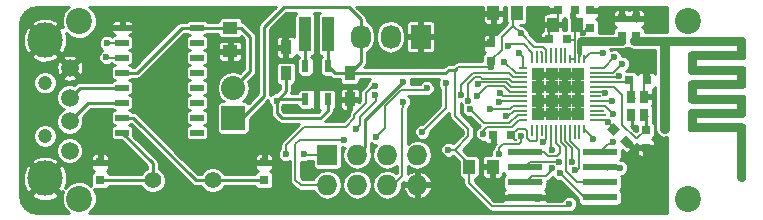
<source format=gtl>
G04 #@! TF.FileFunction,Copper,L1,Top,Signal*
%FSLAX46Y46*%
G04 Gerber Fmt 4.6, Leading zero omitted, Abs format (unit mm)*
G04 Created by KiCad (PCBNEW (2015-11-24 BZR 6329)-product) date Sat 01 Oct 2016 01:52:16 AM EDT*
%MOMM*%
G01*
G04 APERTURE LIST*
%ADD10C,0.100000*%
%ADD11C,0.002540*%
%ADD12C,0.200000*%
%ADD13R,1.727200X1.727200*%
%ADD14O,1.727200X1.727200*%
%ADD15R,0.600000X0.500000*%
%ADD16R,3.000000X0.600000*%
%ADD17C,2.200000*%
%ADD18C,1.501140*%
%ADD19C,2.999740*%
%ADD20C,1.200000*%
%ADD21R,0.900000X1.200000*%
%ADD22R,2.032000X2.032000*%
%ADD23O,2.032000X2.032000*%
%ADD24R,1.000000X3.000000*%
%ADD25R,0.600000X1.000760*%
%ADD26R,1.000000X1.250000*%
%ADD27R,0.800000X1.100000*%
%ADD28R,1.727200X2.032000*%
%ADD29O,1.727200X2.032000*%
%ADD30R,1.250000X1.000000*%
%ADD31R,1.143000X0.508000*%
%ADD32C,1.422400*%
%ADD33R,0.750000X0.800000*%
%ADD34R,0.800000X0.750000*%
%ADD35R,0.200000X0.800000*%
%ADD36R,0.800000X0.200000*%
%ADD37R,1.112500X1.112500*%
%ADD38C,0.600000*%
%ADD39C,0.250000*%
%ADD40C,0.200000*%
%ADD41C,0.700000*%
%ADD42C,0.254000*%
G04 APERTURE END LIST*
D10*
D11*
G36*
X169679747Y-100181506D02*
X169671765Y-101166895D01*
X169673347Y-101190902D01*
X169678528Y-101214219D01*
X169686990Y-101236509D01*
X169698411Y-101257437D01*
X169712472Y-101276665D01*
X169728852Y-101293857D01*
X169747230Y-101308678D01*
X169767287Y-101320791D01*
X169788702Y-101329859D01*
X169811155Y-101335547D01*
X169834326Y-101337518D01*
X169857498Y-101335547D01*
X169879952Y-101329859D01*
X169901368Y-101320791D01*
X169921426Y-101308678D01*
X169939806Y-101293857D01*
X169956186Y-101276665D01*
X169970247Y-101257437D01*
X169981667Y-101236509D01*
X169990128Y-101214219D01*
X169995308Y-101190902D01*
X169996886Y-101166895D01*
X170006366Y-100496483D01*
X172310795Y-100482010D01*
X173394528Y-100482010D01*
X173420268Y-100481313D01*
X173445856Y-100478533D01*
X173471147Y-100473729D01*
X173495991Y-100466961D01*
X173520242Y-100458288D01*
X173543751Y-100447770D01*
X173566370Y-100435465D01*
X173587953Y-100421434D01*
X173608350Y-100405735D01*
X173627415Y-100388428D01*
X173644989Y-100369611D01*
X173660974Y-100349437D01*
X173675310Y-100328056D01*
X173687933Y-100305612D01*
X173698783Y-100282255D01*
X173707799Y-100258129D01*
X173714918Y-100233383D01*
X173720079Y-100208163D01*
X173723221Y-100182616D01*
X173724281Y-100156890D01*
X173723221Y-100131164D01*
X173720079Y-100105617D01*
X173714918Y-100080397D01*
X173707799Y-100055651D01*
X173698783Y-100031525D01*
X173687933Y-100008168D01*
X173675310Y-99985724D01*
X173660974Y-99964343D01*
X173644989Y-99944169D01*
X173627415Y-99925352D01*
X173608350Y-99908045D01*
X173587953Y-99892346D01*
X173566370Y-99878315D01*
X173543751Y-99866010D01*
X173520242Y-99855491D01*
X173495991Y-99846818D01*
X173471147Y-99840050D01*
X173445856Y-99835247D01*
X173420268Y-99832467D01*
X173394528Y-99831770D01*
X172332806Y-99831770D01*
X172310795Y-99831770D01*
X170007862Y-99831770D01*
X169982123Y-99832467D01*
X169956534Y-99835247D01*
X169931244Y-99840051D01*
X169906399Y-99846819D01*
X169882149Y-99855492D01*
X169858640Y-99866010D01*
X169836021Y-99878315D01*
X169814438Y-99892346D01*
X169794041Y-99908045D01*
X169774977Y-99925352D01*
X169757402Y-99944169D01*
X169741416Y-99964343D01*
X169727081Y-99985724D01*
X169714457Y-100008168D01*
X169703607Y-100031525D01*
X169694592Y-100055651D01*
X169687474Y-100080397D01*
X169682313Y-100105617D01*
X169679171Y-100131164D01*
X169678110Y-100156890D01*
X169679747Y-100181506D01*
X169679747Y-100181506D01*
G37*
X169679747Y-100181506D02*
X169671765Y-101166895D01*
X169673347Y-101190902D01*
X169678528Y-101214219D01*
X169686990Y-101236509D01*
X169698411Y-101257437D01*
X169712472Y-101276665D01*
X169728852Y-101293857D01*
X169747230Y-101308678D01*
X169767287Y-101320791D01*
X169788702Y-101329859D01*
X169811155Y-101335547D01*
X169834326Y-101337518D01*
X169857498Y-101335547D01*
X169879952Y-101329859D01*
X169901368Y-101320791D01*
X169921426Y-101308678D01*
X169939806Y-101293857D01*
X169956186Y-101276665D01*
X169970247Y-101257437D01*
X169981667Y-101236509D01*
X169990128Y-101214219D01*
X169995308Y-101190902D01*
X169996886Y-101166895D01*
X170006366Y-100496483D01*
X172310795Y-100482010D01*
X173394528Y-100482010D01*
X173420268Y-100481313D01*
X173445856Y-100478533D01*
X173471147Y-100473729D01*
X173495991Y-100466961D01*
X173520242Y-100458288D01*
X173543751Y-100447770D01*
X173566370Y-100435465D01*
X173587953Y-100421434D01*
X173608350Y-100405735D01*
X173627415Y-100388428D01*
X173644989Y-100369611D01*
X173660974Y-100349437D01*
X173675310Y-100328056D01*
X173687933Y-100305612D01*
X173698783Y-100282255D01*
X173707799Y-100258129D01*
X173714918Y-100233383D01*
X173720079Y-100208163D01*
X173723221Y-100182616D01*
X173724281Y-100156890D01*
X173723221Y-100131164D01*
X173720079Y-100105617D01*
X173714918Y-100080397D01*
X173707799Y-100055651D01*
X173698783Y-100031525D01*
X173687933Y-100008168D01*
X173675310Y-99985724D01*
X173660974Y-99964343D01*
X173644989Y-99944169D01*
X173627415Y-99925352D01*
X173608350Y-99908045D01*
X173587953Y-99892346D01*
X173566370Y-99878315D01*
X173543751Y-99866010D01*
X173520242Y-99855491D01*
X173495991Y-99846818D01*
X173471147Y-99840050D01*
X173445856Y-99835247D01*
X173420268Y-99832467D01*
X173394528Y-99831770D01*
X172332806Y-99831770D01*
X172310795Y-99831770D01*
X170007862Y-99831770D01*
X169982123Y-99832467D01*
X169956534Y-99835247D01*
X169931244Y-99840051D01*
X169906399Y-99846819D01*
X169882149Y-99855492D01*
X169858640Y-99866010D01*
X169836021Y-99878315D01*
X169814438Y-99892346D01*
X169794041Y-99908045D01*
X169774977Y-99925352D01*
X169757402Y-99944169D01*
X169741416Y-99964343D01*
X169727081Y-99985724D01*
X169714457Y-100008168D01*
X169703607Y-100031525D01*
X169694592Y-100055651D01*
X169687474Y-100080397D01*
X169682313Y-100105617D01*
X169679171Y-100131164D01*
X169678110Y-100156890D01*
X169679747Y-100181506D01*
G36*
X177049178Y-99817067D02*
X177022712Y-99818681D01*
X176996468Y-99822397D01*
X176970591Y-99828154D01*
X176945230Y-99835888D01*
X176920530Y-99845539D01*
X176896640Y-99857044D01*
X176873706Y-99870340D01*
X176851876Y-99885366D01*
X176831295Y-99902060D01*
X176812111Y-99920359D01*
X176793115Y-99942415D01*
X176777531Y-99965561D01*
X176764936Y-99989622D01*
X176754910Y-100014422D01*
X176747029Y-100039785D01*
X176740870Y-100065536D01*
X176736013Y-100091499D01*
X176732034Y-100117499D01*
X176728510Y-100143359D01*
X176725021Y-100168905D01*
X176721142Y-100193961D01*
X176716453Y-100218350D01*
X176716453Y-107611444D01*
X176717197Y-107638255D01*
X176720103Y-107664909D01*
X176725112Y-107691253D01*
X176732161Y-107717132D01*
X176741192Y-107742393D01*
X176752143Y-107766882D01*
X176764953Y-107790444D01*
X176779562Y-107812925D01*
X176795909Y-107834173D01*
X176813935Y-107854031D01*
X176833537Y-107872338D01*
X176854551Y-107888989D01*
X176876824Y-107903922D01*
X176900203Y-107917071D01*
X176924534Y-107928373D01*
X176949664Y-107937764D01*
X176975441Y-107945179D01*
X177001711Y-107950555D01*
X177028322Y-107953828D01*
X177055120Y-107954933D01*
X177081919Y-107953828D01*
X177108530Y-107950555D01*
X177134801Y-107945179D01*
X177160579Y-107937764D01*
X177185709Y-107928373D01*
X177210040Y-107917071D01*
X177233418Y-107903922D01*
X177255690Y-107888989D01*
X177276703Y-107872338D01*
X177296304Y-107854031D01*
X177314333Y-107834173D01*
X177330687Y-107812925D01*
X177345303Y-107790444D01*
X177358121Y-107766882D01*
X177369078Y-107742393D01*
X177378112Y-107717132D01*
X177385162Y-107691253D01*
X177390166Y-107664909D01*
X177393061Y-107638255D01*
X177393786Y-107611444D01*
X177393786Y-100499444D01*
X183218856Y-100499444D01*
X183218856Y-101041310D01*
X179358053Y-101041310D01*
X179331497Y-101042398D01*
X179305123Y-101045612D01*
X179279080Y-101050893D01*
X179253518Y-101058178D01*
X179228586Y-101067405D01*
X179204432Y-101078513D01*
X179181207Y-101091439D01*
X179159059Y-101106122D01*
X179138137Y-101122500D01*
X179118591Y-101140511D01*
X179100580Y-101160057D01*
X179084201Y-101180979D01*
X179069518Y-101203127D01*
X179056592Y-101226353D01*
X179045484Y-101250506D01*
X179036256Y-101275439D01*
X179028971Y-101301002D01*
X179023689Y-101327045D01*
X179020474Y-101353420D01*
X179019386Y-101379977D01*
X179019386Y-102599177D01*
X179020474Y-102625733D01*
X179023689Y-102652108D01*
X179028971Y-102678150D01*
X179036256Y-102703713D01*
X179045484Y-102728645D01*
X179056592Y-102752799D01*
X179069518Y-102776025D01*
X179084201Y-102798173D01*
X179100580Y-102819094D01*
X179118591Y-102838640D01*
X179138137Y-102856651D01*
X179159059Y-102873030D01*
X179181207Y-102887713D01*
X179204432Y-102900640D01*
X179228586Y-102911748D01*
X179253518Y-102920975D01*
X179279080Y-102928260D01*
X179305123Y-102933541D01*
X179331497Y-102936757D01*
X179358053Y-102937844D01*
X183218856Y-102937844D01*
X183218856Y-103479710D01*
X179358053Y-103479710D01*
X179331497Y-103480798D01*
X179305123Y-103484012D01*
X179279080Y-103489293D01*
X179253518Y-103496578D01*
X179228586Y-103505805D01*
X179204432Y-103516913D01*
X179181207Y-103529839D01*
X179159059Y-103544522D01*
X179138137Y-103560900D01*
X179118591Y-103578911D01*
X179100580Y-103598457D01*
X179084201Y-103619379D01*
X179069518Y-103641527D01*
X179056592Y-103664753D01*
X179045484Y-103688906D01*
X179036256Y-103713839D01*
X179028971Y-103739402D01*
X179023689Y-103765445D01*
X179020474Y-103791820D01*
X179019386Y-103818377D01*
X179019386Y-105037577D01*
X179020474Y-105064133D01*
X179023689Y-105090508D01*
X179028971Y-105116550D01*
X179036256Y-105142113D01*
X179045484Y-105167045D01*
X179056592Y-105191199D01*
X179069518Y-105214425D01*
X179084201Y-105236573D01*
X179100580Y-105257494D01*
X179118591Y-105277040D01*
X179138137Y-105295052D01*
X179159059Y-105311430D01*
X179181207Y-105326113D01*
X179204432Y-105339040D01*
X179228586Y-105350148D01*
X179253518Y-105359375D01*
X179279080Y-105366660D01*
X179305123Y-105371941D01*
X179331497Y-105375157D01*
X179358053Y-105376244D01*
X183218856Y-105376244D01*
X183218856Y-105918110D01*
X179358053Y-105918110D01*
X179331497Y-105919198D01*
X179305123Y-105922412D01*
X179279080Y-105927693D01*
X179253518Y-105934978D01*
X179228586Y-105944205D01*
X179204432Y-105955313D01*
X179181207Y-105968239D01*
X179159059Y-105982922D01*
X179138137Y-105999300D01*
X179118591Y-106017311D01*
X179100580Y-106036857D01*
X179084201Y-106057779D01*
X179069518Y-106079927D01*
X179056592Y-106103153D01*
X179045484Y-106127306D01*
X179036256Y-106152239D01*
X179028971Y-106177802D01*
X179023689Y-106203845D01*
X179020474Y-106230220D01*
X179019386Y-106256777D01*
X179019386Y-107419250D01*
X179016030Y-107445890D01*
X179014862Y-107472700D01*
X179015839Y-107499521D01*
X179018917Y-107526192D01*
X179024052Y-107552554D01*
X179031200Y-107578446D01*
X179040316Y-107603709D01*
X179051357Y-107628181D01*
X179064278Y-107651705D01*
X179079036Y-107674118D01*
X179095586Y-107695262D01*
X179105730Y-107707122D01*
X179120962Y-107722355D01*
X179140463Y-107739907D01*
X179161296Y-107755822D01*
X179183315Y-107770053D01*
X179206371Y-107782555D01*
X179230318Y-107793279D01*
X179255009Y-107802179D01*
X179280296Y-107809207D01*
X179306032Y-107814318D01*
X179332069Y-107817464D01*
X179358262Y-107818598D01*
X179384462Y-107817674D01*
X179410522Y-107814644D01*
X183218831Y-107814644D01*
X183218831Y-111675444D01*
X183219575Y-111702255D01*
X183222481Y-111728909D01*
X183227489Y-111755253D01*
X183234539Y-111781132D01*
X183243569Y-111806393D01*
X183254520Y-111830882D01*
X183267330Y-111854444D01*
X183281939Y-111876925D01*
X183298287Y-111898173D01*
X183316313Y-111918031D01*
X183335915Y-111936338D01*
X183356928Y-111952989D01*
X183379200Y-111967922D01*
X183402578Y-111981071D01*
X183426909Y-111992373D01*
X183452039Y-112001764D01*
X183477817Y-112009179D01*
X183504087Y-112014556D01*
X183530699Y-112017828D01*
X183557498Y-112018933D01*
X183584296Y-112017828D01*
X183610907Y-112014556D01*
X183637178Y-112009179D01*
X183662955Y-112001764D01*
X183688086Y-111992373D01*
X183712417Y-111981071D01*
X183735795Y-111967922D01*
X183758067Y-111952989D01*
X183779081Y-111936338D01*
X183798683Y-111918031D01*
X183816711Y-111898173D01*
X183833063Y-111876925D01*
X183847679Y-111854444D01*
X183860496Y-111830882D01*
X183871453Y-111806393D01*
X183880487Y-111781132D01*
X183887538Y-111755253D01*
X183892542Y-111728909D01*
X183895438Y-111702255D01*
X183896165Y-111675444D01*
X183896165Y-107475977D01*
X183895077Y-107449420D01*
X183891862Y-107423045D01*
X183886581Y-107397002D01*
X183879296Y-107371439D01*
X183870069Y-107346506D01*
X183858961Y-107322353D01*
X183846035Y-107299127D01*
X183831352Y-107276979D01*
X183814974Y-107256057D01*
X183796962Y-107236511D01*
X183777417Y-107218500D01*
X183756495Y-107202122D01*
X183734347Y-107187439D01*
X183711121Y-107174513D01*
X183686967Y-107163405D01*
X183662035Y-107154178D01*
X183636472Y-107146893D01*
X183610429Y-107141612D01*
X183584055Y-107138398D01*
X183557498Y-107137310D01*
X179696695Y-107137310D01*
X179696695Y-106595444D01*
X183557498Y-106595444D01*
X183584055Y-106594357D01*
X183610429Y-106591141D01*
X183636472Y-106585860D01*
X183662035Y-106578575D01*
X183686967Y-106569348D01*
X183711121Y-106558240D01*
X183734347Y-106545313D01*
X183756495Y-106530630D01*
X183777417Y-106514252D01*
X183796962Y-106496240D01*
X183814974Y-106476694D01*
X183831352Y-106455773D01*
X183846035Y-106433625D01*
X183858961Y-106410399D01*
X183870069Y-106386245D01*
X183879296Y-106361313D01*
X183886581Y-106335750D01*
X183891862Y-106309708D01*
X183895077Y-106283333D01*
X183896165Y-106256777D01*
X183896165Y-105037577D01*
X183895077Y-105011020D01*
X183891862Y-104984645D01*
X183886581Y-104958602D01*
X183879296Y-104933039D01*
X183870069Y-104908106D01*
X183858961Y-104883953D01*
X183846035Y-104860727D01*
X183831352Y-104838579D01*
X183814974Y-104817657D01*
X183796962Y-104798111D01*
X183777417Y-104780100D01*
X183756495Y-104763722D01*
X183734347Y-104749039D01*
X183711121Y-104736113D01*
X183686967Y-104725005D01*
X183662035Y-104715778D01*
X183636472Y-104708493D01*
X183610429Y-104703212D01*
X183584055Y-104699998D01*
X183557498Y-104698910D01*
X179696695Y-104698910D01*
X179696695Y-104157044D01*
X183557498Y-104157044D01*
X183584055Y-104155957D01*
X183610429Y-104152741D01*
X183636472Y-104147460D01*
X183662035Y-104140175D01*
X183686967Y-104130948D01*
X183711121Y-104119840D01*
X183734347Y-104106913D01*
X183756495Y-104092230D01*
X183777417Y-104075852D01*
X183796962Y-104057840D01*
X183814974Y-104038294D01*
X183831352Y-104017373D01*
X183846035Y-103995225D01*
X183858961Y-103971999D01*
X183870069Y-103947845D01*
X183879296Y-103922913D01*
X183886581Y-103897350D01*
X183891862Y-103871308D01*
X183895077Y-103844933D01*
X183896165Y-103818377D01*
X183896165Y-102599177D01*
X183895083Y-102572620D01*
X183891873Y-102546245D01*
X183886596Y-102520202D01*
X183879314Y-102494639D01*
X183870089Y-102469706D01*
X183858982Y-102445553D01*
X183846056Y-102422327D01*
X183831374Y-102400179D01*
X183814995Y-102379257D01*
X183796984Y-102359711D01*
X183777438Y-102341700D01*
X183756517Y-102325322D01*
X183734369Y-102310639D01*
X183711143Y-102297713D01*
X183686989Y-102286605D01*
X183662057Y-102277378D01*
X183636495Y-102270093D01*
X183610452Y-102264812D01*
X183584078Y-102261598D01*
X183557522Y-102260510D01*
X179696720Y-102260510D01*
X179696720Y-101718644D01*
X183557522Y-101718644D01*
X183584078Y-101717557D01*
X183610452Y-101714341D01*
X183636495Y-101709060D01*
X183662057Y-101701775D01*
X183686989Y-101692548D01*
X183711143Y-101681440D01*
X183734369Y-101668513D01*
X183756517Y-101653830D01*
X183777438Y-101637452D01*
X183796984Y-101619440D01*
X183814995Y-101599894D01*
X183831374Y-101578973D01*
X183846057Y-101556825D01*
X183858984Y-101533599D01*
X183870092Y-101509445D01*
X183879319Y-101484513D01*
X183886605Y-101458950D01*
X183891886Y-101432908D01*
X183895101Y-101406533D01*
X183896189Y-101379977D01*
X183896189Y-100160777D01*
X183895101Y-100134220D01*
X183891886Y-100107845D01*
X183886605Y-100081802D01*
X183879319Y-100056239D01*
X183870092Y-100031306D01*
X183858984Y-100007153D01*
X183846057Y-99983927D01*
X183831374Y-99961779D01*
X183814995Y-99940857D01*
X183796984Y-99921311D01*
X183777438Y-99903300D01*
X183756517Y-99886922D01*
X183734369Y-99872239D01*
X183711143Y-99859313D01*
X183686989Y-99848205D01*
X183662057Y-99838978D01*
X183636495Y-99831693D01*
X183610452Y-99826412D01*
X183584078Y-99823198D01*
X183557522Y-99822110D01*
X177110154Y-99822110D01*
X177089029Y-99819132D01*
X177068340Y-99818036D01*
X177049178Y-99817067D01*
X177049178Y-99817067D01*
G37*
X177049178Y-99817067D02*
X177022712Y-99818681D01*
X176996468Y-99822397D01*
X176970591Y-99828154D01*
X176945230Y-99835888D01*
X176920530Y-99845539D01*
X176896640Y-99857044D01*
X176873706Y-99870340D01*
X176851876Y-99885366D01*
X176831295Y-99902060D01*
X176812111Y-99920359D01*
X176793115Y-99942415D01*
X176777531Y-99965561D01*
X176764936Y-99989622D01*
X176754910Y-100014422D01*
X176747029Y-100039785D01*
X176740870Y-100065536D01*
X176736013Y-100091499D01*
X176732034Y-100117499D01*
X176728510Y-100143359D01*
X176725021Y-100168905D01*
X176721142Y-100193961D01*
X176716453Y-100218350D01*
X176716453Y-107611444D01*
X176717197Y-107638255D01*
X176720103Y-107664909D01*
X176725112Y-107691253D01*
X176732161Y-107717132D01*
X176741192Y-107742393D01*
X176752143Y-107766882D01*
X176764953Y-107790444D01*
X176779562Y-107812925D01*
X176795909Y-107834173D01*
X176813935Y-107854031D01*
X176833537Y-107872338D01*
X176854551Y-107888989D01*
X176876824Y-107903922D01*
X176900203Y-107917071D01*
X176924534Y-107928373D01*
X176949664Y-107937764D01*
X176975441Y-107945179D01*
X177001711Y-107950555D01*
X177028322Y-107953828D01*
X177055120Y-107954933D01*
X177081919Y-107953828D01*
X177108530Y-107950555D01*
X177134801Y-107945179D01*
X177160579Y-107937764D01*
X177185709Y-107928373D01*
X177210040Y-107917071D01*
X177233418Y-107903922D01*
X177255690Y-107888989D01*
X177276703Y-107872338D01*
X177296304Y-107854031D01*
X177314333Y-107834173D01*
X177330687Y-107812925D01*
X177345303Y-107790444D01*
X177358121Y-107766882D01*
X177369078Y-107742393D01*
X177378112Y-107717132D01*
X177385162Y-107691253D01*
X177390166Y-107664909D01*
X177393061Y-107638255D01*
X177393786Y-107611444D01*
X177393786Y-100499444D01*
X183218856Y-100499444D01*
X183218856Y-101041310D01*
X179358053Y-101041310D01*
X179331497Y-101042398D01*
X179305123Y-101045612D01*
X179279080Y-101050893D01*
X179253518Y-101058178D01*
X179228586Y-101067405D01*
X179204432Y-101078513D01*
X179181207Y-101091439D01*
X179159059Y-101106122D01*
X179138137Y-101122500D01*
X179118591Y-101140511D01*
X179100580Y-101160057D01*
X179084201Y-101180979D01*
X179069518Y-101203127D01*
X179056592Y-101226353D01*
X179045484Y-101250506D01*
X179036256Y-101275439D01*
X179028971Y-101301002D01*
X179023689Y-101327045D01*
X179020474Y-101353420D01*
X179019386Y-101379977D01*
X179019386Y-102599177D01*
X179020474Y-102625733D01*
X179023689Y-102652108D01*
X179028971Y-102678150D01*
X179036256Y-102703713D01*
X179045484Y-102728645D01*
X179056592Y-102752799D01*
X179069518Y-102776025D01*
X179084201Y-102798173D01*
X179100580Y-102819094D01*
X179118591Y-102838640D01*
X179138137Y-102856651D01*
X179159059Y-102873030D01*
X179181207Y-102887713D01*
X179204432Y-102900640D01*
X179228586Y-102911748D01*
X179253518Y-102920975D01*
X179279080Y-102928260D01*
X179305123Y-102933541D01*
X179331497Y-102936757D01*
X179358053Y-102937844D01*
X183218856Y-102937844D01*
X183218856Y-103479710D01*
X179358053Y-103479710D01*
X179331497Y-103480798D01*
X179305123Y-103484012D01*
X179279080Y-103489293D01*
X179253518Y-103496578D01*
X179228586Y-103505805D01*
X179204432Y-103516913D01*
X179181207Y-103529839D01*
X179159059Y-103544522D01*
X179138137Y-103560900D01*
X179118591Y-103578911D01*
X179100580Y-103598457D01*
X179084201Y-103619379D01*
X179069518Y-103641527D01*
X179056592Y-103664753D01*
X179045484Y-103688906D01*
X179036256Y-103713839D01*
X179028971Y-103739402D01*
X179023689Y-103765445D01*
X179020474Y-103791820D01*
X179019386Y-103818377D01*
X179019386Y-105037577D01*
X179020474Y-105064133D01*
X179023689Y-105090508D01*
X179028971Y-105116550D01*
X179036256Y-105142113D01*
X179045484Y-105167045D01*
X179056592Y-105191199D01*
X179069518Y-105214425D01*
X179084201Y-105236573D01*
X179100580Y-105257494D01*
X179118591Y-105277040D01*
X179138137Y-105295052D01*
X179159059Y-105311430D01*
X179181207Y-105326113D01*
X179204432Y-105339040D01*
X179228586Y-105350148D01*
X179253518Y-105359375D01*
X179279080Y-105366660D01*
X179305123Y-105371941D01*
X179331497Y-105375157D01*
X179358053Y-105376244D01*
X183218856Y-105376244D01*
X183218856Y-105918110D01*
X179358053Y-105918110D01*
X179331497Y-105919198D01*
X179305123Y-105922412D01*
X179279080Y-105927693D01*
X179253518Y-105934978D01*
X179228586Y-105944205D01*
X179204432Y-105955313D01*
X179181207Y-105968239D01*
X179159059Y-105982922D01*
X179138137Y-105999300D01*
X179118591Y-106017311D01*
X179100580Y-106036857D01*
X179084201Y-106057779D01*
X179069518Y-106079927D01*
X179056592Y-106103153D01*
X179045484Y-106127306D01*
X179036256Y-106152239D01*
X179028971Y-106177802D01*
X179023689Y-106203845D01*
X179020474Y-106230220D01*
X179019386Y-106256777D01*
X179019386Y-107419250D01*
X179016030Y-107445890D01*
X179014862Y-107472700D01*
X179015839Y-107499521D01*
X179018917Y-107526192D01*
X179024052Y-107552554D01*
X179031200Y-107578446D01*
X179040316Y-107603709D01*
X179051357Y-107628181D01*
X179064278Y-107651705D01*
X179079036Y-107674118D01*
X179095586Y-107695262D01*
X179105730Y-107707122D01*
X179120962Y-107722355D01*
X179140463Y-107739907D01*
X179161296Y-107755822D01*
X179183315Y-107770053D01*
X179206371Y-107782555D01*
X179230318Y-107793279D01*
X179255009Y-107802179D01*
X179280296Y-107809207D01*
X179306032Y-107814318D01*
X179332069Y-107817464D01*
X179358262Y-107818598D01*
X179384462Y-107817674D01*
X179410522Y-107814644D01*
X183218831Y-107814644D01*
X183218831Y-111675444D01*
X183219575Y-111702255D01*
X183222481Y-111728909D01*
X183227489Y-111755253D01*
X183234539Y-111781132D01*
X183243569Y-111806393D01*
X183254520Y-111830882D01*
X183267330Y-111854444D01*
X183281939Y-111876925D01*
X183298287Y-111898173D01*
X183316313Y-111918031D01*
X183335915Y-111936338D01*
X183356928Y-111952989D01*
X183379200Y-111967922D01*
X183402578Y-111981071D01*
X183426909Y-111992373D01*
X183452039Y-112001764D01*
X183477817Y-112009179D01*
X183504087Y-112014556D01*
X183530699Y-112017828D01*
X183557498Y-112018933D01*
X183584296Y-112017828D01*
X183610907Y-112014556D01*
X183637178Y-112009179D01*
X183662955Y-112001764D01*
X183688086Y-111992373D01*
X183712417Y-111981071D01*
X183735795Y-111967922D01*
X183758067Y-111952989D01*
X183779081Y-111936338D01*
X183798683Y-111918031D01*
X183816711Y-111898173D01*
X183833063Y-111876925D01*
X183847679Y-111854444D01*
X183860496Y-111830882D01*
X183871453Y-111806393D01*
X183880487Y-111781132D01*
X183887538Y-111755253D01*
X183892542Y-111728909D01*
X183895438Y-111702255D01*
X183896165Y-111675444D01*
X183896165Y-107475977D01*
X183895077Y-107449420D01*
X183891862Y-107423045D01*
X183886581Y-107397002D01*
X183879296Y-107371439D01*
X183870069Y-107346506D01*
X183858961Y-107322353D01*
X183846035Y-107299127D01*
X183831352Y-107276979D01*
X183814974Y-107256057D01*
X183796962Y-107236511D01*
X183777417Y-107218500D01*
X183756495Y-107202122D01*
X183734347Y-107187439D01*
X183711121Y-107174513D01*
X183686967Y-107163405D01*
X183662035Y-107154178D01*
X183636472Y-107146893D01*
X183610429Y-107141612D01*
X183584055Y-107138398D01*
X183557498Y-107137310D01*
X179696695Y-107137310D01*
X179696695Y-106595444D01*
X183557498Y-106595444D01*
X183584055Y-106594357D01*
X183610429Y-106591141D01*
X183636472Y-106585860D01*
X183662035Y-106578575D01*
X183686967Y-106569348D01*
X183711121Y-106558240D01*
X183734347Y-106545313D01*
X183756495Y-106530630D01*
X183777417Y-106514252D01*
X183796962Y-106496240D01*
X183814974Y-106476694D01*
X183831352Y-106455773D01*
X183846035Y-106433625D01*
X183858961Y-106410399D01*
X183870069Y-106386245D01*
X183879296Y-106361313D01*
X183886581Y-106335750D01*
X183891862Y-106309708D01*
X183895077Y-106283333D01*
X183896165Y-106256777D01*
X183896165Y-105037577D01*
X183895077Y-105011020D01*
X183891862Y-104984645D01*
X183886581Y-104958602D01*
X183879296Y-104933039D01*
X183870069Y-104908106D01*
X183858961Y-104883953D01*
X183846035Y-104860727D01*
X183831352Y-104838579D01*
X183814974Y-104817657D01*
X183796962Y-104798111D01*
X183777417Y-104780100D01*
X183756495Y-104763722D01*
X183734347Y-104749039D01*
X183711121Y-104736113D01*
X183686967Y-104725005D01*
X183662035Y-104715778D01*
X183636472Y-104708493D01*
X183610429Y-104703212D01*
X183584055Y-104699998D01*
X183557498Y-104698910D01*
X179696695Y-104698910D01*
X179696695Y-104157044D01*
X183557498Y-104157044D01*
X183584055Y-104155957D01*
X183610429Y-104152741D01*
X183636472Y-104147460D01*
X183662035Y-104140175D01*
X183686967Y-104130948D01*
X183711121Y-104119840D01*
X183734347Y-104106913D01*
X183756495Y-104092230D01*
X183777417Y-104075852D01*
X183796962Y-104057840D01*
X183814974Y-104038294D01*
X183831352Y-104017373D01*
X183846035Y-103995225D01*
X183858961Y-103971999D01*
X183870069Y-103947845D01*
X183879296Y-103922913D01*
X183886581Y-103897350D01*
X183891862Y-103871308D01*
X183895077Y-103844933D01*
X183896165Y-103818377D01*
X183896165Y-102599177D01*
X183895083Y-102572620D01*
X183891873Y-102546245D01*
X183886596Y-102520202D01*
X183879314Y-102494639D01*
X183870089Y-102469706D01*
X183858982Y-102445553D01*
X183846056Y-102422327D01*
X183831374Y-102400179D01*
X183814995Y-102379257D01*
X183796984Y-102359711D01*
X183777438Y-102341700D01*
X183756517Y-102325322D01*
X183734369Y-102310639D01*
X183711143Y-102297713D01*
X183686989Y-102286605D01*
X183662057Y-102277378D01*
X183636495Y-102270093D01*
X183610452Y-102264812D01*
X183584078Y-102261598D01*
X183557522Y-102260510D01*
X179696720Y-102260510D01*
X179696720Y-101718644D01*
X183557522Y-101718644D01*
X183584078Y-101717557D01*
X183610452Y-101714341D01*
X183636495Y-101709060D01*
X183662057Y-101701775D01*
X183686989Y-101692548D01*
X183711143Y-101681440D01*
X183734369Y-101668513D01*
X183756517Y-101653830D01*
X183777438Y-101637452D01*
X183796984Y-101619440D01*
X183814995Y-101599894D01*
X183831374Y-101578973D01*
X183846057Y-101556825D01*
X183858984Y-101533599D01*
X183870092Y-101509445D01*
X183879319Y-101484513D01*
X183886605Y-101458950D01*
X183891886Y-101432908D01*
X183895101Y-101406533D01*
X183896189Y-101379977D01*
X183896189Y-100160777D01*
X183895101Y-100134220D01*
X183891886Y-100107845D01*
X183886605Y-100081802D01*
X183879319Y-100056239D01*
X183870092Y-100031306D01*
X183858984Y-100007153D01*
X183846057Y-99983927D01*
X183831374Y-99961779D01*
X183814995Y-99940857D01*
X183796984Y-99921311D01*
X183777438Y-99903300D01*
X183756517Y-99886922D01*
X183734369Y-99872239D01*
X183711143Y-99859313D01*
X183686989Y-99848205D01*
X183662057Y-99838978D01*
X183636495Y-99831693D01*
X183610452Y-99826412D01*
X183584078Y-99823198D01*
X183557522Y-99822110D01*
X177110154Y-99822110D01*
X177089029Y-99819132D01*
X177068340Y-99818036D01*
X177049178Y-99817067D01*
G36*
X174478262Y-99831770D02*
X174452523Y-99832467D01*
X174426934Y-99835247D01*
X174401644Y-99840051D01*
X174376799Y-99846819D01*
X174352549Y-99855492D01*
X174329040Y-99866010D01*
X174306420Y-99878315D01*
X174284838Y-99892346D01*
X174264440Y-99908045D01*
X174245376Y-99925352D01*
X174227801Y-99944169D01*
X174211816Y-99964343D01*
X174197481Y-99985724D01*
X174184857Y-100008168D01*
X174174007Y-100031525D01*
X174164992Y-100055651D01*
X174157873Y-100080397D01*
X174152712Y-100105617D01*
X174149570Y-100131164D01*
X174148509Y-100156890D01*
X174149570Y-100182616D01*
X174152712Y-100208163D01*
X174157873Y-100233383D01*
X174164992Y-100258129D01*
X174174007Y-100282255D01*
X174184857Y-100305612D01*
X174197481Y-100328056D01*
X174211816Y-100349437D01*
X174227801Y-100369611D01*
X174245376Y-100388428D01*
X174264440Y-100405735D01*
X174284838Y-100421434D01*
X174306420Y-100435465D01*
X174329040Y-100447770D01*
X174352549Y-100458289D01*
X174376799Y-100466962D01*
X174401644Y-100473730D01*
X174426934Y-100478533D01*
X174452523Y-100481313D01*
X174478262Y-100482010D01*
X176374795Y-100482010D01*
X176385380Y-100482120D01*
X176399215Y-100482200D01*
X176416072Y-100482251D01*
X176435724Y-100482275D01*
X176457944Y-100482273D01*
X176482505Y-100482245D01*
X176509180Y-100482195D01*
X176537742Y-100482122D01*
X176567963Y-100482029D01*
X176599616Y-100481916D01*
X176632475Y-100481785D01*
X176666312Y-100481637D01*
X176700899Y-100481474D01*
X176736010Y-100481296D01*
X176771418Y-100481106D01*
X176806895Y-100480905D01*
X176842214Y-100480693D01*
X176877148Y-100480473D01*
X176911471Y-100480245D01*
X176944954Y-100480011D01*
X176977370Y-100479772D01*
X177008493Y-100479530D01*
X177038096Y-100479286D01*
X177065950Y-100479041D01*
X177091830Y-100478797D01*
X177115507Y-100478555D01*
X177136755Y-100478316D01*
X177155347Y-100478081D01*
X177171055Y-100477853D01*
X177186102Y-100474722D01*
X177199137Y-100466254D01*
X177210302Y-100453070D01*
X177219742Y-100435792D01*
X177227601Y-100415039D01*
X177234021Y-100391433D01*
X177239148Y-100365595D01*
X177243124Y-100338145D01*
X177246094Y-100309704D01*
X177248201Y-100280894D01*
X177249590Y-100252335D01*
X177250404Y-100224649D01*
X177250786Y-100198455D01*
X177250881Y-100174375D01*
X177250833Y-100153030D01*
X177250785Y-100135041D01*
X177252404Y-100124542D01*
X177257046Y-100112950D01*
X177264389Y-100100384D01*
X177274112Y-100086967D01*
X177285894Y-100072821D01*
X177299413Y-100058066D01*
X177314347Y-100042825D01*
X177330375Y-100027220D01*
X177347175Y-100011370D01*
X177364425Y-99995399D01*
X177381805Y-99979428D01*
X177398992Y-99963578D01*
X177415665Y-99947971D01*
X177431503Y-99932729D01*
X177446183Y-99917973D01*
X177459385Y-99903825D01*
X177470786Y-99890406D01*
X177480065Y-99877837D01*
X177486901Y-99866242D01*
X177490973Y-99855740D01*
X177491957Y-99846454D01*
X177489534Y-99838505D01*
X177483380Y-99832015D01*
X177473176Y-99827106D01*
X177458599Y-99823898D01*
X177439327Y-99822514D01*
X177430901Y-99822403D01*
X177419298Y-99822337D01*
X177404695Y-99822314D01*
X177387269Y-99822332D01*
X177367196Y-99822389D01*
X177344653Y-99822483D01*
X177319815Y-99822612D01*
X177292860Y-99822772D01*
X177263964Y-99822963D01*
X177233303Y-99823182D01*
X177201054Y-99823426D01*
X177167394Y-99823694D01*
X177132498Y-99823983D01*
X177096543Y-99824292D01*
X177059706Y-99824618D01*
X177022163Y-99824958D01*
X176984091Y-99825311D01*
X176945666Y-99825674D01*
X176907064Y-99826046D01*
X176868463Y-99826424D01*
X176830038Y-99826805D01*
X176791965Y-99827189D01*
X176754422Y-99827571D01*
X176717585Y-99827952D01*
X176681630Y-99828327D01*
X176646734Y-99828695D01*
X176613073Y-99829054D01*
X176580824Y-99829402D01*
X176550163Y-99829736D01*
X176521267Y-99830054D01*
X176494311Y-99830355D01*
X176469473Y-99830635D01*
X176446929Y-99830893D01*
X176426856Y-99831126D01*
X176409429Y-99831333D01*
X176394826Y-99831510D01*
X176383222Y-99831657D01*
X176374795Y-99831771D01*
X174478262Y-99831770D01*
X174478262Y-99831770D01*
G37*
X174478262Y-99831770D02*
X174452523Y-99832467D01*
X174426934Y-99835247D01*
X174401644Y-99840051D01*
X174376799Y-99846819D01*
X174352549Y-99855492D01*
X174329040Y-99866010D01*
X174306420Y-99878315D01*
X174284838Y-99892346D01*
X174264440Y-99908045D01*
X174245376Y-99925352D01*
X174227801Y-99944169D01*
X174211816Y-99964343D01*
X174197481Y-99985724D01*
X174184857Y-100008168D01*
X174174007Y-100031525D01*
X174164992Y-100055651D01*
X174157873Y-100080397D01*
X174152712Y-100105617D01*
X174149570Y-100131164D01*
X174148509Y-100156890D01*
X174149570Y-100182616D01*
X174152712Y-100208163D01*
X174157873Y-100233383D01*
X174164992Y-100258129D01*
X174174007Y-100282255D01*
X174184857Y-100305612D01*
X174197481Y-100328056D01*
X174211816Y-100349437D01*
X174227801Y-100369611D01*
X174245376Y-100388428D01*
X174264440Y-100405735D01*
X174284838Y-100421434D01*
X174306420Y-100435465D01*
X174329040Y-100447770D01*
X174352549Y-100458289D01*
X174376799Y-100466962D01*
X174401644Y-100473730D01*
X174426934Y-100478533D01*
X174452523Y-100481313D01*
X174478262Y-100482010D01*
X176374795Y-100482010D01*
X176385380Y-100482120D01*
X176399215Y-100482200D01*
X176416072Y-100482251D01*
X176435724Y-100482275D01*
X176457944Y-100482273D01*
X176482505Y-100482245D01*
X176509180Y-100482195D01*
X176537742Y-100482122D01*
X176567963Y-100482029D01*
X176599616Y-100481916D01*
X176632475Y-100481785D01*
X176666312Y-100481637D01*
X176700899Y-100481474D01*
X176736010Y-100481296D01*
X176771418Y-100481106D01*
X176806895Y-100480905D01*
X176842214Y-100480693D01*
X176877148Y-100480473D01*
X176911471Y-100480245D01*
X176944954Y-100480011D01*
X176977370Y-100479772D01*
X177008493Y-100479530D01*
X177038096Y-100479286D01*
X177065950Y-100479041D01*
X177091830Y-100478797D01*
X177115507Y-100478555D01*
X177136755Y-100478316D01*
X177155347Y-100478081D01*
X177171055Y-100477853D01*
X177186102Y-100474722D01*
X177199137Y-100466254D01*
X177210302Y-100453070D01*
X177219742Y-100435792D01*
X177227601Y-100415039D01*
X177234021Y-100391433D01*
X177239148Y-100365595D01*
X177243124Y-100338145D01*
X177246094Y-100309704D01*
X177248201Y-100280894D01*
X177249590Y-100252335D01*
X177250404Y-100224649D01*
X177250786Y-100198455D01*
X177250881Y-100174375D01*
X177250833Y-100153030D01*
X177250785Y-100135041D01*
X177252404Y-100124542D01*
X177257046Y-100112950D01*
X177264389Y-100100384D01*
X177274112Y-100086967D01*
X177285894Y-100072821D01*
X177299413Y-100058066D01*
X177314347Y-100042825D01*
X177330375Y-100027220D01*
X177347175Y-100011370D01*
X177364425Y-99995399D01*
X177381805Y-99979428D01*
X177398992Y-99963578D01*
X177415665Y-99947971D01*
X177431503Y-99932729D01*
X177446183Y-99917973D01*
X177459385Y-99903825D01*
X177470786Y-99890406D01*
X177480065Y-99877837D01*
X177486901Y-99866242D01*
X177490973Y-99855740D01*
X177491957Y-99846454D01*
X177489534Y-99838505D01*
X177483380Y-99832015D01*
X177473176Y-99827106D01*
X177458599Y-99823898D01*
X177439327Y-99822514D01*
X177430901Y-99822403D01*
X177419298Y-99822337D01*
X177404695Y-99822314D01*
X177387269Y-99822332D01*
X177367196Y-99822389D01*
X177344653Y-99822483D01*
X177319815Y-99822612D01*
X177292860Y-99822772D01*
X177263964Y-99822963D01*
X177233303Y-99823182D01*
X177201054Y-99823426D01*
X177167394Y-99823694D01*
X177132498Y-99823983D01*
X177096543Y-99824292D01*
X177059706Y-99824618D01*
X177022163Y-99824958D01*
X176984091Y-99825311D01*
X176945666Y-99825674D01*
X176907064Y-99826046D01*
X176868463Y-99826424D01*
X176830038Y-99826805D01*
X176791965Y-99827189D01*
X176754422Y-99827571D01*
X176717585Y-99827952D01*
X176681630Y-99828327D01*
X176646734Y-99828695D01*
X176613073Y-99829054D01*
X176580824Y-99829402D01*
X176550163Y-99829736D01*
X176521267Y-99830054D01*
X176494311Y-99830355D01*
X176469473Y-99830635D01*
X176446929Y-99830893D01*
X176426856Y-99831126D01*
X176409429Y-99831333D01*
X176394826Y-99831510D01*
X176383222Y-99831657D01*
X176374795Y-99831771D01*
X174478262Y-99831770D01*
D12*
X171600000Y-104850000D03*
X171850000Y-106050000D03*
X172050000Y-106450000D03*
D13*
X148500000Y-109800000D03*
D14*
X148500000Y-112340000D03*
X151040000Y-109800000D03*
X151040000Y-112340000D03*
X153580000Y-109800000D03*
X153580000Y-112340000D03*
X156120000Y-109800000D03*
X156120000Y-112340000D03*
D15*
X173370000Y-100170000D03*
X174470000Y-100170000D03*
D16*
X165225000Y-109595000D03*
X165225000Y-110865000D03*
X165225000Y-112135000D03*
X165225000Y-113405000D03*
X171575000Y-113405000D03*
X171575000Y-112135000D03*
X171575000Y-110865000D03*
X171575000Y-109595000D03*
D17*
X179000000Y-98500000D03*
X179000000Y-113500000D03*
X127500000Y-113500000D03*
X127500000Y-98500000D03*
D18*
X126700000Y-102450000D03*
X126700000Y-104950000D03*
X126700000Y-106960000D03*
X126700000Y-109450000D03*
D19*
X124600000Y-100100000D03*
X124600000Y-111800000D03*
D20*
X124600000Y-103700000D03*
X124600000Y-108200000D03*
D21*
X145000000Y-102900000D03*
X145000000Y-100700000D03*
X150400000Y-102900000D03*
X150400000Y-105100000D03*
D22*
X140525000Y-106675000D03*
D23*
X140525000Y-104135000D03*
D24*
X146600000Y-99600000D03*
X148600000Y-99600000D03*
D25*
X146650040Y-105100480D03*
X147600000Y-105100480D03*
X148549960Y-105100480D03*
X148549960Y-102300000D03*
X146650040Y-102300000D03*
D26*
X169610000Y-98790000D03*
X167610000Y-98790000D03*
D27*
X174200000Y-104900000D03*
X175300000Y-104900000D03*
X174200000Y-106400000D03*
X175300000Y-106400000D03*
D28*
X156400000Y-99800000D03*
D29*
X153860000Y-99800000D03*
X151320000Y-99800000D03*
D30*
X140275000Y-99025000D03*
X140275000Y-101025000D03*
D31*
X137475000Y-99030000D03*
X137475000Y-101570000D03*
X137475000Y-102840000D03*
X137475000Y-104110000D03*
X137475000Y-105380000D03*
X137475000Y-106650000D03*
X137475000Y-107920000D03*
X131125000Y-107920000D03*
X131125000Y-106650000D03*
X131125000Y-105380000D03*
X131125000Y-104110000D03*
X131125000Y-102840000D03*
X131125000Y-101570000D03*
X131125000Y-100300000D03*
X131125000Y-99030000D03*
X137475000Y-100300000D03*
D32*
X138800000Y-111950000D03*
X133720000Y-111950000D03*
D33*
X143150000Y-111925000D03*
X143150000Y-110425000D03*
X129275000Y-111925000D03*
X129275000Y-110425000D03*
D34*
X174050000Y-103500000D03*
X175550000Y-103500000D03*
D33*
X175450000Y-107700000D03*
X175450000Y-109200000D03*
D34*
X169500000Y-97550000D03*
X168000000Y-97550000D03*
D26*
X160500000Y-110800000D03*
X162500000Y-110800000D03*
D33*
X170750000Y-99050000D03*
X170750000Y-97550000D03*
D26*
X164550000Y-97800000D03*
X162550000Y-97800000D03*
D34*
X168800000Y-100000000D03*
X167300000Y-100000000D03*
D10*
G36*
X172221662Y-107601992D02*
X172751992Y-107071662D01*
X173317678Y-107637348D01*
X172787348Y-108167678D01*
X172221662Y-107601992D01*
X172221662Y-107601992D01*
G37*
G36*
X173282322Y-108662652D02*
X173812652Y-108132322D01*
X174378338Y-108698008D01*
X173848008Y-109228338D01*
X173282322Y-108662652D01*
X173282322Y-108662652D01*
G37*
D33*
X162400000Y-101850000D03*
X162400000Y-100350000D03*
D34*
X164050000Y-108150000D03*
X162550000Y-108150000D03*
D33*
X174630000Y-99730000D03*
X174630000Y-98230000D03*
X173440000Y-99730000D03*
X173440000Y-98230000D03*
D35*
X170250000Y-101650000D03*
X169850000Y-101650000D03*
X169450000Y-101650000D03*
X169050000Y-101650000D03*
X168650000Y-101650000D03*
X168250000Y-101650000D03*
X167850000Y-101650000D03*
X167450000Y-101650000D03*
X167050000Y-101650000D03*
X166650000Y-101650000D03*
X166250000Y-101650000D03*
X165850000Y-101650000D03*
D36*
X165050000Y-102450000D03*
X165050000Y-102850000D03*
X165050000Y-103250000D03*
X165050000Y-103650000D03*
X165050000Y-104050000D03*
X165050000Y-104450000D03*
X165050000Y-104850000D03*
X165050000Y-105250000D03*
X165050000Y-105650000D03*
X165050000Y-106050000D03*
X165050000Y-106450000D03*
X165050000Y-106850000D03*
D35*
X165850000Y-107650000D03*
X166250000Y-107650000D03*
X166650000Y-107650000D03*
X167050000Y-107650000D03*
X167450000Y-107650000D03*
X167850000Y-107650000D03*
X168250000Y-107650000D03*
X168650000Y-107650000D03*
X169050000Y-107650000D03*
X169450000Y-107650000D03*
X169850000Y-107650000D03*
X170250000Y-107650000D03*
D36*
X171050000Y-106850000D03*
X171050000Y-106450000D03*
X171050000Y-106050000D03*
X171050000Y-105650000D03*
X171050000Y-105250000D03*
X171050000Y-104850000D03*
X171050000Y-104450000D03*
X171050000Y-104050000D03*
X171050000Y-103650000D03*
X171050000Y-103250000D03*
X171050000Y-102850000D03*
X171050000Y-102450000D03*
D37*
X166381250Y-106318750D03*
X167493750Y-106318750D03*
X168606250Y-106318750D03*
X169718750Y-106318750D03*
X166381250Y-105206250D03*
X167493750Y-105206250D03*
X168606250Y-105206250D03*
X169718750Y-105206250D03*
X166381250Y-104093750D03*
X167493750Y-104093750D03*
X168606250Y-104093750D03*
X169718750Y-104093750D03*
X166381250Y-102981250D03*
X167493750Y-102981250D03*
X168606250Y-102981250D03*
X169718750Y-102981250D03*
D12*
X166600000Y-101050000D03*
X166250000Y-101050000D03*
X168650000Y-100850000D03*
X168250000Y-100850000D03*
X167850000Y-100850000D03*
X167450000Y-100850000D03*
X169850000Y-108400000D03*
X169450000Y-108400000D03*
X166650000Y-108150000D03*
X164450000Y-108550000D03*
X165850000Y-108150000D03*
D38*
X144200000Y-105200000D03*
X144950000Y-99850000D03*
X160350000Y-113950000D03*
X167493750Y-105206250D03*
X168606250Y-105206250D03*
X168606250Y-104093750D03*
X167493750Y-104093750D03*
X167493750Y-106318750D03*
X168606250Y-106318750D03*
X168606250Y-102981250D03*
X167493750Y-102981250D03*
X166381250Y-106318750D03*
X166381250Y-105206250D03*
X166381250Y-104093750D03*
X166381250Y-102981250D03*
X169718750Y-106318750D03*
X169718750Y-105206250D03*
X169718750Y-104093750D03*
X169718750Y-102981250D03*
X166300000Y-113500000D03*
X174730000Y-97880000D03*
X166770000Y-98900000D03*
X174600000Y-107575000D03*
X175900000Y-109625000D03*
X173200000Y-103100000D03*
X169000000Y-113950000D03*
X158750000Y-109350000D03*
X163100000Y-104550000D03*
X172050000Y-104600000D03*
X171850000Y-101150000D03*
X162350000Y-102350000D03*
X172650000Y-108750000D03*
X170110000Y-99450000D03*
X169330000Y-98030000D03*
X164870000Y-99510000D03*
X172250000Y-107000000D03*
X129850000Y-100350000D03*
X172650000Y-106300000D03*
X172600000Y-105200000D03*
X129800000Y-101525000D03*
X177010000Y-107600000D03*
X173300000Y-110900000D03*
X166800000Y-108700000D03*
X167500000Y-109370000D03*
X167500000Y-110950000D03*
X169250000Y-110400000D03*
X168150000Y-110400000D03*
X169450000Y-111100000D03*
X168200000Y-111350000D03*
X172800000Y-101550000D03*
X173450000Y-102100000D03*
X163000000Y-109700000D03*
X164900000Y-108200000D03*
X163600000Y-106550000D03*
X161700000Y-108000000D03*
X161250000Y-103800000D03*
X162300000Y-105900000D03*
X163050000Y-105350000D03*
X171000000Y-108450000D03*
X146500000Y-109750000D03*
X145000000Y-109750000D03*
X152500000Y-103950000D03*
X156900000Y-104150000D03*
X152650000Y-108300000D03*
X149950000Y-108500000D03*
X163500000Y-101900000D03*
X163800000Y-100600000D03*
X154900000Y-103600000D03*
X150900000Y-107600000D03*
X159850000Y-104700000D03*
X152550000Y-104750000D03*
X164700000Y-101200000D03*
X158550000Y-103750000D03*
X156550000Y-107850000D03*
X154900000Y-105300000D03*
X160450000Y-105200000D03*
X160550000Y-105950000D03*
X161200000Y-104850000D03*
D39*
X148549960Y-105100480D02*
X148549960Y-106050040D01*
X148549960Y-106050040D02*
X147900000Y-106700000D01*
X146650040Y-105100480D02*
X144299520Y-105100480D01*
X144299520Y-105100480D02*
X144200000Y-105200000D01*
X145000000Y-102900000D02*
X145000000Y-104400000D01*
X145000000Y-104400000D02*
X144200000Y-105200000D01*
X144200000Y-105200000D02*
X144200000Y-106250000D01*
X144400000Y-106450000D02*
X144200000Y-106250000D01*
X144400000Y-106450000D02*
X144650000Y-106700000D01*
X144650000Y-106700000D02*
X146400000Y-106700000D01*
X147900000Y-106700000D02*
X146400000Y-106700000D01*
D40*
X167300000Y-100000000D02*
X167300000Y-99100000D01*
X167300000Y-99100000D02*
X167610000Y-98790000D01*
X168000000Y-97550000D02*
X168000000Y-98400000D01*
X168000000Y-98400000D02*
X167610000Y-98790000D01*
X145000000Y-100700000D02*
X145000000Y-99900000D01*
X145000000Y-99900000D02*
X144950000Y-99850000D01*
X167493750Y-105206250D02*
X167493750Y-106318750D01*
X168606250Y-105206250D02*
X168606250Y-106318750D01*
X168606250Y-104093750D02*
X168606250Y-102981250D01*
X167493750Y-104093750D02*
X167493750Y-102981250D01*
X167493750Y-106318750D02*
X166381250Y-106318750D01*
X167493750Y-105206250D02*
X166381250Y-105206250D01*
X167493750Y-104093750D02*
X166381250Y-104093750D01*
X167493750Y-102981250D02*
X166381250Y-102981250D01*
X168606250Y-106318750D02*
X169718750Y-106318750D01*
X168606250Y-105206250D02*
X169718750Y-105206250D01*
X168606250Y-104093750D02*
X169718750Y-104093750D01*
X168606250Y-102981250D02*
X169718750Y-102981250D01*
X166300000Y-113500000D02*
X166205000Y-113405000D01*
X166205000Y-113405000D02*
X165225000Y-113405000D01*
X175550000Y-103500000D02*
X175300000Y-103750000D01*
X175300000Y-103750000D02*
X175300000Y-104900000D01*
D39*
X174630000Y-98430000D02*
X174630000Y-97980000D01*
X174630000Y-97980000D02*
X174730000Y-97880000D01*
X167610000Y-98790000D02*
X166880000Y-98790000D01*
X166880000Y-98790000D02*
X166770000Y-98900000D01*
X175350000Y-102625000D02*
X175350000Y-103500000D01*
X176225000Y-109950000D02*
X175900000Y-109625000D01*
X176225000Y-111300000D02*
X176225000Y-109950000D01*
X175775000Y-111750000D02*
X176225000Y-111300000D01*
X174350000Y-111750000D02*
X175775000Y-111750000D01*
X173800000Y-112300000D02*
X174350000Y-111750000D01*
X165700000Y-113405000D02*
X165855000Y-113250000D01*
X175350000Y-103500000D02*
X175375000Y-103525000D01*
X174200000Y-106400000D02*
X174275000Y-106475000D01*
X174275000Y-106475000D02*
X174275000Y-107250000D01*
X174275000Y-107250000D02*
X174600000Y-107575000D01*
X175900000Y-109625000D02*
X175900000Y-109450000D01*
X175900000Y-109450000D02*
X175450000Y-109000000D01*
X167350000Y-99050000D02*
X167550000Y-98850000D01*
X167300000Y-99100000D02*
X167550000Y-98850000D01*
D40*
X162350000Y-102350000D02*
X162350000Y-101900000D01*
X162350000Y-101900000D02*
X162400000Y-101850000D01*
X169450000Y-100050000D02*
X168850000Y-100050000D01*
X168850000Y-100050000D02*
X168800000Y-100000000D01*
X169500000Y-97550000D02*
X169500000Y-98680000D01*
X169500000Y-98680000D02*
X169610000Y-98790000D01*
X170750000Y-99050000D02*
X170510000Y-99050000D01*
X170510000Y-99050000D02*
X170110000Y-99450000D01*
X162400000Y-101850000D02*
X162400000Y-101750000D01*
X162400000Y-101750000D02*
X163250000Y-100900000D01*
X163250000Y-100900000D02*
X163250000Y-99810000D01*
X163250000Y-99810000D02*
X164210000Y-98850000D01*
X172769670Y-107619670D02*
X172769670Y-107519670D01*
X172769670Y-107519670D02*
X172250000Y-107000000D01*
X164870000Y-99510000D02*
X164210000Y-98850000D01*
X164210000Y-98850000D02*
X164210000Y-98140000D01*
X164210000Y-98140000D02*
X164550000Y-97800000D01*
X172650000Y-108750000D02*
X172500000Y-108900000D01*
X172270000Y-108900000D02*
X171575000Y-109595000D01*
X172500000Y-108900000D02*
X172270000Y-108900000D01*
X160500000Y-112200000D02*
X160500000Y-110800000D01*
X162450000Y-114150000D02*
X160500000Y-112200000D01*
X168800000Y-114150000D02*
X162450000Y-114150000D01*
X169000000Y-113950000D02*
X168800000Y-114150000D01*
X160500000Y-110800000D02*
X160500000Y-110550000D01*
X160500000Y-110550000D02*
X159300000Y-109350000D01*
X159300000Y-109350000D02*
X158750000Y-109350000D01*
X160450000Y-107618000D02*
X160450000Y-108200000D01*
X159316000Y-106484000D02*
X159300000Y-106468000D01*
X159300000Y-106468000D02*
X159300000Y-105250000D01*
X159300000Y-102600000D02*
X159300000Y-105250000D01*
X160450000Y-107618000D02*
X159316000Y-106484000D01*
X159300000Y-109350000D02*
X158750000Y-109350000D01*
X160450000Y-108200000D02*
X159300000Y-109350000D01*
X165050000Y-104850000D02*
X163400000Y-104850000D01*
X163400000Y-104850000D02*
X163100000Y-104550000D01*
X162350000Y-102350000D02*
X159600000Y-102350000D01*
X159600000Y-102350000D02*
X159400000Y-102550000D01*
X171050000Y-104450000D02*
X171900000Y-104450000D01*
X171900000Y-104450000D02*
X172050000Y-104600000D01*
X171050000Y-103250000D02*
X173050000Y-103250000D01*
X173050000Y-103250000D02*
X173200000Y-103100000D01*
X172100000Y-106850000D02*
X171050000Y-106850000D01*
X171850000Y-101150000D02*
X170750000Y-101150000D01*
X170750000Y-101150000D02*
X170250000Y-101650000D01*
D39*
X171780000Y-101150000D02*
X171850000Y-101150000D01*
D40*
X169450000Y-101650000D02*
X169450000Y-100050000D01*
X169450000Y-100050000D02*
X169450000Y-98950000D01*
X169450000Y-98950000D02*
X169610000Y-98790000D01*
X169050000Y-101650000D02*
X169450000Y-101650000D01*
X167050000Y-101650000D02*
X167050000Y-100950000D01*
X166760000Y-100660000D02*
X166020000Y-100660000D01*
X166020000Y-100660000D02*
X164870000Y-99510000D01*
X167050000Y-100950000D02*
X166760000Y-100660000D01*
X162350000Y-102350000D02*
X162200000Y-102350000D01*
D39*
X159400000Y-102600000D02*
X159400000Y-102550000D01*
X159300000Y-102600000D02*
X159400000Y-102600000D01*
X172650000Y-108750000D02*
X172625000Y-108775000D01*
X170110000Y-99450000D02*
X169610000Y-98950000D01*
X169610000Y-98950000D02*
X169610000Y-98790000D01*
X169350000Y-99050000D02*
X169610000Y-98790000D01*
X169330000Y-98030000D02*
X169610000Y-98310000D01*
X169610000Y-98310000D02*
X169610000Y-98790000D01*
X169550000Y-98850000D02*
X169450000Y-98750000D01*
X169550000Y-98850000D02*
X169525000Y-98825000D01*
X140525000Y-106675000D02*
X141300000Y-106675000D01*
X141300000Y-106675000D02*
X143175000Y-104800000D01*
X143175000Y-104800000D02*
X143175000Y-98950000D01*
X143175000Y-98950000D02*
X144825000Y-97300000D01*
X144825000Y-97300000D02*
X150300000Y-97300000D01*
X150300000Y-97300000D02*
X151320000Y-98320000D01*
X151320000Y-98320000D02*
X151320000Y-99800000D01*
X150400000Y-102900000D02*
X151320000Y-101980000D01*
X151320000Y-101980000D02*
X151320000Y-99800000D01*
X150400000Y-102900000D02*
X158500000Y-102900000D01*
X158500000Y-102900000D02*
X158800000Y-102600000D01*
X150400000Y-102900000D02*
X149149960Y-102900000D01*
X149149960Y-102900000D02*
X148549960Y-102300000D01*
X148549960Y-102300000D02*
X148549960Y-99650040D01*
X148549960Y-99650040D02*
X148600000Y-99600000D01*
X158800000Y-102600000D02*
X159300000Y-102600000D01*
D40*
X172250000Y-107000000D02*
X172100000Y-106850000D01*
D39*
X133720000Y-111950000D02*
X133720000Y-110515000D01*
X133720000Y-110515000D02*
X131125000Y-107920000D01*
X133720000Y-111950000D02*
X129300000Y-111950000D01*
X129300000Y-111950000D02*
X129275000Y-111925000D01*
X146650040Y-102300000D02*
X146650040Y-99650040D01*
X146650040Y-99650040D02*
X146600000Y-99600000D01*
X131125000Y-104110000D02*
X127540000Y-104110000D01*
X127540000Y-104110000D02*
X126700000Y-104950000D01*
X131125000Y-105380000D02*
X128280000Y-105380000D01*
X128280000Y-105380000D02*
X126700000Y-106960000D01*
X126700860Y-106959140D02*
X126700000Y-106960000D01*
D40*
X172000000Y-105650000D02*
X171050000Y-105650000D01*
X129850000Y-100350000D02*
X129900000Y-100300000D01*
X129900000Y-100300000D02*
X131125000Y-100300000D01*
X172650000Y-106300000D02*
X172000000Y-105650000D01*
X172600000Y-105200000D02*
X172550000Y-105250000D01*
X172550000Y-105250000D02*
X171050000Y-105250000D01*
X129845000Y-101570000D02*
X131125000Y-101570000D01*
X129800000Y-101525000D02*
X129845000Y-101570000D01*
D41*
X177010000Y-100180000D02*
X177010000Y-107600000D01*
X177010000Y-107600000D02*
X177010000Y-107620000D01*
X177020000Y-100170000D02*
X177010000Y-100180000D01*
X174470000Y-100170000D02*
X177020000Y-100170000D01*
D39*
X169850000Y-100950000D02*
X169850000Y-101400000D01*
D40*
X174050000Y-103500000D02*
X173900000Y-103650000D01*
X173900000Y-103650000D02*
X171050000Y-103650000D01*
D39*
X174250000Y-103500000D02*
X174250000Y-104850000D01*
X174250000Y-104850000D02*
X174200000Y-104900000D01*
X174250000Y-103500000D02*
X173800000Y-103500000D01*
X174200000Y-104900000D02*
X174100000Y-104900000D01*
X174200000Y-103550000D02*
X174250000Y-103500000D01*
X174450000Y-104950000D02*
X174500000Y-105000000D01*
D40*
X171050000Y-104050000D02*
X172750000Y-104050000D01*
X172750000Y-104050000D02*
X173450000Y-104750000D01*
X173450000Y-104750000D02*
X173450000Y-107250000D01*
X173450000Y-107250000D02*
X174600000Y-108400000D01*
X174600000Y-108400000D02*
X174750000Y-108400000D01*
X174750000Y-108400000D02*
X175450000Y-107700000D01*
D39*
X175450000Y-107900000D02*
X175450000Y-106550000D01*
X175450000Y-106550000D02*
X175300000Y-106400000D01*
X175550000Y-106550000D02*
X175600000Y-106500000D01*
D40*
X171575000Y-110865000D02*
X171610000Y-110900000D01*
X171610000Y-110900000D02*
X173300000Y-110900000D01*
X166800000Y-108700000D02*
X167050000Y-108450000D01*
X167050000Y-108450000D02*
X167050000Y-107650000D01*
D39*
X172087000Y-110865000D02*
X171100000Y-110865000D01*
X172212000Y-110990000D02*
X172087000Y-110865000D01*
X171100000Y-110865000D02*
X170510000Y-110865000D01*
X171765000Y-110865000D02*
X171100000Y-110865000D01*
D40*
X167500000Y-109370000D02*
X167450000Y-109320000D01*
X167450000Y-107650000D02*
X167450000Y-109320000D01*
X167500000Y-110950000D02*
X167500000Y-111050000D01*
X165810000Y-111550000D02*
X165225000Y-112135000D01*
X167000000Y-111550000D02*
X165810000Y-111550000D01*
X167500000Y-111050000D02*
X167000000Y-111550000D01*
X166665000Y-112135000D02*
X165225000Y-112135000D01*
D39*
X165700000Y-112135000D02*
X164975000Y-112135000D01*
D40*
X167170000Y-109920000D02*
X166845000Y-109595000D01*
X167850000Y-107650000D02*
X167850000Y-108770000D01*
X168220000Y-109140000D02*
X167850000Y-108770000D01*
X168220000Y-109680000D02*
X168220000Y-109140000D01*
X167980000Y-109920000D02*
X168220000Y-109680000D01*
X167170000Y-109920000D02*
X167980000Y-109920000D01*
X166845000Y-109595000D02*
X165225000Y-109595000D01*
X165225000Y-109595000D02*
X166345000Y-109595000D01*
D39*
X166499000Y-109595000D02*
X165700000Y-109595000D01*
X165700000Y-109595000D02*
X166305000Y-109595000D01*
D40*
X169185000Y-111635000D02*
X169650000Y-112100000D01*
X168250000Y-108700000D02*
X168700000Y-109150000D01*
X168700000Y-109150000D02*
X168700000Y-111150000D01*
X168700000Y-111150000D02*
X169185000Y-111635000D01*
X168250000Y-107650000D02*
X168250000Y-108700000D01*
X169650000Y-112100000D02*
X171540000Y-112100000D01*
X171540000Y-112100000D02*
X171575000Y-112135000D01*
X168150000Y-110400000D02*
X165690000Y-110400000D01*
X165690000Y-110400000D02*
X165225000Y-110865000D01*
X168650000Y-108600000D02*
X168650000Y-108650000D01*
X168650000Y-107650000D02*
X168650000Y-108600000D01*
X169250000Y-109250000D02*
X169250000Y-110400000D01*
X168650000Y-108650000D02*
X169250000Y-109250000D01*
X168150000Y-110400000D02*
X168115000Y-110365000D01*
X171575000Y-113405000D02*
X170255000Y-113405000D01*
X170255000Y-113405000D02*
X168200000Y-111350000D01*
X169050000Y-108600000D02*
X169800000Y-109350000D01*
X169800000Y-109350000D02*
X169800000Y-110950000D01*
X169800000Y-110950000D02*
X169650000Y-111100000D01*
X169650000Y-111100000D02*
X169450000Y-111100000D01*
X169050000Y-107650000D02*
X169050000Y-108600000D01*
D39*
X171100000Y-113405000D02*
X170430000Y-113405000D01*
X138800000Y-111950000D02*
X137350000Y-111950000D01*
X132050000Y-106650000D02*
X131125000Y-106650000D01*
X137350000Y-111950000D02*
X132050000Y-106650000D01*
X138800000Y-111950000D02*
X143125000Y-111950000D01*
X143125000Y-111950000D02*
X143150000Y-111925000D01*
X140275000Y-99025000D02*
X141189000Y-99025000D01*
X141986000Y-102674000D02*
X140525000Y-104135000D01*
X141986000Y-99822000D02*
X141986000Y-102674000D01*
X141189000Y-99025000D02*
X141986000Y-99822000D01*
X137475000Y-99030000D02*
X136174000Y-99030000D01*
X132364000Y-102840000D02*
X131125000Y-102840000D01*
X136174000Y-99030000D02*
X132364000Y-102840000D01*
X140275000Y-99025000D02*
X137480000Y-99025000D01*
X137480000Y-99025000D02*
X137475000Y-99030000D01*
D40*
X171050000Y-102450000D02*
X171900000Y-102450000D01*
X171900000Y-102450000D02*
X172800000Y-101550000D01*
X172700000Y-102850000D02*
X173450000Y-102100000D01*
X172700000Y-102850000D02*
X171050000Y-102850000D01*
X164450000Y-108550000D02*
X164400000Y-108500000D01*
X164400000Y-108500000D02*
X164050000Y-108150000D01*
X164850000Y-107600000D02*
X164650000Y-107600000D01*
X166250000Y-107650000D02*
X166250000Y-108500000D01*
X165450000Y-107800000D02*
X165250000Y-107600000D01*
X165450000Y-108350000D02*
X165450000Y-107800000D01*
X165700000Y-108600000D02*
X165450000Y-108350000D01*
X166150000Y-108600000D02*
X165700000Y-108600000D01*
X166250000Y-108500000D02*
X166150000Y-108600000D01*
X164850000Y-107600000D02*
X165250000Y-107600000D01*
X164650000Y-107600000D02*
X164050000Y-108150000D01*
X163050000Y-109250000D02*
X163400000Y-108900000D01*
X163050000Y-109650000D02*
X163050000Y-109250000D01*
X163000000Y-109700000D02*
X163050000Y-109650000D01*
X164750000Y-108900000D02*
X164900000Y-108750000D01*
X164900000Y-108750000D02*
X164900000Y-108200000D01*
X163400000Y-108900000D02*
X164750000Y-108900000D01*
X164600000Y-106050000D02*
X164300000Y-106050000D01*
X164300000Y-106050000D02*
X163800000Y-106550000D01*
X163800000Y-106550000D02*
X163600000Y-106550000D01*
X165050000Y-106050000D02*
X164600000Y-106050000D01*
X161700000Y-108000000D02*
X161700000Y-107800002D01*
X164100000Y-107450000D02*
X164700000Y-106850000D01*
X162050002Y-107450000D02*
X164100000Y-107450000D01*
X161700000Y-107800002D02*
X162050002Y-107450000D01*
X164700000Y-106850000D02*
X165050000Y-106850000D01*
X161400000Y-103650000D02*
X161250000Y-103800000D01*
X163650000Y-103650000D02*
X161400000Y-103650000D01*
X164100000Y-104050000D02*
X164050000Y-104050000D01*
X165050000Y-104050000D02*
X164100000Y-104050000D01*
X164050000Y-104050000D02*
X163650000Y-103650000D01*
X164200000Y-105650000D02*
X163950000Y-105900000D01*
X165050000Y-105650000D02*
X164200000Y-105650000D01*
X163950000Y-105900000D02*
X162300000Y-105900000D01*
X163050000Y-105350000D02*
X163150000Y-105250000D01*
X163150000Y-105250000D02*
X165050000Y-105250000D01*
X170250000Y-107650000D02*
X171000000Y-108400000D01*
X171000000Y-108400000D02*
X171000000Y-108450000D01*
X146550000Y-109800000D02*
X148500000Y-109800000D01*
X146500000Y-109750000D02*
X146550000Y-109800000D01*
X145000000Y-108950000D02*
X145000000Y-109750000D01*
X146500000Y-107450000D02*
X145000000Y-108950000D01*
X150050000Y-107450000D02*
X146500000Y-107450000D01*
X150800000Y-106700000D02*
X150050000Y-107450000D01*
X150800000Y-106400000D02*
X150800000Y-106700000D01*
X151750000Y-105450000D02*
X150800000Y-106400000D01*
X151750000Y-104550000D02*
X151750000Y-105450000D01*
X152350000Y-103950000D02*
X151750000Y-104550000D01*
X152500000Y-103950000D02*
X152350000Y-103950000D01*
D39*
X148050000Y-109800000D02*
X148500000Y-109800000D01*
D40*
X147200000Y-108500000D02*
X146200000Y-108500000D01*
X164450000Y-102850000D02*
X163500000Y-101900000D01*
X153400000Y-105650000D02*
X154750000Y-104300000D01*
X154750000Y-104300000D02*
X156750000Y-104300000D01*
X156750000Y-104300000D02*
X156900000Y-104150000D01*
X148500000Y-112340000D02*
X146940000Y-112340000D01*
X153400000Y-107550000D02*
X153400000Y-106250000D01*
X152650000Y-108300000D02*
X153400000Y-107550000D01*
X147200000Y-108500000D02*
X149950000Y-108500000D01*
X153400000Y-106250000D02*
X153400000Y-105650000D01*
X164450000Y-102850000D02*
X165050000Y-102850000D01*
X146240000Y-112340000D02*
X146940000Y-112340000D01*
X145800000Y-111900000D02*
X146240000Y-112340000D01*
X145800000Y-108900000D02*
X145800000Y-111900000D01*
X146200000Y-108500000D02*
X145800000Y-108900000D01*
X165850000Y-101650000D02*
X165850000Y-101150000D01*
D39*
X154900000Y-103600000D02*
X151775000Y-106725000D01*
D40*
X163950000Y-100450000D02*
X163800000Y-100600000D01*
X165150000Y-100450000D02*
X163950000Y-100450000D01*
X165850000Y-101150000D02*
X165150000Y-100450000D01*
X165850000Y-101650000D02*
X165850000Y-101500000D01*
D39*
X151775000Y-106725000D02*
X151700000Y-106800000D01*
X151700000Y-106800000D02*
X151700000Y-109140000D01*
X151700000Y-109140000D02*
X151040000Y-109800000D01*
X151740000Y-106760000D02*
X151775000Y-106725000D01*
D40*
X150900000Y-107600000D02*
X151250000Y-107250000D01*
X152600000Y-104800000D02*
X152550000Y-104750000D01*
X152600000Y-105250000D02*
X152600000Y-104800000D01*
X151250000Y-106600000D02*
X152600000Y-105250000D01*
X151250000Y-107250000D02*
X151250000Y-106600000D01*
X165050000Y-103250000D02*
X164250000Y-103250000D01*
X164250000Y-103250000D02*
X163900000Y-102900000D01*
X163900000Y-102900000D02*
X160800000Y-102900000D01*
X160800000Y-102900000D02*
X159850000Y-103850000D01*
X159850000Y-103850000D02*
X159850000Y-104700000D01*
X152550000Y-104750000D02*
X152500000Y-104800000D01*
X165050000Y-102450000D02*
X165050000Y-101550000D01*
X158550000Y-105850000D02*
X158550000Y-103750000D01*
X156550000Y-107850000D02*
X158550000Y-105850000D01*
X165050000Y-101550000D02*
X164700000Y-101200000D01*
X164850000Y-102450000D02*
X165050000Y-102450000D01*
X160450000Y-103800000D02*
X160450000Y-105200000D01*
X161000000Y-103250000D02*
X160450000Y-103800000D01*
X161500000Y-103250000D02*
X161000000Y-103250000D01*
X161599998Y-103349998D02*
X161500000Y-103250000D01*
X163849998Y-103349998D02*
X161599998Y-103349998D01*
X154850000Y-111550000D02*
X154850000Y-106450000D01*
X154850000Y-106450000D02*
X154900000Y-105300000D01*
X154850000Y-111550000D02*
X154060000Y-112340000D01*
X165050000Y-103650000D02*
X164150000Y-103650000D01*
X164150000Y-103650000D02*
X163849998Y-103349998D01*
X153580000Y-112340000D02*
X154060000Y-112340000D01*
D39*
X153580000Y-112730000D02*
X153580000Y-112340000D01*
D40*
X165050000Y-106450000D02*
X164650000Y-106450000D01*
X164650000Y-106450000D02*
X163900000Y-107100000D01*
X163900000Y-107100000D02*
X161800000Y-107100000D01*
X161800000Y-107100000D02*
X160550000Y-105950000D01*
X168650000Y-101650000D02*
X168650000Y-100850000D01*
X168250000Y-101650000D02*
X168250000Y-100850000D01*
X167850000Y-101650000D02*
X167850000Y-100850000D01*
X167450000Y-101650000D02*
X167450000Y-100850000D01*
X166650000Y-101650000D02*
X166650000Y-101100000D01*
X166650000Y-101100000D02*
X166600000Y-101050000D01*
X166250000Y-101650000D02*
X166250000Y-101050000D01*
X161200000Y-104850000D02*
X162050000Y-104000000D01*
X163950000Y-104450000D02*
X165050000Y-104450000D01*
X163500000Y-104000000D02*
X163950000Y-104450000D01*
X162050000Y-104000000D02*
X163500000Y-104000000D01*
X161200000Y-104850000D02*
X161300000Y-104750000D01*
X165850000Y-108150000D02*
X165850000Y-107650000D01*
X166650000Y-107650000D02*
X166650000Y-108150000D01*
X169450000Y-107650000D02*
X169450000Y-108400000D01*
X169850000Y-108400000D02*
X169850000Y-107650000D01*
X171050000Y-106450000D02*
X172000000Y-106450000D01*
X171050000Y-106050000D02*
X171750000Y-106050000D01*
X171050000Y-104850000D02*
X171600000Y-104850000D01*
D42*
G36*
X139288103Y-99666190D02*
X139371546Y-99795865D01*
X139498866Y-99882859D01*
X139650000Y-99913464D01*
X140900000Y-99913464D01*
X141041190Y-99886897D01*
X141170865Y-99803454D01*
X141203743Y-99755335D01*
X141480000Y-100031592D01*
X141480000Y-102464408D01*
X141100269Y-102844139D01*
X141059609Y-102816971D01*
X140525000Y-102710631D01*
X139990391Y-102816971D01*
X139537172Y-103119803D01*
X139234340Y-103573022D01*
X139128000Y-104107631D01*
X139128000Y-104162369D01*
X139234340Y-104696978D01*
X139537172Y-105150197D01*
X139717272Y-105270536D01*
X139509000Y-105270536D01*
X139367810Y-105297103D01*
X139238135Y-105380546D01*
X139151141Y-105507866D01*
X139120536Y-105659000D01*
X139120536Y-107691000D01*
X139147103Y-107832190D01*
X139230546Y-107961865D01*
X139357866Y-108048859D01*
X139509000Y-108079464D01*
X141541000Y-108079464D01*
X141682190Y-108052897D01*
X141811865Y-107969454D01*
X141898859Y-107842134D01*
X141929464Y-107691000D01*
X141929464Y-106761128D01*
X143519024Y-105171568D01*
X143518882Y-105334865D01*
X143622339Y-105585252D01*
X143694000Y-105657038D01*
X143694000Y-106250000D01*
X143732517Y-106443638D01*
X143842204Y-106607796D01*
X144292204Y-107057796D01*
X144456362Y-107167483D01*
X144650000Y-107206000D01*
X146063763Y-107206000D01*
X144659882Y-108609882D01*
X144555614Y-108765929D01*
X144519000Y-108950000D01*
X144519000Y-109267921D01*
X144423013Y-109363741D01*
X144319118Y-109613946D01*
X144318882Y-109884865D01*
X144422339Y-110135252D01*
X144613741Y-110326987D01*
X144863946Y-110430882D01*
X145134865Y-110431118D01*
X145319000Y-110355036D01*
X145319000Y-111900000D01*
X145351650Y-112064144D01*
X145355614Y-112084071D01*
X145459882Y-112240118D01*
X145899882Y-112680118D01*
X146055929Y-112784386D01*
X146240000Y-112821000D01*
X147328905Y-112821000D01*
X147595552Y-113220065D01*
X147999329Y-113489860D01*
X148475617Y-113584600D01*
X148524383Y-113584600D01*
X149000671Y-113489860D01*
X149404448Y-113220065D01*
X149674243Y-112816288D01*
X149768983Y-112340000D01*
X149771017Y-112340000D01*
X149865757Y-112816288D01*
X150135552Y-113220065D01*
X150539329Y-113489860D01*
X151015617Y-113584600D01*
X151064383Y-113584600D01*
X151540671Y-113489860D01*
X151944448Y-113220065D01*
X152214243Y-112816288D01*
X152308983Y-112340000D01*
X152214243Y-111863712D01*
X151944448Y-111459935D01*
X151540671Y-111190140D01*
X151064383Y-111095400D01*
X151015617Y-111095400D01*
X150539329Y-111190140D01*
X150135552Y-111459935D01*
X149865757Y-111863712D01*
X149771017Y-112340000D01*
X149768983Y-112340000D01*
X149674243Y-111863712D01*
X149404448Y-111459935D01*
X149000671Y-111190140D01*
X148524383Y-111095400D01*
X148475617Y-111095400D01*
X147999329Y-111190140D01*
X147595552Y-111459935D01*
X147328905Y-111859000D01*
X146439236Y-111859000D01*
X146281000Y-111700764D01*
X146281000Y-110396440D01*
X146363946Y-110430882D01*
X146634865Y-110431118D01*
X146885252Y-110327661D01*
X146931994Y-110281000D01*
X147247936Y-110281000D01*
X147247936Y-110663600D01*
X147274503Y-110804790D01*
X147357946Y-110934465D01*
X147485266Y-111021459D01*
X147636400Y-111052064D01*
X149363600Y-111052064D01*
X149504790Y-111025497D01*
X149634465Y-110942054D01*
X149721459Y-110814734D01*
X149752064Y-110663600D01*
X149752064Y-109155186D01*
X149813946Y-109180882D01*
X149961107Y-109181010D01*
X149865757Y-109323712D01*
X149771017Y-109800000D01*
X149865757Y-110276288D01*
X150135552Y-110680065D01*
X150539329Y-110949860D01*
X151015617Y-111044600D01*
X151064383Y-111044600D01*
X151540671Y-110949860D01*
X151944448Y-110680065D01*
X152214243Y-110276288D01*
X152308983Y-109800000D01*
X152214243Y-109323712D01*
X152179731Y-109272062D01*
X152206000Y-109140000D01*
X152206000Y-108819146D01*
X152263741Y-108876987D01*
X152513946Y-108980882D01*
X152634758Y-108980987D01*
X152405757Y-109323712D01*
X152311017Y-109800000D01*
X152405757Y-110276288D01*
X152675552Y-110680065D01*
X153079329Y-110949860D01*
X153555617Y-111044600D01*
X153604383Y-111044600D01*
X154080671Y-110949860D01*
X154369000Y-110757205D01*
X154369000Y-111350763D01*
X154349798Y-111369965D01*
X154080671Y-111190140D01*
X153604383Y-111095400D01*
X153555617Y-111095400D01*
X153079329Y-111190140D01*
X152675552Y-111459935D01*
X152405757Y-111863712D01*
X152311017Y-112340000D01*
X152405757Y-112816288D01*
X152675552Y-113220065D01*
X153079329Y-113489860D01*
X153555617Y-113584600D01*
X153604383Y-113584600D01*
X154080671Y-113489860D01*
X154484448Y-113220065D01*
X154754243Y-112816288D01*
X154785506Y-112659118D01*
X154917007Y-112659118D01*
X155043695Y-112965001D01*
X155364801Y-113329310D01*
X155800880Y-113543005D01*
X155993000Y-113482865D01*
X155993000Y-112467000D01*
X156247000Y-112467000D01*
X156247000Y-113482865D01*
X156439120Y-113543005D01*
X156875199Y-113329310D01*
X157196305Y-112965001D01*
X157322993Y-112659118D01*
X157262312Y-112467000D01*
X156247000Y-112467000D01*
X155993000Y-112467000D01*
X154977688Y-112467000D01*
X154917007Y-112659118D01*
X154785506Y-112659118D01*
X154848983Y-112340000D01*
X154830941Y-112249296D01*
X154951176Y-112129061D01*
X154977688Y-112213000D01*
X155993000Y-112213000D01*
X155993000Y-111197135D01*
X156247000Y-111197135D01*
X156247000Y-112213000D01*
X157262312Y-112213000D01*
X157322993Y-112020882D01*
X157196305Y-111714999D01*
X156875199Y-111350690D01*
X156439120Y-111136995D01*
X156247000Y-111197135D01*
X155993000Y-111197135D01*
X155800880Y-111136995D01*
X155364801Y-111350690D01*
X155331000Y-111389039D01*
X155331000Y-110757205D01*
X155619329Y-110949860D01*
X156095617Y-111044600D01*
X156144383Y-111044600D01*
X156620671Y-110949860D01*
X157024448Y-110680065D01*
X157294243Y-110276288D01*
X157388983Y-109800000D01*
X157294243Y-109323712D01*
X157024448Y-108919935D01*
X156620671Y-108650140D01*
X156144383Y-108555400D01*
X156095617Y-108555400D01*
X155619329Y-108650140D01*
X155331000Y-108842795D01*
X155331000Y-106460451D01*
X155359564Y-105803478D01*
X155476987Y-105686259D01*
X155580882Y-105436054D01*
X155581118Y-105165135D01*
X155477661Y-104914748D01*
X155344145Y-104781000D01*
X156643818Y-104781000D01*
X156763946Y-104830882D01*
X157034865Y-104831118D01*
X157285252Y-104727661D01*
X157476987Y-104536259D01*
X157580882Y-104286054D01*
X157581118Y-104015135D01*
X157477661Y-103764748D01*
X157286259Y-103573013D01*
X157036054Y-103469118D01*
X156765135Y-103468882D01*
X156514748Y-103572339D01*
X156323013Y-103763741D01*
X156300067Y-103819000D01*
X155546440Y-103819000D01*
X155580882Y-103736054D01*
X155581118Y-103465135D01*
X155556684Y-103406000D01*
X157955465Y-103406000D01*
X157869118Y-103613946D01*
X157868882Y-103884865D01*
X157972339Y-104135252D01*
X158069000Y-104232081D01*
X158069000Y-105650764D01*
X156550764Y-107169000D01*
X156415135Y-107168882D01*
X156164748Y-107272339D01*
X155973013Y-107463741D01*
X155869118Y-107713946D01*
X155868882Y-107984865D01*
X155972339Y-108235252D01*
X156163741Y-108426987D01*
X156413946Y-108530882D01*
X156684865Y-108531118D01*
X156935252Y-108427661D01*
X157126987Y-108236259D01*
X157230882Y-107986054D01*
X157231001Y-107849235D01*
X158819000Y-106261236D01*
X158819000Y-106468000D01*
X158849682Y-106622250D01*
X158855614Y-106652071D01*
X158959882Y-106808118D01*
X158975881Y-106824118D01*
X158975884Y-106824120D01*
X159969000Y-107817236D01*
X159969000Y-108000763D01*
X159166479Y-108803285D01*
X159136259Y-108773013D01*
X158886054Y-108669118D01*
X158615135Y-108668882D01*
X158364748Y-108772339D01*
X158173013Y-108963741D01*
X158069118Y-109213946D01*
X158068882Y-109484865D01*
X158172339Y-109735252D01*
X158363741Y-109926987D01*
X158613946Y-110030882D01*
X158884865Y-110031118D01*
X159135252Y-109927661D01*
X159166365Y-109896602D01*
X159611536Y-110341773D01*
X159611536Y-111425000D01*
X159638103Y-111566190D01*
X159721546Y-111695865D01*
X159848866Y-111782859D01*
X160000000Y-111813464D01*
X160019000Y-111813464D01*
X160019000Y-112200000D01*
X160053671Y-112374303D01*
X160055614Y-112384071D01*
X160159882Y-112540118D01*
X162109881Y-114490118D01*
X162265929Y-114594386D01*
X162450000Y-114631000D01*
X168800000Y-114631000D01*
X168843427Y-114622362D01*
X168863946Y-114630882D01*
X169134865Y-114631118D01*
X169385252Y-114527661D01*
X169576987Y-114336259D01*
X169680882Y-114086054D01*
X169681118Y-113815135D01*
X169577661Y-113564748D01*
X169386259Y-113373013D01*
X169136054Y-113269118D01*
X168865135Y-113268882D01*
X168614748Y-113372339D01*
X168423013Y-113563741D01*
X168379305Y-113669000D01*
X167106000Y-113669000D01*
X167106000Y-113627250D01*
X167010750Y-113532000D01*
X165352000Y-113532000D01*
X165352000Y-113552000D01*
X165098000Y-113552000D01*
X165098000Y-113532000D01*
X163439250Y-113532000D01*
X163344000Y-113627250D01*
X163344000Y-113669000D01*
X162649237Y-113669000D01*
X160981000Y-112000764D01*
X160981000Y-111813464D01*
X161000000Y-111813464D01*
X161141190Y-111786897D01*
X161270865Y-111703454D01*
X161357859Y-111576134D01*
X161388464Y-111425000D01*
X161388464Y-111022250D01*
X161619000Y-111022250D01*
X161619000Y-111500785D01*
X161677004Y-111640819D01*
X161784180Y-111747996D01*
X161924214Y-111806000D01*
X162277750Y-111806000D01*
X162373000Y-111710750D01*
X162373000Y-110927000D01*
X161714250Y-110927000D01*
X161619000Y-111022250D01*
X161388464Y-111022250D01*
X161388464Y-110175000D01*
X161361897Y-110033810D01*
X161278454Y-109904135D01*
X161151134Y-109817141D01*
X161000000Y-109786536D01*
X160416773Y-109786536D01*
X159980236Y-109350000D01*
X160790119Y-108540118D01*
X160855436Y-108442364D01*
X160894386Y-108384071D01*
X160931000Y-108200000D01*
X160931000Y-107618000D01*
X160894386Y-107433929D01*
X160790118Y-107277882D01*
X159781000Y-106268764D01*
X159781000Y-105380940D01*
X159787922Y-105380946D01*
X159872339Y-105585252D01*
X159937130Y-105650156D01*
X159869118Y-105813946D01*
X159868882Y-106084865D01*
X159972339Y-106335252D01*
X160163741Y-106526987D01*
X160413946Y-106630882D01*
X160579818Y-106631026D01*
X161401140Y-107386643D01*
X161314748Y-107422339D01*
X161123013Y-107613741D01*
X161019118Y-107863946D01*
X161018882Y-108134865D01*
X161122339Y-108385252D01*
X161313741Y-108576987D01*
X161563946Y-108680882D01*
X161802263Y-108681090D01*
X161827004Y-108740819D01*
X161934180Y-108847996D01*
X162074214Y-108906000D01*
X162327750Y-108906000D01*
X162423000Y-108810750D01*
X162423000Y-108277000D01*
X162403000Y-108277000D01*
X162403000Y-108023000D01*
X162423000Y-108023000D01*
X162423000Y-108003000D01*
X162677000Y-108003000D01*
X162677000Y-108023000D01*
X162697000Y-108023000D01*
X162697000Y-108277000D01*
X162677000Y-108277000D01*
X162677000Y-108810750D01*
X162743007Y-108876757D01*
X162709882Y-108909882D01*
X162605614Y-109065929D01*
X162589350Y-109147693D01*
X162423013Y-109313741D01*
X162319118Y-109563946D01*
X162318882Y-109834865D01*
X162319070Y-109835320D01*
X162277750Y-109794000D01*
X161924214Y-109794000D01*
X161784180Y-109852004D01*
X161677004Y-109959181D01*
X161619000Y-110099215D01*
X161619000Y-110577750D01*
X161714250Y-110673000D01*
X162373000Y-110673000D01*
X162373000Y-110653000D01*
X162627000Y-110653000D01*
X162627000Y-110673000D01*
X162647000Y-110673000D01*
X162647000Y-110927000D01*
X162627000Y-110927000D01*
X162627000Y-111710750D01*
X162722250Y-111806000D01*
X163075786Y-111806000D01*
X163215820Y-111747996D01*
X163322996Y-111640819D01*
X163381000Y-111500785D01*
X163381000Y-111334003D01*
X163446546Y-111435865D01*
X163541187Y-111500530D01*
X163454135Y-111556546D01*
X163367141Y-111683866D01*
X163336536Y-111835000D01*
X163336536Y-112435000D01*
X163363103Y-112576190D01*
X163446546Y-112705865D01*
X163539561Y-112769420D01*
X163509180Y-112782004D01*
X163402004Y-112889181D01*
X163344000Y-113029215D01*
X163344000Y-113182750D01*
X163439250Y-113278000D01*
X165098000Y-113278000D01*
X165098000Y-113258000D01*
X165352000Y-113258000D01*
X165352000Y-113278000D01*
X167010750Y-113278000D01*
X167106000Y-113182750D01*
X167106000Y-113029215D01*
X167047996Y-112889181D01*
X166940820Y-112782004D01*
X166909497Y-112769030D01*
X166995865Y-112713454D01*
X167082859Y-112586134D01*
X167113464Y-112435000D01*
X167113464Y-112298570D01*
X167146000Y-112135000D01*
X167120544Y-112007022D01*
X167184071Y-111994386D01*
X167340118Y-111890118D01*
X167585103Y-111645133D01*
X167622339Y-111735252D01*
X167813741Y-111926987D01*
X168063946Y-112030882D01*
X168200765Y-112031001D01*
X169686536Y-113516772D01*
X169686536Y-113705000D01*
X169713103Y-113846190D01*
X169796546Y-113975865D01*
X169923866Y-114062859D01*
X170075000Y-114093464D01*
X173075000Y-114093464D01*
X173216190Y-114066897D01*
X173345865Y-113983454D01*
X173432859Y-113856134D01*
X173463464Y-113705000D01*
X173463464Y-113105000D01*
X173436897Y-112963810D01*
X173353454Y-112834135D01*
X173258813Y-112769470D01*
X173345865Y-112713454D01*
X173432859Y-112586134D01*
X173463464Y-112435000D01*
X173463464Y-111835000D01*
X173436897Y-111693810D01*
X173364343Y-111581057D01*
X173434865Y-111581118D01*
X173685252Y-111477661D01*
X173876987Y-111286259D01*
X173980882Y-111036054D01*
X173981118Y-110765135D01*
X173877661Y-110514748D01*
X173686259Y-110323013D01*
X173436054Y-110219118D01*
X173275119Y-110218978D01*
X173345865Y-110173454D01*
X173432859Y-110046134D01*
X173463464Y-109895000D01*
X173463464Y-109382609D01*
X173632189Y-109551334D01*
X173772223Y-109609338D01*
X173923793Y-109609337D01*
X174063827Y-109551334D01*
X174192911Y-109422250D01*
X174694000Y-109422250D01*
X174694000Y-109675786D01*
X174752004Y-109815820D01*
X174859181Y-109922996D01*
X174999215Y-109981000D01*
X175227750Y-109981000D01*
X175323000Y-109885750D01*
X175323000Y-109327000D01*
X175577000Y-109327000D01*
X175577000Y-109885750D01*
X175672250Y-109981000D01*
X175900785Y-109981000D01*
X176040819Y-109922996D01*
X176147996Y-109815820D01*
X176206000Y-109675786D01*
X176206000Y-109422250D01*
X176110750Y-109327000D01*
X175577000Y-109327000D01*
X175323000Y-109327000D01*
X174789250Y-109327000D01*
X174694000Y-109422250D01*
X174192911Y-109422250D01*
X174225426Y-109389735D01*
X174225426Y-109255031D01*
X173830330Y-108859935D01*
X173816188Y-108874078D01*
X173636583Y-108694473D01*
X173650725Y-108680330D01*
X173636583Y-108666188D01*
X173816188Y-108486583D01*
X173830330Y-108500725D01*
X173844473Y-108486583D01*
X174024078Y-108666188D01*
X174009935Y-108680330D01*
X174405031Y-109075426D01*
X174539735Y-109075426D01*
X174694000Y-108921161D01*
X174694000Y-108977750D01*
X174789250Y-109073000D01*
X175323000Y-109073000D01*
X175323000Y-109053000D01*
X175577000Y-109053000D01*
X175577000Y-109073000D01*
X176110750Y-109073000D01*
X176206000Y-108977750D01*
X176206000Y-108724214D01*
X176147996Y-108584180D01*
X176040819Y-108477004D01*
X175981133Y-108452281D01*
X176095865Y-108378454D01*
X176182859Y-108251134D01*
X176213464Y-108100000D01*
X176213464Y-107300000D01*
X176186897Y-107158810D01*
X176103454Y-107029135D01*
X176076209Y-107010519D01*
X176088464Y-106950000D01*
X176088464Y-106588159D01*
X176106000Y-106500000D01*
X176088464Y-106411841D01*
X176088464Y-105850000D01*
X176061897Y-105708810D01*
X176027397Y-105655195D01*
X176081000Y-105525785D01*
X176081000Y-105122250D01*
X175985750Y-105027000D01*
X175427000Y-105027000D01*
X175427000Y-105047000D01*
X175173000Y-105047000D01*
X175173000Y-105027000D01*
X175153000Y-105027000D01*
X175153000Y-104773000D01*
X175173000Y-104773000D01*
X175173000Y-104753000D01*
X175427000Y-104753000D01*
X175427000Y-104773000D01*
X175985750Y-104773000D01*
X176081000Y-104677750D01*
X176081000Y-104274215D01*
X176066474Y-104239146D01*
X176165820Y-104197996D01*
X176272996Y-104090819D01*
X176279000Y-104076324D01*
X176279000Y-107620000D01*
X176334644Y-107899742D01*
X176493105Y-108136895D01*
X176730258Y-108295356D01*
X177010000Y-108351000D01*
X177083645Y-108336351D01*
X177097668Y-108335773D01*
X177112926Y-108332079D01*
X177128584Y-108333239D01*
X177155196Y-108329966D01*
X177169795Y-108325149D01*
X177185168Y-108325064D01*
X177211439Y-108319688D01*
X177225393Y-108313818D01*
X177240475Y-108312552D01*
X177266253Y-108305138D01*
X177279586Y-108298257D01*
X177294394Y-108295848D01*
X177299000Y-108294127D01*
X177299000Y-114744000D01*
X128350107Y-114744000D01*
X128754799Y-114340015D01*
X128980743Y-113795882D01*
X128981257Y-113206703D01*
X128766264Y-112686382D01*
X128900000Y-112713464D01*
X129650000Y-112713464D01*
X129791190Y-112686897D01*
X129920865Y-112603454D01*
X130007859Y-112476134D01*
X130011936Y-112456000D01*
X132747313Y-112456000D01*
X132793538Y-112567873D01*
X133100511Y-112875382D01*
X133501795Y-113042010D01*
X133936299Y-113042389D01*
X134337873Y-112876462D01*
X134645382Y-112569489D01*
X134812010Y-112168205D01*
X134812389Y-111733701D01*
X134646462Y-111332127D01*
X134339489Y-111024618D01*
X134226000Y-110977493D01*
X134226000Y-110515000D01*
X134187483Y-110321362D01*
X134077796Y-110157204D01*
X132084964Y-108164372D01*
X132084964Y-107666000D01*
X132058397Y-107524810D01*
X131974954Y-107395135D01*
X131847634Y-107308141D01*
X131734712Y-107285274D01*
X131837690Y-107265897D01*
X131906212Y-107221804D01*
X136992204Y-112307796D01*
X137156362Y-112417483D01*
X137350000Y-112456000D01*
X137827313Y-112456000D01*
X137873538Y-112567873D01*
X138180511Y-112875382D01*
X138581795Y-113042010D01*
X139016299Y-113042389D01*
X139417873Y-112876462D01*
X139725382Y-112569489D01*
X139772507Y-112456000D01*
X142411186Y-112456000D01*
X142413103Y-112466190D01*
X142496546Y-112595865D01*
X142623866Y-112682859D01*
X142775000Y-112713464D01*
X143525000Y-112713464D01*
X143666190Y-112686897D01*
X143795865Y-112603454D01*
X143882859Y-112476134D01*
X143913464Y-112325000D01*
X143913464Y-111525000D01*
X143886897Y-111383810D01*
X143803454Y-111254135D01*
X143683103Y-111171903D01*
X143740819Y-111147996D01*
X143847996Y-111040820D01*
X143906000Y-110900786D01*
X143906000Y-110647250D01*
X143810750Y-110552000D01*
X143277000Y-110552000D01*
X143277000Y-110572000D01*
X143023000Y-110572000D01*
X143023000Y-110552000D01*
X142489250Y-110552000D01*
X142394000Y-110647250D01*
X142394000Y-110900786D01*
X142452004Y-111040820D01*
X142559181Y-111147996D01*
X142618867Y-111172719D01*
X142504135Y-111246546D01*
X142417141Y-111373866D01*
X142402939Y-111444000D01*
X139772687Y-111444000D01*
X139726462Y-111332127D01*
X139419489Y-111024618D01*
X139018205Y-110857990D01*
X138583701Y-110857611D01*
X138182127Y-111023538D01*
X137874618Y-111330511D01*
X137827493Y-111444000D01*
X137559592Y-111444000D01*
X136064806Y-109949214D01*
X142394000Y-109949214D01*
X142394000Y-110202750D01*
X142489250Y-110298000D01*
X143023000Y-110298000D01*
X143023000Y-109739250D01*
X143277000Y-109739250D01*
X143277000Y-110298000D01*
X143810750Y-110298000D01*
X143906000Y-110202750D01*
X143906000Y-109949214D01*
X143847996Y-109809180D01*
X143740819Y-109702004D01*
X143600785Y-109644000D01*
X143372250Y-109644000D01*
X143277000Y-109739250D01*
X143023000Y-109739250D01*
X142927750Y-109644000D01*
X142699215Y-109644000D01*
X142559181Y-109702004D01*
X142452004Y-109809180D01*
X142394000Y-109949214D01*
X136064806Y-109949214D01*
X132407796Y-106292204D01*
X132243638Y-106182517D01*
X132050000Y-106144000D01*
X131987093Y-106144000D01*
X131974954Y-106125135D01*
X131847634Y-106038141D01*
X131734712Y-106015274D01*
X131837690Y-105995897D01*
X131967365Y-105912454D01*
X132054359Y-105785134D01*
X132084964Y-105634000D01*
X132084964Y-105126000D01*
X132058397Y-104984810D01*
X131974954Y-104855135D01*
X131847634Y-104768141D01*
X131734712Y-104745274D01*
X131837690Y-104725897D01*
X131967365Y-104642454D01*
X132054359Y-104515134D01*
X132084964Y-104364000D01*
X132084964Y-103856000D01*
X132058397Y-103714810D01*
X131974954Y-103585135D01*
X131847634Y-103498141D01*
X131734712Y-103475274D01*
X131837690Y-103455897D01*
X131967365Y-103372454D01*
X131985440Y-103346000D01*
X132364000Y-103346000D01*
X132557638Y-103307483D01*
X132721796Y-103197796D01*
X136383592Y-99536000D01*
X136612907Y-99536000D01*
X136625046Y-99554865D01*
X136752366Y-99641859D01*
X136865288Y-99664726D01*
X136762310Y-99684103D01*
X136632635Y-99767546D01*
X136545641Y-99894866D01*
X136515036Y-100046000D01*
X136515036Y-100554000D01*
X136541603Y-100695190D01*
X136625046Y-100824865D01*
X136752366Y-100911859D01*
X136865288Y-100934726D01*
X136762310Y-100954103D01*
X136632635Y-101037546D01*
X136545641Y-101164866D01*
X136515036Y-101316000D01*
X136515036Y-101824000D01*
X136541603Y-101965190D01*
X136625046Y-102094865D01*
X136752366Y-102181859D01*
X136865288Y-102204726D01*
X136762310Y-102224103D01*
X136632635Y-102307546D01*
X136545641Y-102434866D01*
X136515036Y-102586000D01*
X136515036Y-103094000D01*
X136541603Y-103235190D01*
X136625046Y-103364865D01*
X136752366Y-103451859D01*
X136865288Y-103474726D01*
X136762310Y-103494103D01*
X136632635Y-103577546D01*
X136545641Y-103704866D01*
X136515036Y-103856000D01*
X136515036Y-104364000D01*
X136541603Y-104505190D01*
X136625046Y-104634865D01*
X136752366Y-104721859D01*
X136865288Y-104744726D01*
X136762310Y-104764103D01*
X136632635Y-104847546D01*
X136545641Y-104974866D01*
X136515036Y-105126000D01*
X136515036Y-105634000D01*
X136541603Y-105775190D01*
X136625046Y-105904865D01*
X136752366Y-105991859D01*
X136865288Y-106014726D01*
X136762310Y-106034103D01*
X136632635Y-106117546D01*
X136545641Y-106244866D01*
X136515036Y-106396000D01*
X136515036Y-106904000D01*
X136541603Y-107045190D01*
X136625046Y-107174865D01*
X136752366Y-107261859D01*
X136865288Y-107284726D01*
X136762310Y-107304103D01*
X136632635Y-107387546D01*
X136545641Y-107514866D01*
X136515036Y-107666000D01*
X136515036Y-108174000D01*
X136541603Y-108315190D01*
X136625046Y-108444865D01*
X136752366Y-108531859D01*
X136903500Y-108562464D01*
X138046500Y-108562464D01*
X138187690Y-108535897D01*
X138317365Y-108452454D01*
X138404359Y-108325134D01*
X138434964Y-108174000D01*
X138434964Y-107666000D01*
X138408397Y-107524810D01*
X138324954Y-107395135D01*
X138197634Y-107308141D01*
X138084712Y-107285274D01*
X138187690Y-107265897D01*
X138317365Y-107182454D01*
X138404359Y-107055134D01*
X138434964Y-106904000D01*
X138434964Y-106396000D01*
X138408397Y-106254810D01*
X138324954Y-106125135D01*
X138197634Y-106038141D01*
X138084712Y-106015274D01*
X138187690Y-105995897D01*
X138317365Y-105912454D01*
X138404359Y-105785134D01*
X138434964Y-105634000D01*
X138434964Y-105126000D01*
X138408397Y-104984810D01*
X138324954Y-104855135D01*
X138197634Y-104768141D01*
X138084712Y-104745274D01*
X138187690Y-104725897D01*
X138317365Y-104642454D01*
X138404359Y-104515134D01*
X138434964Y-104364000D01*
X138434964Y-103856000D01*
X138408397Y-103714810D01*
X138324954Y-103585135D01*
X138197634Y-103498141D01*
X138084712Y-103475274D01*
X138187690Y-103455897D01*
X138317365Y-103372454D01*
X138404359Y-103245134D01*
X138434964Y-103094000D01*
X138434964Y-102586000D01*
X138408397Y-102444810D01*
X138324954Y-102315135D01*
X138197634Y-102228141D01*
X138084712Y-102205274D01*
X138187690Y-102185897D01*
X138317365Y-102102454D01*
X138404359Y-101975134D01*
X138434964Y-101824000D01*
X138434964Y-101316000D01*
X138422028Y-101247250D01*
X139269000Y-101247250D01*
X139269000Y-101600786D01*
X139327004Y-101740820D01*
X139434181Y-101847996D01*
X139574215Y-101906000D01*
X140052750Y-101906000D01*
X140148000Y-101810750D01*
X140148000Y-101152000D01*
X140402000Y-101152000D01*
X140402000Y-101810750D01*
X140497250Y-101906000D01*
X140975785Y-101906000D01*
X141115819Y-101847996D01*
X141222996Y-101740820D01*
X141281000Y-101600786D01*
X141281000Y-101247250D01*
X141185750Y-101152000D01*
X140402000Y-101152000D01*
X140148000Y-101152000D01*
X139364250Y-101152000D01*
X139269000Y-101247250D01*
X138422028Y-101247250D01*
X138408397Y-101174810D01*
X138324954Y-101045135D01*
X138197634Y-100958141D01*
X138084712Y-100935274D01*
X138187690Y-100915897D01*
X138317365Y-100832454D01*
X138404359Y-100705134D01*
X138434964Y-100554000D01*
X138434964Y-100449214D01*
X139269000Y-100449214D01*
X139269000Y-100802750D01*
X139364250Y-100898000D01*
X140148000Y-100898000D01*
X140148000Y-100239250D01*
X140402000Y-100239250D01*
X140402000Y-100898000D01*
X141185750Y-100898000D01*
X141281000Y-100802750D01*
X141281000Y-100449214D01*
X141222996Y-100309180D01*
X141115819Y-100202004D01*
X140975785Y-100144000D01*
X140497250Y-100144000D01*
X140402000Y-100239250D01*
X140148000Y-100239250D01*
X140052750Y-100144000D01*
X139574215Y-100144000D01*
X139434181Y-100202004D01*
X139327004Y-100309180D01*
X139269000Y-100449214D01*
X138434964Y-100449214D01*
X138434964Y-100046000D01*
X138408397Y-99904810D01*
X138324954Y-99775135D01*
X138197634Y-99688141D01*
X138084712Y-99665274D01*
X138187690Y-99645897D01*
X138317365Y-99562454D01*
X138338857Y-99531000D01*
X139262665Y-99531000D01*
X139288103Y-99666190D01*
X139288103Y-99666190D01*
G37*
X139288103Y-99666190D02*
X139371546Y-99795865D01*
X139498866Y-99882859D01*
X139650000Y-99913464D01*
X140900000Y-99913464D01*
X141041190Y-99886897D01*
X141170865Y-99803454D01*
X141203743Y-99755335D01*
X141480000Y-100031592D01*
X141480000Y-102464408D01*
X141100269Y-102844139D01*
X141059609Y-102816971D01*
X140525000Y-102710631D01*
X139990391Y-102816971D01*
X139537172Y-103119803D01*
X139234340Y-103573022D01*
X139128000Y-104107631D01*
X139128000Y-104162369D01*
X139234340Y-104696978D01*
X139537172Y-105150197D01*
X139717272Y-105270536D01*
X139509000Y-105270536D01*
X139367810Y-105297103D01*
X139238135Y-105380546D01*
X139151141Y-105507866D01*
X139120536Y-105659000D01*
X139120536Y-107691000D01*
X139147103Y-107832190D01*
X139230546Y-107961865D01*
X139357866Y-108048859D01*
X139509000Y-108079464D01*
X141541000Y-108079464D01*
X141682190Y-108052897D01*
X141811865Y-107969454D01*
X141898859Y-107842134D01*
X141929464Y-107691000D01*
X141929464Y-106761128D01*
X143519024Y-105171568D01*
X143518882Y-105334865D01*
X143622339Y-105585252D01*
X143694000Y-105657038D01*
X143694000Y-106250000D01*
X143732517Y-106443638D01*
X143842204Y-106607796D01*
X144292204Y-107057796D01*
X144456362Y-107167483D01*
X144650000Y-107206000D01*
X146063763Y-107206000D01*
X144659882Y-108609882D01*
X144555614Y-108765929D01*
X144519000Y-108950000D01*
X144519000Y-109267921D01*
X144423013Y-109363741D01*
X144319118Y-109613946D01*
X144318882Y-109884865D01*
X144422339Y-110135252D01*
X144613741Y-110326987D01*
X144863946Y-110430882D01*
X145134865Y-110431118D01*
X145319000Y-110355036D01*
X145319000Y-111900000D01*
X145351650Y-112064144D01*
X145355614Y-112084071D01*
X145459882Y-112240118D01*
X145899882Y-112680118D01*
X146055929Y-112784386D01*
X146240000Y-112821000D01*
X147328905Y-112821000D01*
X147595552Y-113220065D01*
X147999329Y-113489860D01*
X148475617Y-113584600D01*
X148524383Y-113584600D01*
X149000671Y-113489860D01*
X149404448Y-113220065D01*
X149674243Y-112816288D01*
X149768983Y-112340000D01*
X149771017Y-112340000D01*
X149865757Y-112816288D01*
X150135552Y-113220065D01*
X150539329Y-113489860D01*
X151015617Y-113584600D01*
X151064383Y-113584600D01*
X151540671Y-113489860D01*
X151944448Y-113220065D01*
X152214243Y-112816288D01*
X152308983Y-112340000D01*
X152214243Y-111863712D01*
X151944448Y-111459935D01*
X151540671Y-111190140D01*
X151064383Y-111095400D01*
X151015617Y-111095400D01*
X150539329Y-111190140D01*
X150135552Y-111459935D01*
X149865757Y-111863712D01*
X149771017Y-112340000D01*
X149768983Y-112340000D01*
X149674243Y-111863712D01*
X149404448Y-111459935D01*
X149000671Y-111190140D01*
X148524383Y-111095400D01*
X148475617Y-111095400D01*
X147999329Y-111190140D01*
X147595552Y-111459935D01*
X147328905Y-111859000D01*
X146439236Y-111859000D01*
X146281000Y-111700764D01*
X146281000Y-110396440D01*
X146363946Y-110430882D01*
X146634865Y-110431118D01*
X146885252Y-110327661D01*
X146931994Y-110281000D01*
X147247936Y-110281000D01*
X147247936Y-110663600D01*
X147274503Y-110804790D01*
X147357946Y-110934465D01*
X147485266Y-111021459D01*
X147636400Y-111052064D01*
X149363600Y-111052064D01*
X149504790Y-111025497D01*
X149634465Y-110942054D01*
X149721459Y-110814734D01*
X149752064Y-110663600D01*
X149752064Y-109155186D01*
X149813946Y-109180882D01*
X149961107Y-109181010D01*
X149865757Y-109323712D01*
X149771017Y-109800000D01*
X149865757Y-110276288D01*
X150135552Y-110680065D01*
X150539329Y-110949860D01*
X151015617Y-111044600D01*
X151064383Y-111044600D01*
X151540671Y-110949860D01*
X151944448Y-110680065D01*
X152214243Y-110276288D01*
X152308983Y-109800000D01*
X152214243Y-109323712D01*
X152179731Y-109272062D01*
X152206000Y-109140000D01*
X152206000Y-108819146D01*
X152263741Y-108876987D01*
X152513946Y-108980882D01*
X152634758Y-108980987D01*
X152405757Y-109323712D01*
X152311017Y-109800000D01*
X152405757Y-110276288D01*
X152675552Y-110680065D01*
X153079329Y-110949860D01*
X153555617Y-111044600D01*
X153604383Y-111044600D01*
X154080671Y-110949860D01*
X154369000Y-110757205D01*
X154369000Y-111350763D01*
X154349798Y-111369965D01*
X154080671Y-111190140D01*
X153604383Y-111095400D01*
X153555617Y-111095400D01*
X153079329Y-111190140D01*
X152675552Y-111459935D01*
X152405757Y-111863712D01*
X152311017Y-112340000D01*
X152405757Y-112816288D01*
X152675552Y-113220065D01*
X153079329Y-113489860D01*
X153555617Y-113584600D01*
X153604383Y-113584600D01*
X154080671Y-113489860D01*
X154484448Y-113220065D01*
X154754243Y-112816288D01*
X154785506Y-112659118D01*
X154917007Y-112659118D01*
X155043695Y-112965001D01*
X155364801Y-113329310D01*
X155800880Y-113543005D01*
X155993000Y-113482865D01*
X155993000Y-112467000D01*
X156247000Y-112467000D01*
X156247000Y-113482865D01*
X156439120Y-113543005D01*
X156875199Y-113329310D01*
X157196305Y-112965001D01*
X157322993Y-112659118D01*
X157262312Y-112467000D01*
X156247000Y-112467000D01*
X155993000Y-112467000D01*
X154977688Y-112467000D01*
X154917007Y-112659118D01*
X154785506Y-112659118D01*
X154848983Y-112340000D01*
X154830941Y-112249296D01*
X154951176Y-112129061D01*
X154977688Y-112213000D01*
X155993000Y-112213000D01*
X155993000Y-111197135D01*
X156247000Y-111197135D01*
X156247000Y-112213000D01*
X157262312Y-112213000D01*
X157322993Y-112020882D01*
X157196305Y-111714999D01*
X156875199Y-111350690D01*
X156439120Y-111136995D01*
X156247000Y-111197135D01*
X155993000Y-111197135D01*
X155800880Y-111136995D01*
X155364801Y-111350690D01*
X155331000Y-111389039D01*
X155331000Y-110757205D01*
X155619329Y-110949860D01*
X156095617Y-111044600D01*
X156144383Y-111044600D01*
X156620671Y-110949860D01*
X157024448Y-110680065D01*
X157294243Y-110276288D01*
X157388983Y-109800000D01*
X157294243Y-109323712D01*
X157024448Y-108919935D01*
X156620671Y-108650140D01*
X156144383Y-108555400D01*
X156095617Y-108555400D01*
X155619329Y-108650140D01*
X155331000Y-108842795D01*
X155331000Y-106460451D01*
X155359564Y-105803478D01*
X155476987Y-105686259D01*
X155580882Y-105436054D01*
X155581118Y-105165135D01*
X155477661Y-104914748D01*
X155344145Y-104781000D01*
X156643818Y-104781000D01*
X156763946Y-104830882D01*
X157034865Y-104831118D01*
X157285252Y-104727661D01*
X157476987Y-104536259D01*
X157580882Y-104286054D01*
X157581118Y-104015135D01*
X157477661Y-103764748D01*
X157286259Y-103573013D01*
X157036054Y-103469118D01*
X156765135Y-103468882D01*
X156514748Y-103572339D01*
X156323013Y-103763741D01*
X156300067Y-103819000D01*
X155546440Y-103819000D01*
X155580882Y-103736054D01*
X155581118Y-103465135D01*
X155556684Y-103406000D01*
X157955465Y-103406000D01*
X157869118Y-103613946D01*
X157868882Y-103884865D01*
X157972339Y-104135252D01*
X158069000Y-104232081D01*
X158069000Y-105650764D01*
X156550764Y-107169000D01*
X156415135Y-107168882D01*
X156164748Y-107272339D01*
X155973013Y-107463741D01*
X155869118Y-107713946D01*
X155868882Y-107984865D01*
X155972339Y-108235252D01*
X156163741Y-108426987D01*
X156413946Y-108530882D01*
X156684865Y-108531118D01*
X156935252Y-108427661D01*
X157126987Y-108236259D01*
X157230882Y-107986054D01*
X157231001Y-107849235D01*
X158819000Y-106261236D01*
X158819000Y-106468000D01*
X158849682Y-106622250D01*
X158855614Y-106652071D01*
X158959882Y-106808118D01*
X158975881Y-106824118D01*
X158975884Y-106824120D01*
X159969000Y-107817236D01*
X159969000Y-108000763D01*
X159166479Y-108803285D01*
X159136259Y-108773013D01*
X158886054Y-108669118D01*
X158615135Y-108668882D01*
X158364748Y-108772339D01*
X158173013Y-108963741D01*
X158069118Y-109213946D01*
X158068882Y-109484865D01*
X158172339Y-109735252D01*
X158363741Y-109926987D01*
X158613946Y-110030882D01*
X158884865Y-110031118D01*
X159135252Y-109927661D01*
X159166365Y-109896602D01*
X159611536Y-110341773D01*
X159611536Y-111425000D01*
X159638103Y-111566190D01*
X159721546Y-111695865D01*
X159848866Y-111782859D01*
X160000000Y-111813464D01*
X160019000Y-111813464D01*
X160019000Y-112200000D01*
X160053671Y-112374303D01*
X160055614Y-112384071D01*
X160159882Y-112540118D01*
X162109881Y-114490118D01*
X162265929Y-114594386D01*
X162450000Y-114631000D01*
X168800000Y-114631000D01*
X168843427Y-114622362D01*
X168863946Y-114630882D01*
X169134865Y-114631118D01*
X169385252Y-114527661D01*
X169576987Y-114336259D01*
X169680882Y-114086054D01*
X169681118Y-113815135D01*
X169577661Y-113564748D01*
X169386259Y-113373013D01*
X169136054Y-113269118D01*
X168865135Y-113268882D01*
X168614748Y-113372339D01*
X168423013Y-113563741D01*
X168379305Y-113669000D01*
X167106000Y-113669000D01*
X167106000Y-113627250D01*
X167010750Y-113532000D01*
X165352000Y-113532000D01*
X165352000Y-113552000D01*
X165098000Y-113552000D01*
X165098000Y-113532000D01*
X163439250Y-113532000D01*
X163344000Y-113627250D01*
X163344000Y-113669000D01*
X162649237Y-113669000D01*
X160981000Y-112000764D01*
X160981000Y-111813464D01*
X161000000Y-111813464D01*
X161141190Y-111786897D01*
X161270865Y-111703454D01*
X161357859Y-111576134D01*
X161388464Y-111425000D01*
X161388464Y-111022250D01*
X161619000Y-111022250D01*
X161619000Y-111500785D01*
X161677004Y-111640819D01*
X161784180Y-111747996D01*
X161924214Y-111806000D01*
X162277750Y-111806000D01*
X162373000Y-111710750D01*
X162373000Y-110927000D01*
X161714250Y-110927000D01*
X161619000Y-111022250D01*
X161388464Y-111022250D01*
X161388464Y-110175000D01*
X161361897Y-110033810D01*
X161278454Y-109904135D01*
X161151134Y-109817141D01*
X161000000Y-109786536D01*
X160416773Y-109786536D01*
X159980236Y-109350000D01*
X160790119Y-108540118D01*
X160855436Y-108442364D01*
X160894386Y-108384071D01*
X160931000Y-108200000D01*
X160931000Y-107618000D01*
X160894386Y-107433929D01*
X160790118Y-107277882D01*
X159781000Y-106268764D01*
X159781000Y-105380940D01*
X159787922Y-105380946D01*
X159872339Y-105585252D01*
X159937130Y-105650156D01*
X159869118Y-105813946D01*
X159868882Y-106084865D01*
X159972339Y-106335252D01*
X160163741Y-106526987D01*
X160413946Y-106630882D01*
X160579818Y-106631026D01*
X161401140Y-107386643D01*
X161314748Y-107422339D01*
X161123013Y-107613741D01*
X161019118Y-107863946D01*
X161018882Y-108134865D01*
X161122339Y-108385252D01*
X161313741Y-108576987D01*
X161563946Y-108680882D01*
X161802263Y-108681090D01*
X161827004Y-108740819D01*
X161934180Y-108847996D01*
X162074214Y-108906000D01*
X162327750Y-108906000D01*
X162423000Y-108810750D01*
X162423000Y-108277000D01*
X162403000Y-108277000D01*
X162403000Y-108023000D01*
X162423000Y-108023000D01*
X162423000Y-108003000D01*
X162677000Y-108003000D01*
X162677000Y-108023000D01*
X162697000Y-108023000D01*
X162697000Y-108277000D01*
X162677000Y-108277000D01*
X162677000Y-108810750D01*
X162743007Y-108876757D01*
X162709882Y-108909882D01*
X162605614Y-109065929D01*
X162589350Y-109147693D01*
X162423013Y-109313741D01*
X162319118Y-109563946D01*
X162318882Y-109834865D01*
X162319070Y-109835320D01*
X162277750Y-109794000D01*
X161924214Y-109794000D01*
X161784180Y-109852004D01*
X161677004Y-109959181D01*
X161619000Y-110099215D01*
X161619000Y-110577750D01*
X161714250Y-110673000D01*
X162373000Y-110673000D01*
X162373000Y-110653000D01*
X162627000Y-110653000D01*
X162627000Y-110673000D01*
X162647000Y-110673000D01*
X162647000Y-110927000D01*
X162627000Y-110927000D01*
X162627000Y-111710750D01*
X162722250Y-111806000D01*
X163075786Y-111806000D01*
X163215820Y-111747996D01*
X163322996Y-111640819D01*
X163381000Y-111500785D01*
X163381000Y-111334003D01*
X163446546Y-111435865D01*
X163541187Y-111500530D01*
X163454135Y-111556546D01*
X163367141Y-111683866D01*
X163336536Y-111835000D01*
X163336536Y-112435000D01*
X163363103Y-112576190D01*
X163446546Y-112705865D01*
X163539561Y-112769420D01*
X163509180Y-112782004D01*
X163402004Y-112889181D01*
X163344000Y-113029215D01*
X163344000Y-113182750D01*
X163439250Y-113278000D01*
X165098000Y-113278000D01*
X165098000Y-113258000D01*
X165352000Y-113258000D01*
X165352000Y-113278000D01*
X167010750Y-113278000D01*
X167106000Y-113182750D01*
X167106000Y-113029215D01*
X167047996Y-112889181D01*
X166940820Y-112782004D01*
X166909497Y-112769030D01*
X166995865Y-112713454D01*
X167082859Y-112586134D01*
X167113464Y-112435000D01*
X167113464Y-112298570D01*
X167146000Y-112135000D01*
X167120544Y-112007022D01*
X167184071Y-111994386D01*
X167340118Y-111890118D01*
X167585103Y-111645133D01*
X167622339Y-111735252D01*
X167813741Y-111926987D01*
X168063946Y-112030882D01*
X168200765Y-112031001D01*
X169686536Y-113516772D01*
X169686536Y-113705000D01*
X169713103Y-113846190D01*
X169796546Y-113975865D01*
X169923866Y-114062859D01*
X170075000Y-114093464D01*
X173075000Y-114093464D01*
X173216190Y-114066897D01*
X173345865Y-113983454D01*
X173432859Y-113856134D01*
X173463464Y-113705000D01*
X173463464Y-113105000D01*
X173436897Y-112963810D01*
X173353454Y-112834135D01*
X173258813Y-112769470D01*
X173345865Y-112713454D01*
X173432859Y-112586134D01*
X173463464Y-112435000D01*
X173463464Y-111835000D01*
X173436897Y-111693810D01*
X173364343Y-111581057D01*
X173434865Y-111581118D01*
X173685252Y-111477661D01*
X173876987Y-111286259D01*
X173980882Y-111036054D01*
X173981118Y-110765135D01*
X173877661Y-110514748D01*
X173686259Y-110323013D01*
X173436054Y-110219118D01*
X173275119Y-110218978D01*
X173345865Y-110173454D01*
X173432859Y-110046134D01*
X173463464Y-109895000D01*
X173463464Y-109382609D01*
X173632189Y-109551334D01*
X173772223Y-109609338D01*
X173923793Y-109609337D01*
X174063827Y-109551334D01*
X174192911Y-109422250D01*
X174694000Y-109422250D01*
X174694000Y-109675786D01*
X174752004Y-109815820D01*
X174859181Y-109922996D01*
X174999215Y-109981000D01*
X175227750Y-109981000D01*
X175323000Y-109885750D01*
X175323000Y-109327000D01*
X175577000Y-109327000D01*
X175577000Y-109885750D01*
X175672250Y-109981000D01*
X175900785Y-109981000D01*
X176040819Y-109922996D01*
X176147996Y-109815820D01*
X176206000Y-109675786D01*
X176206000Y-109422250D01*
X176110750Y-109327000D01*
X175577000Y-109327000D01*
X175323000Y-109327000D01*
X174789250Y-109327000D01*
X174694000Y-109422250D01*
X174192911Y-109422250D01*
X174225426Y-109389735D01*
X174225426Y-109255031D01*
X173830330Y-108859935D01*
X173816188Y-108874078D01*
X173636583Y-108694473D01*
X173650725Y-108680330D01*
X173636583Y-108666188D01*
X173816188Y-108486583D01*
X173830330Y-108500725D01*
X173844473Y-108486583D01*
X174024078Y-108666188D01*
X174009935Y-108680330D01*
X174405031Y-109075426D01*
X174539735Y-109075426D01*
X174694000Y-108921161D01*
X174694000Y-108977750D01*
X174789250Y-109073000D01*
X175323000Y-109073000D01*
X175323000Y-109053000D01*
X175577000Y-109053000D01*
X175577000Y-109073000D01*
X176110750Y-109073000D01*
X176206000Y-108977750D01*
X176206000Y-108724214D01*
X176147996Y-108584180D01*
X176040819Y-108477004D01*
X175981133Y-108452281D01*
X176095865Y-108378454D01*
X176182859Y-108251134D01*
X176213464Y-108100000D01*
X176213464Y-107300000D01*
X176186897Y-107158810D01*
X176103454Y-107029135D01*
X176076209Y-107010519D01*
X176088464Y-106950000D01*
X176088464Y-106588159D01*
X176106000Y-106500000D01*
X176088464Y-106411841D01*
X176088464Y-105850000D01*
X176061897Y-105708810D01*
X176027397Y-105655195D01*
X176081000Y-105525785D01*
X176081000Y-105122250D01*
X175985750Y-105027000D01*
X175427000Y-105027000D01*
X175427000Y-105047000D01*
X175173000Y-105047000D01*
X175173000Y-105027000D01*
X175153000Y-105027000D01*
X175153000Y-104773000D01*
X175173000Y-104773000D01*
X175173000Y-104753000D01*
X175427000Y-104753000D01*
X175427000Y-104773000D01*
X175985750Y-104773000D01*
X176081000Y-104677750D01*
X176081000Y-104274215D01*
X176066474Y-104239146D01*
X176165820Y-104197996D01*
X176272996Y-104090819D01*
X176279000Y-104076324D01*
X176279000Y-107620000D01*
X176334644Y-107899742D01*
X176493105Y-108136895D01*
X176730258Y-108295356D01*
X177010000Y-108351000D01*
X177083645Y-108336351D01*
X177097668Y-108335773D01*
X177112926Y-108332079D01*
X177128584Y-108333239D01*
X177155196Y-108329966D01*
X177169795Y-108325149D01*
X177185168Y-108325064D01*
X177211439Y-108319688D01*
X177225393Y-108313818D01*
X177240475Y-108312552D01*
X177266253Y-108305138D01*
X177279586Y-108298257D01*
X177294394Y-108295848D01*
X177299000Y-108294127D01*
X177299000Y-114744000D01*
X128350107Y-114744000D01*
X128754799Y-114340015D01*
X128980743Y-113795882D01*
X128981257Y-113206703D01*
X128766264Y-112686382D01*
X128900000Y-112713464D01*
X129650000Y-112713464D01*
X129791190Y-112686897D01*
X129920865Y-112603454D01*
X130007859Y-112476134D01*
X130011936Y-112456000D01*
X132747313Y-112456000D01*
X132793538Y-112567873D01*
X133100511Y-112875382D01*
X133501795Y-113042010D01*
X133936299Y-113042389D01*
X134337873Y-112876462D01*
X134645382Y-112569489D01*
X134812010Y-112168205D01*
X134812389Y-111733701D01*
X134646462Y-111332127D01*
X134339489Y-111024618D01*
X134226000Y-110977493D01*
X134226000Y-110515000D01*
X134187483Y-110321362D01*
X134077796Y-110157204D01*
X132084964Y-108164372D01*
X132084964Y-107666000D01*
X132058397Y-107524810D01*
X131974954Y-107395135D01*
X131847634Y-107308141D01*
X131734712Y-107285274D01*
X131837690Y-107265897D01*
X131906212Y-107221804D01*
X136992204Y-112307796D01*
X137156362Y-112417483D01*
X137350000Y-112456000D01*
X137827313Y-112456000D01*
X137873538Y-112567873D01*
X138180511Y-112875382D01*
X138581795Y-113042010D01*
X139016299Y-113042389D01*
X139417873Y-112876462D01*
X139725382Y-112569489D01*
X139772507Y-112456000D01*
X142411186Y-112456000D01*
X142413103Y-112466190D01*
X142496546Y-112595865D01*
X142623866Y-112682859D01*
X142775000Y-112713464D01*
X143525000Y-112713464D01*
X143666190Y-112686897D01*
X143795865Y-112603454D01*
X143882859Y-112476134D01*
X143913464Y-112325000D01*
X143913464Y-111525000D01*
X143886897Y-111383810D01*
X143803454Y-111254135D01*
X143683103Y-111171903D01*
X143740819Y-111147996D01*
X143847996Y-111040820D01*
X143906000Y-110900786D01*
X143906000Y-110647250D01*
X143810750Y-110552000D01*
X143277000Y-110552000D01*
X143277000Y-110572000D01*
X143023000Y-110572000D01*
X143023000Y-110552000D01*
X142489250Y-110552000D01*
X142394000Y-110647250D01*
X142394000Y-110900786D01*
X142452004Y-111040820D01*
X142559181Y-111147996D01*
X142618867Y-111172719D01*
X142504135Y-111246546D01*
X142417141Y-111373866D01*
X142402939Y-111444000D01*
X139772687Y-111444000D01*
X139726462Y-111332127D01*
X139419489Y-111024618D01*
X139018205Y-110857990D01*
X138583701Y-110857611D01*
X138182127Y-111023538D01*
X137874618Y-111330511D01*
X137827493Y-111444000D01*
X137559592Y-111444000D01*
X136064806Y-109949214D01*
X142394000Y-109949214D01*
X142394000Y-110202750D01*
X142489250Y-110298000D01*
X143023000Y-110298000D01*
X143023000Y-109739250D01*
X143277000Y-109739250D01*
X143277000Y-110298000D01*
X143810750Y-110298000D01*
X143906000Y-110202750D01*
X143906000Y-109949214D01*
X143847996Y-109809180D01*
X143740819Y-109702004D01*
X143600785Y-109644000D01*
X143372250Y-109644000D01*
X143277000Y-109739250D01*
X143023000Y-109739250D01*
X142927750Y-109644000D01*
X142699215Y-109644000D01*
X142559181Y-109702004D01*
X142452004Y-109809180D01*
X142394000Y-109949214D01*
X136064806Y-109949214D01*
X132407796Y-106292204D01*
X132243638Y-106182517D01*
X132050000Y-106144000D01*
X131987093Y-106144000D01*
X131974954Y-106125135D01*
X131847634Y-106038141D01*
X131734712Y-106015274D01*
X131837690Y-105995897D01*
X131967365Y-105912454D01*
X132054359Y-105785134D01*
X132084964Y-105634000D01*
X132084964Y-105126000D01*
X132058397Y-104984810D01*
X131974954Y-104855135D01*
X131847634Y-104768141D01*
X131734712Y-104745274D01*
X131837690Y-104725897D01*
X131967365Y-104642454D01*
X132054359Y-104515134D01*
X132084964Y-104364000D01*
X132084964Y-103856000D01*
X132058397Y-103714810D01*
X131974954Y-103585135D01*
X131847634Y-103498141D01*
X131734712Y-103475274D01*
X131837690Y-103455897D01*
X131967365Y-103372454D01*
X131985440Y-103346000D01*
X132364000Y-103346000D01*
X132557638Y-103307483D01*
X132721796Y-103197796D01*
X136383592Y-99536000D01*
X136612907Y-99536000D01*
X136625046Y-99554865D01*
X136752366Y-99641859D01*
X136865288Y-99664726D01*
X136762310Y-99684103D01*
X136632635Y-99767546D01*
X136545641Y-99894866D01*
X136515036Y-100046000D01*
X136515036Y-100554000D01*
X136541603Y-100695190D01*
X136625046Y-100824865D01*
X136752366Y-100911859D01*
X136865288Y-100934726D01*
X136762310Y-100954103D01*
X136632635Y-101037546D01*
X136545641Y-101164866D01*
X136515036Y-101316000D01*
X136515036Y-101824000D01*
X136541603Y-101965190D01*
X136625046Y-102094865D01*
X136752366Y-102181859D01*
X136865288Y-102204726D01*
X136762310Y-102224103D01*
X136632635Y-102307546D01*
X136545641Y-102434866D01*
X136515036Y-102586000D01*
X136515036Y-103094000D01*
X136541603Y-103235190D01*
X136625046Y-103364865D01*
X136752366Y-103451859D01*
X136865288Y-103474726D01*
X136762310Y-103494103D01*
X136632635Y-103577546D01*
X136545641Y-103704866D01*
X136515036Y-103856000D01*
X136515036Y-104364000D01*
X136541603Y-104505190D01*
X136625046Y-104634865D01*
X136752366Y-104721859D01*
X136865288Y-104744726D01*
X136762310Y-104764103D01*
X136632635Y-104847546D01*
X136545641Y-104974866D01*
X136515036Y-105126000D01*
X136515036Y-105634000D01*
X136541603Y-105775190D01*
X136625046Y-105904865D01*
X136752366Y-105991859D01*
X136865288Y-106014726D01*
X136762310Y-106034103D01*
X136632635Y-106117546D01*
X136545641Y-106244866D01*
X136515036Y-106396000D01*
X136515036Y-106904000D01*
X136541603Y-107045190D01*
X136625046Y-107174865D01*
X136752366Y-107261859D01*
X136865288Y-107284726D01*
X136762310Y-107304103D01*
X136632635Y-107387546D01*
X136545641Y-107514866D01*
X136515036Y-107666000D01*
X136515036Y-108174000D01*
X136541603Y-108315190D01*
X136625046Y-108444865D01*
X136752366Y-108531859D01*
X136903500Y-108562464D01*
X138046500Y-108562464D01*
X138187690Y-108535897D01*
X138317365Y-108452454D01*
X138404359Y-108325134D01*
X138434964Y-108174000D01*
X138434964Y-107666000D01*
X138408397Y-107524810D01*
X138324954Y-107395135D01*
X138197634Y-107308141D01*
X138084712Y-107285274D01*
X138187690Y-107265897D01*
X138317365Y-107182454D01*
X138404359Y-107055134D01*
X138434964Y-106904000D01*
X138434964Y-106396000D01*
X138408397Y-106254810D01*
X138324954Y-106125135D01*
X138197634Y-106038141D01*
X138084712Y-106015274D01*
X138187690Y-105995897D01*
X138317365Y-105912454D01*
X138404359Y-105785134D01*
X138434964Y-105634000D01*
X138434964Y-105126000D01*
X138408397Y-104984810D01*
X138324954Y-104855135D01*
X138197634Y-104768141D01*
X138084712Y-104745274D01*
X138187690Y-104725897D01*
X138317365Y-104642454D01*
X138404359Y-104515134D01*
X138434964Y-104364000D01*
X138434964Y-103856000D01*
X138408397Y-103714810D01*
X138324954Y-103585135D01*
X138197634Y-103498141D01*
X138084712Y-103475274D01*
X138187690Y-103455897D01*
X138317365Y-103372454D01*
X138404359Y-103245134D01*
X138434964Y-103094000D01*
X138434964Y-102586000D01*
X138408397Y-102444810D01*
X138324954Y-102315135D01*
X138197634Y-102228141D01*
X138084712Y-102205274D01*
X138187690Y-102185897D01*
X138317365Y-102102454D01*
X138404359Y-101975134D01*
X138434964Y-101824000D01*
X138434964Y-101316000D01*
X138422028Y-101247250D01*
X139269000Y-101247250D01*
X139269000Y-101600786D01*
X139327004Y-101740820D01*
X139434181Y-101847996D01*
X139574215Y-101906000D01*
X140052750Y-101906000D01*
X140148000Y-101810750D01*
X140148000Y-101152000D01*
X140402000Y-101152000D01*
X140402000Y-101810750D01*
X140497250Y-101906000D01*
X140975785Y-101906000D01*
X141115819Y-101847996D01*
X141222996Y-101740820D01*
X141281000Y-101600786D01*
X141281000Y-101247250D01*
X141185750Y-101152000D01*
X140402000Y-101152000D01*
X140148000Y-101152000D01*
X139364250Y-101152000D01*
X139269000Y-101247250D01*
X138422028Y-101247250D01*
X138408397Y-101174810D01*
X138324954Y-101045135D01*
X138197634Y-100958141D01*
X138084712Y-100935274D01*
X138187690Y-100915897D01*
X138317365Y-100832454D01*
X138404359Y-100705134D01*
X138434964Y-100554000D01*
X138434964Y-100449214D01*
X139269000Y-100449214D01*
X139269000Y-100802750D01*
X139364250Y-100898000D01*
X140148000Y-100898000D01*
X140148000Y-100239250D01*
X140402000Y-100239250D01*
X140402000Y-100898000D01*
X141185750Y-100898000D01*
X141281000Y-100802750D01*
X141281000Y-100449214D01*
X141222996Y-100309180D01*
X141115819Y-100202004D01*
X140975785Y-100144000D01*
X140497250Y-100144000D01*
X140402000Y-100239250D01*
X140148000Y-100239250D01*
X140052750Y-100144000D01*
X139574215Y-100144000D01*
X139434181Y-100202004D01*
X139327004Y-100309180D01*
X139269000Y-100449214D01*
X138434964Y-100449214D01*
X138434964Y-100046000D01*
X138408397Y-99904810D01*
X138324954Y-99775135D01*
X138197634Y-99688141D01*
X138084712Y-99665274D01*
X138187690Y-99645897D01*
X138317365Y-99562454D01*
X138338857Y-99531000D01*
X139262665Y-99531000D01*
X139288103Y-99666190D01*
G36*
X126245201Y-97659985D02*
X126019257Y-98204118D01*
X126018743Y-98793297D01*
X126101085Y-98992579D01*
X125975350Y-98904256D01*
X124779605Y-100100000D01*
X125975350Y-101295744D01*
X126222709Y-101121986D01*
X126490285Y-100423209D01*
X126470082Y-99675225D01*
X126391736Y-99486081D01*
X126659985Y-99754799D01*
X127204118Y-99980743D01*
X127793297Y-99981257D01*
X128337823Y-99756263D01*
X128754799Y-99340015D01*
X128980743Y-98795882D01*
X128980826Y-98700214D01*
X130172500Y-98700214D01*
X130172500Y-98807750D01*
X130267750Y-98903000D01*
X130998000Y-98903000D01*
X130998000Y-98490250D01*
X131252000Y-98490250D01*
X131252000Y-98903000D01*
X131982250Y-98903000D01*
X132077500Y-98807750D01*
X132077500Y-98700214D01*
X132019496Y-98560180D01*
X131912319Y-98453004D01*
X131772285Y-98395000D01*
X131347250Y-98395000D01*
X131252000Y-98490250D01*
X130998000Y-98490250D01*
X130902750Y-98395000D01*
X130477715Y-98395000D01*
X130337681Y-98453004D01*
X130230504Y-98560180D01*
X130172500Y-98700214D01*
X128980826Y-98700214D01*
X128981257Y-98206703D01*
X128756263Y-97662177D01*
X128350795Y-97256000D01*
X144153408Y-97256000D01*
X142817204Y-98592204D01*
X142707517Y-98756362D01*
X142669000Y-98950000D01*
X142669000Y-104590408D01*
X141839743Y-105419665D01*
X141819454Y-105388135D01*
X141692134Y-105301141D01*
X141541000Y-105270536D01*
X141332728Y-105270536D01*
X141512828Y-105150197D01*
X141815660Y-104696978D01*
X141922000Y-104162369D01*
X141922000Y-104107631D01*
X141815660Y-103573022D01*
X141810417Y-103565175D01*
X142343796Y-103031796D01*
X142453483Y-102867638D01*
X142492000Y-102674000D01*
X142492000Y-99822000D01*
X142453483Y-99628362D01*
X142343796Y-99464204D01*
X141546796Y-98667204D01*
X141382638Y-98557517D01*
X141288464Y-98538785D01*
X141288464Y-98525000D01*
X141261897Y-98383810D01*
X141178454Y-98254135D01*
X141051134Y-98167141D01*
X140900000Y-98136536D01*
X139650000Y-98136536D01*
X139508810Y-98163103D01*
X139379135Y-98246546D01*
X139292141Y-98373866D01*
X139262751Y-98519000D01*
X138333876Y-98519000D01*
X138324954Y-98505135D01*
X138197634Y-98418141D01*
X138046500Y-98387536D01*
X136903500Y-98387536D01*
X136762310Y-98414103D01*
X136632635Y-98497546D01*
X136614560Y-98524000D01*
X136174000Y-98524000D01*
X135980362Y-98562517D01*
X135872168Y-98634810D01*
X135816204Y-98672204D01*
X132154408Y-102334000D01*
X131987093Y-102334000D01*
X131974954Y-102315135D01*
X131847634Y-102228141D01*
X131734712Y-102205274D01*
X131837690Y-102185897D01*
X131967365Y-102102454D01*
X132054359Y-101975134D01*
X132084964Y-101824000D01*
X132084964Y-101316000D01*
X132058397Y-101174810D01*
X131974954Y-101045135D01*
X131847634Y-100958141D01*
X131734712Y-100935274D01*
X131837690Y-100915897D01*
X131967365Y-100832454D01*
X132054359Y-100705134D01*
X132084964Y-100554000D01*
X132084964Y-100046000D01*
X132058397Y-99904810D01*
X131974954Y-99775135D01*
X131847634Y-99688141D01*
X131733359Y-99665000D01*
X131772285Y-99665000D01*
X131912319Y-99606996D01*
X132019496Y-99499820D01*
X132077500Y-99359786D01*
X132077500Y-99252250D01*
X131982250Y-99157000D01*
X131252000Y-99157000D01*
X131252000Y-99177000D01*
X130998000Y-99177000D01*
X130998000Y-99157000D01*
X130267750Y-99157000D01*
X130172500Y-99252250D01*
X130172500Y-99359786D01*
X130230504Y-99499820D01*
X130337681Y-99606996D01*
X130477715Y-99665000D01*
X130513833Y-99665000D01*
X130412310Y-99684103D01*
X130282635Y-99767546D01*
X130261573Y-99798371D01*
X130236259Y-99773013D01*
X129986054Y-99669118D01*
X129715135Y-99668882D01*
X129464748Y-99772339D01*
X129273013Y-99963741D01*
X129169118Y-100213946D01*
X129168882Y-100484865D01*
X129272339Y-100735252D01*
X129463741Y-100926987D01*
X129463872Y-100927041D01*
X129414748Y-100947339D01*
X129223013Y-101138741D01*
X129119118Y-101388946D01*
X129118882Y-101659865D01*
X129222339Y-101910252D01*
X129413741Y-102101987D01*
X129663946Y-102205882D01*
X129934865Y-102206118D01*
X130185252Y-102102661D01*
X130237003Y-102051000D01*
X130246820Y-102051000D01*
X130275046Y-102094865D01*
X130402366Y-102181859D01*
X130515288Y-102204726D01*
X130412310Y-102224103D01*
X130282635Y-102307546D01*
X130195641Y-102434866D01*
X130165036Y-102586000D01*
X130165036Y-103094000D01*
X130191603Y-103235190D01*
X130275046Y-103364865D01*
X130402366Y-103451859D01*
X130515288Y-103474726D01*
X130412310Y-103494103D01*
X130282635Y-103577546D01*
X130264560Y-103604000D01*
X127540000Y-103604000D01*
X127346362Y-103642517D01*
X127182204Y-103752204D01*
X127060119Y-103874289D01*
X126926071Y-103818627D01*
X126475904Y-103818234D01*
X126059854Y-103990142D01*
X125741261Y-104308180D01*
X125568627Y-104723929D01*
X125568234Y-105174096D01*
X125740142Y-105590146D01*
X126058180Y-105908739D01*
X126169348Y-105954900D01*
X126059854Y-106000142D01*
X125741261Y-106318180D01*
X125568627Y-106733929D01*
X125568234Y-107184096D01*
X125740142Y-107600146D01*
X126058180Y-107918739D01*
X126473929Y-108091373D01*
X126924096Y-108091766D01*
X127340146Y-107919858D01*
X127658739Y-107601820D01*
X127831373Y-107186071D01*
X127831766Y-106735904D01*
X127775606Y-106599986D01*
X128489592Y-105886000D01*
X130262907Y-105886000D01*
X130275046Y-105904865D01*
X130402366Y-105991859D01*
X130515288Y-106014726D01*
X130412310Y-106034103D01*
X130282635Y-106117546D01*
X130195641Y-106244866D01*
X130165036Y-106396000D01*
X130165036Y-106904000D01*
X130191603Y-107045190D01*
X130275046Y-107174865D01*
X130402366Y-107261859D01*
X130515288Y-107284726D01*
X130412310Y-107304103D01*
X130282635Y-107387546D01*
X130195641Y-107514866D01*
X130165036Y-107666000D01*
X130165036Y-108174000D01*
X130191603Y-108315190D01*
X130275046Y-108444865D01*
X130402366Y-108531859D01*
X130553500Y-108562464D01*
X131051872Y-108562464D01*
X133214000Y-110724592D01*
X133214000Y-110977313D01*
X133102127Y-111023538D01*
X132794618Y-111330511D01*
X132747493Y-111444000D01*
X130023223Y-111444000D01*
X130011897Y-111383810D01*
X129928454Y-111254135D01*
X129808103Y-111171903D01*
X129865819Y-111147996D01*
X129972996Y-111040820D01*
X130031000Y-110900786D01*
X130031000Y-110647250D01*
X129935750Y-110552000D01*
X129402000Y-110552000D01*
X129402000Y-110572000D01*
X129148000Y-110572000D01*
X129148000Y-110552000D01*
X128614250Y-110552000D01*
X128519000Y-110647250D01*
X128519000Y-110900786D01*
X128577004Y-111040820D01*
X128684181Y-111147996D01*
X128743867Y-111172719D01*
X128629135Y-111246546D01*
X128542141Y-111373866D01*
X128511536Y-111525000D01*
X128511536Y-112325000D01*
X128532873Y-112438397D01*
X128340015Y-112245201D01*
X127795882Y-112019257D01*
X127206703Y-112018743D01*
X126662177Y-112243737D01*
X126309210Y-112596088D01*
X126490285Y-112123209D01*
X126470082Y-111375225D01*
X126222709Y-110778014D01*
X125975350Y-110604256D01*
X124779605Y-111800000D01*
X125975350Y-112995744D01*
X126159493Y-112866392D01*
X126019257Y-113204118D01*
X126018743Y-113793297D01*
X126243737Y-114337823D01*
X126649205Y-114744000D01*
X124044911Y-114744000D01*
X123412555Y-114618216D01*
X122914544Y-114285456D01*
X122581784Y-113787445D01*
X122460031Y-113175350D01*
X123404256Y-113175350D01*
X123578014Y-113422709D01*
X124276791Y-113690285D01*
X125024775Y-113670082D01*
X125621986Y-113422709D01*
X125795744Y-113175350D01*
X124600000Y-111979605D01*
X123404256Y-113175350D01*
X122460031Y-113175350D01*
X122456000Y-113155088D01*
X122456000Y-111476791D01*
X122709715Y-111476791D01*
X122729918Y-112224775D01*
X122977291Y-112821986D01*
X123224650Y-112995744D01*
X124420395Y-111800000D01*
X123224650Y-110604256D01*
X122977291Y-110778014D01*
X122709715Y-111476791D01*
X122456000Y-111476791D01*
X122456000Y-110424650D01*
X123404256Y-110424650D01*
X124600000Y-111620395D01*
X125795744Y-110424650D01*
X125621986Y-110177291D01*
X124923209Y-109909715D01*
X124175225Y-109929918D01*
X123578014Y-110177291D01*
X123404256Y-110424650D01*
X122456000Y-110424650D01*
X122456000Y-109674096D01*
X125568234Y-109674096D01*
X125740142Y-110090146D01*
X126058180Y-110408739D01*
X126473929Y-110581373D01*
X126924096Y-110581766D01*
X127340146Y-110409858D01*
X127658739Y-110091820D01*
X127717954Y-109949214D01*
X128519000Y-109949214D01*
X128519000Y-110202750D01*
X128614250Y-110298000D01*
X129148000Y-110298000D01*
X129148000Y-109739250D01*
X129402000Y-109739250D01*
X129402000Y-110298000D01*
X129935750Y-110298000D01*
X130031000Y-110202750D01*
X130031000Y-109949214D01*
X129972996Y-109809180D01*
X129865819Y-109702004D01*
X129725785Y-109644000D01*
X129497250Y-109644000D01*
X129402000Y-109739250D01*
X129148000Y-109739250D01*
X129052750Y-109644000D01*
X128824215Y-109644000D01*
X128684181Y-109702004D01*
X128577004Y-109809180D01*
X128519000Y-109949214D01*
X127717954Y-109949214D01*
X127831373Y-109676071D01*
X127831766Y-109225904D01*
X127659858Y-108809854D01*
X127341820Y-108491261D01*
X126926071Y-108318627D01*
X126475904Y-108318234D01*
X126059854Y-108490142D01*
X125741261Y-108808180D01*
X125568627Y-109223929D01*
X125568234Y-109674096D01*
X122456000Y-109674096D01*
X122456000Y-108394277D01*
X123618830Y-108394277D01*
X123767864Y-108754966D01*
X124043583Y-109031166D01*
X124404011Y-109180829D01*
X124794277Y-109181170D01*
X125154966Y-109032136D01*
X125431166Y-108756417D01*
X125580829Y-108395989D01*
X125581170Y-108005723D01*
X125432136Y-107645034D01*
X125156417Y-107368834D01*
X124795989Y-107219171D01*
X124405723Y-107218830D01*
X124045034Y-107367864D01*
X123768834Y-107643583D01*
X123619171Y-108004011D01*
X123618830Y-108394277D01*
X122456000Y-108394277D01*
X122456000Y-103894277D01*
X123618830Y-103894277D01*
X123767864Y-104254966D01*
X124043583Y-104531166D01*
X124404011Y-104680829D01*
X124794277Y-104681170D01*
X125154966Y-104532136D01*
X125431166Y-104256417D01*
X125580829Y-103895989D01*
X125581170Y-103505723D01*
X125489086Y-103282861D01*
X126046744Y-103282861D01*
X126128715Y-103452371D01*
X126555793Y-103594691D01*
X127004824Y-103562743D01*
X127271285Y-103452371D01*
X127353256Y-103282861D01*
X126700000Y-102629605D01*
X126046744Y-103282861D01*
X125489086Y-103282861D01*
X125432136Y-103145034D01*
X125156417Y-102868834D01*
X124795989Y-102719171D01*
X124405723Y-102718830D01*
X124045034Y-102867864D01*
X123768834Y-103143583D01*
X123619171Y-103504011D01*
X123618830Y-103894277D01*
X122456000Y-103894277D01*
X122456000Y-102305793D01*
X125555309Y-102305793D01*
X125587257Y-102754824D01*
X125697629Y-103021285D01*
X125867139Y-103103256D01*
X126520395Y-102450000D01*
X126879605Y-102450000D01*
X127532861Y-103103256D01*
X127702371Y-103021285D01*
X127844691Y-102594207D01*
X127812743Y-102145176D01*
X127702371Y-101878715D01*
X127532861Y-101796744D01*
X126879605Y-102450000D01*
X126520395Y-102450000D01*
X125867139Y-101796744D01*
X125697629Y-101878715D01*
X125555309Y-102305793D01*
X122456000Y-102305793D01*
X122456000Y-101475350D01*
X123404256Y-101475350D01*
X123578014Y-101722709D01*
X124276791Y-101990285D01*
X125024775Y-101970082D01*
X125621986Y-101722709D01*
X125696143Y-101617139D01*
X126046744Y-101617139D01*
X126700000Y-102270395D01*
X127353256Y-101617139D01*
X127271285Y-101447629D01*
X126844207Y-101305309D01*
X126395176Y-101337257D01*
X126128715Y-101447629D01*
X126046744Y-101617139D01*
X125696143Y-101617139D01*
X125795744Y-101475350D01*
X124600000Y-100279605D01*
X123404256Y-101475350D01*
X122456000Y-101475350D01*
X122456000Y-99776791D01*
X122709715Y-99776791D01*
X122729918Y-100524775D01*
X122977291Y-101121986D01*
X123224650Y-101295744D01*
X124420395Y-100100000D01*
X123224650Y-98904256D01*
X122977291Y-99078014D01*
X122709715Y-99776791D01*
X122456000Y-99776791D01*
X122456000Y-98844912D01*
X122479921Y-98724650D01*
X123404256Y-98724650D01*
X124600000Y-99920395D01*
X125795744Y-98724650D01*
X125621986Y-98477291D01*
X124923209Y-98209715D01*
X124175225Y-98229918D01*
X123578014Y-98477291D01*
X123404256Y-98724650D01*
X122479921Y-98724650D01*
X122581784Y-98212555D01*
X122914544Y-97714544D01*
X123412555Y-97381784D01*
X124044911Y-97256000D01*
X126649893Y-97256000D01*
X126245201Y-97659985D01*
X126245201Y-97659985D01*
G37*
X126245201Y-97659985D02*
X126019257Y-98204118D01*
X126018743Y-98793297D01*
X126101085Y-98992579D01*
X125975350Y-98904256D01*
X124779605Y-100100000D01*
X125975350Y-101295744D01*
X126222709Y-101121986D01*
X126490285Y-100423209D01*
X126470082Y-99675225D01*
X126391736Y-99486081D01*
X126659985Y-99754799D01*
X127204118Y-99980743D01*
X127793297Y-99981257D01*
X128337823Y-99756263D01*
X128754799Y-99340015D01*
X128980743Y-98795882D01*
X128980826Y-98700214D01*
X130172500Y-98700214D01*
X130172500Y-98807750D01*
X130267750Y-98903000D01*
X130998000Y-98903000D01*
X130998000Y-98490250D01*
X131252000Y-98490250D01*
X131252000Y-98903000D01*
X131982250Y-98903000D01*
X132077500Y-98807750D01*
X132077500Y-98700214D01*
X132019496Y-98560180D01*
X131912319Y-98453004D01*
X131772285Y-98395000D01*
X131347250Y-98395000D01*
X131252000Y-98490250D01*
X130998000Y-98490250D01*
X130902750Y-98395000D01*
X130477715Y-98395000D01*
X130337681Y-98453004D01*
X130230504Y-98560180D01*
X130172500Y-98700214D01*
X128980826Y-98700214D01*
X128981257Y-98206703D01*
X128756263Y-97662177D01*
X128350795Y-97256000D01*
X144153408Y-97256000D01*
X142817204Y-98592204D01*
X142707517Y-98756362D01*
X142669000Y-98950000D01*
X142669000Y-104590408D01*
X141839743Y-105419665D01*
X141819454Y-105388135D01*
X141692134Y-105301141D01*
X141541000Y-105270536D01*
X141332728Y-105270536D01*
X141512828Y-105150197D01*
X141815660Y-104696978D01*
X141922000Y-104162369D01*
X141922000Y-104107631D01*
X141815660Y-103573022D01*
X141810417Y-103565175D01*
X142343796Y-103031796D01*
X142453483Y-102867638D01*
X142492000Y-102674000D01*
X142492000Y-99822000D01*
X142453483Y-99628362D01*
X142343796Y-99464204D01*
X141546796Y-98667204D01*
X141382638Y-98557517D01*
X141288464Y-98538785D01*
X141288464Y-98525000D01*
X141261897Y-98383810D01*
X141178454Y-98254135D01*
X141051134Y-98167141D01*
X140900000Y-98136536D01*
X139650000Y-98136536D01*
X139508810Y-98163103D01*
X139379135Y-98246546D01*
X139292141Y-98373866D01*
X139262751Y-98519000D01*
X138333876Y-98519000D01*
X138324954Y-98505135D01*
X138197634Y-98418141D01*
X138046500Y-98387536D01*
X136903500Y-98387536D01*
X136762310Y-98414103D01*
X136632635Y-98497546D01*
X136614560Y-98524000D01*
X136174000Y-98524000D01*
X135980362Y-98562517D01*
X135872168Y-98634810D01*
X135816204Y-98672204D01*
X132154408Y-102334000D01*
X131987093Y-102334000D01*
X131974954Y-102315135D01*
X131847634Y-102228141D01*
X131734712Y-102205274D01*
X131837690Y-102185897D01*
X131967365Y-102102454D01*
X132054359Y-101975134D01*
X132084964Y-101824000D01*
X132084964Y-101316000D01*
X132058397Y-101174810D01*
X131974954Y-101045135D01*
X131847634Y-100958141D01*
X131734712Y-100935274D01*
X131837690Y-100915897D01*
X131967365Y-100832454D01*
X132054359Y-100705134D01*
X132084964Y-100554000D01*
X132084964Y-100046000D01*
X132058397Y-99904810D01*
X131974954Y-99775135D01*
X131847634Y-99688141D01*
X131733359Y-99665000D01*
X131772285Y-99665000D01*
X131912319Y-99606996D01*
X132019496Y-99499820D01*
X132077500Y-99359786D01*
X132077500Y-99252250D01*
X131982250Y-99157000D01*
X131252000Y-99157000D01*
X131252000Y-99177000D01*
X130998000Y-99177000D01*
X130998000Y-99157000D01*
X130267750Y-99157000D01*
X130172500Y-99252250D01*
X130172500Y-99359786D01*
X130230504Y-99499820D01*
X130337681Y-99606996D01*
X130477715Y-99665000D01*
X130513833Y-99665000D01*
X130412310Y-99684103D01*
X130282635Y-99767546D01*
X130261573Y-99798371D01*
X130236259Y-99773013D01*
X129986054Y-99669118D01*
X129715135Y-99668882D01*
X129464748Y-99772339D01*
X129273013Y-99963741D01*
X129169118Y-100213946D01*
X129168882Y-100484865D01*
X129272339Y-100735252D01*
X129463741Y-100926987D01*
X129463872Y-100927041D01*
X129414748Y-100947339D01*
X129223013Y-101138741D01*
X129119118Y-101388946D01*
X129118882Y-101659865D01*
X129222339Y-101910252D01*
X129413741Y-102101987D01*
X129663946Y-102205882D01*
X129934865Y-102206118D01*
X130185252Y-102102661D01*
X130237003Y-102051000D01*
X130246820Y-102051000D01*
X130275046Y-102094865D01*
X130402366Y-102181859D01*
X130515288Y-102204726D01*
X130412310Y-102224103D01*
X130282635Y-102307546D01*
X130195641Y-102434866D01*
X130165036Y-102586000D01*
X130165036Y-103094000D01*
X130191603Y-103235190D01*
X130275046Y-103364865D01*
X130402366Y-103451859D01*
X130515288Y-103474726D01*
X130412310Y-103494103D01*
X130282635Y-103577546D01*
X130264560Y-103604000D01*
X127540000Y-103604000D01*
X127346362Y-103642517D01*
X127182204Y-103752204D01*
X127060119Y-103874289D01*
X126926071Y-103818627D01*
X126475904Y-103818234D01*
X126059854Y-103990142D01*
X125741261Y-104308180D01*
X125568627Y-104723929D01*
X125568234Y-105174096D01*
X125740142Y-105590146D01*
X126058180Y-105908739D01*
X126169348Y-105954900D01*
X126059854Y-106000142D01*
X125741261Y-106318180D01*
X125568627Y-106733929D01*
X125568234Y-107184096D01*
X125740142Y-107600146D01*
X126058180Y-107918739D01*
X126473929Y-108091373D01*
X126924096Y-108091766D01*
X127340146Y-107919858D01*
X127658739Y-107601820D01*
X127831373Y-107186071D01*
X127831766Y-106735904D01*
X127775606Y-106599986D01*
X128489592Y-105886000D01*
X130262907Y-105886000D01*
X130275046Y-105904865D01*
X130402366Y-105991859D01*
X130515288Y-106014726D01*
X130412310Y-106034103D01*
X130282635Y-106117546D01*
X130195641Y-106244866D01*
X130165036Y-106396000D01*
X130165036Y-106904000D01*
X130191603Y-107045190D01*
X130275046Y-107174865D01*
X130402366Y-107261859D01*
X130515288Y-107284726D01*
X130412310Y-107304103D01*
X130282635Y-107387546D01*
X130195641Y-107514866D01*
X130165036Y-107666000D01*
X130165036Y-108174000D01*
X130191603Y-108315190D01*
X130275046Y-108444865D01*
X130402366Y-108531859D01*
X130553500Y-108562464D01*
X131051872Y-108562464D01*
X133214000Y-110724592D01*
X133214000Y-110977313D01*
X133102127Y-111023538D01*
X132794618Y-111330511D01*
X132747493Y-111444000D01*
X130023223Y-111444000D01*
X130011897Y-111383810D01*
X129928454Y-111254135D01*
X129808103Y-111171903D01*
X129865819Y-111147996D01*
X129972996Y-111040820D01*
X130031000Y-110900786D01*
X130031000Y-110647250D01*
X129935750Y-110552000D01*
X129402000Y-110552000D01*
X129402000Y-110572000D01*
X129148000Y-110572000D01*
X129148000Y-110552000D01*
X128614250Y-110552000D01*
X128519000Y-110647250D01*
X128519000Y-110900786D01*
X128577004Y-111040820D01*
X128684181Y-111147996D01*
X128743867Y-111172719D01*
X128629135Y-111246546D01*
X128542141Y-111373866D01*
X128511536Y-111525000D01*
X128511536Y-112325000D01*
X128532873Y-112438397D01*
X128340015Y-112245201D01*
X127795882Y-112019257D01*
X127206703Y-112018743D01*
X126662177Y-112243737D01*
X126309210Y-112596088D01*
X126490285Y-112123209D01*
X126470082Y-111375225D01*
X126222709Y-110778014D01*
X125975350Y-110604256D01*
X124779605Y-111800000D01*
X125975350Y-112995744D01*
X126159493Y-112866392D01*
X126019257Y-113204118D01*
X126018743Y-113793297D01*
X126243737Y-114337823D01*
X126649205Y-114744000D01*
X124044911Y-114744000D01*
X123412555Y-114618216D01*
X122914544Y-114285456D01*
X122581784Y-113787445D01*
X122460031Y-113175350D01*
X123404256Y-113175350D01*
X123578014Y-113422709D01*
X124276791Y-113690285D01*
X125024775Y-113670082D01*
X125621986Y-113422709D01*
X125795744Y-113175350D01*
X124600000Y-111979605D01*
X123404256Y-113175350D01*
X122460031Y-113175350D01*
X122456000Y-113155088D01*
X122456000Y-111476791D01*
X122709715Y-111476791D01*
X122729918Y-112224775D01*
X122977291Y-112821986D01*
X123224650Y-112995744D01*
X124420395Y-111800000D01*
X123224650Y-110604256D01*
X122977291Y-110778014D01*
X122709715Y-111476791D01*
X122456000Y-111476791D01*
X122456000Y-110424650D01*
X123404256Y-110424650D01*
X124600000Y-111620395D01*
X125795744Y-110424650D01*
X125621986Y-110177291D01*
X124923209Y-109909715D01*
X124175225Y-109929918D01*
X123578014Y-110177291D01*
X123404256Y-110424650D01*
X122456000Y-110424650D01*
X122456000Y-109674096D01*
X125568234Y-109674096D01*
X125740142Y-110090146D01*
X126058180Y-110408739D01*
X126473929Y-110581373D01*
X126924096Y-110581766D01*
X127340146Y-110409858D01*
X127658739Y-110091820D01*
X127717954Y-109949214D01*
X128519000Y-109949214D01*
X128519000Y-110202750D01*
X128614250Y-110298000D01*
X129148000Y-110298000D01*
X129148000Y-109739250D01*
X129402000Y-109739250D01*
X129402000Y-110298000D01*
X129935750Y-110298000D01*
X130031000Y-110202750D01*
X130031000Y-109949214D01*
X129972996Y-109809180D01*
X129865819Y-109702004D01*
X129725785Y-109644000D01*
X129497250Y-109644000D01*
X129402000Y-109739250D01*
X129148000Y-109739250D01*
X129052750Y-109644000D01*
X128824215Y-109644000D01*
X128684181Y-109702004D01*
X128577004Y-109809180D01*
X128519000Y-109949214D01*
X127717954Y-109949214D01*
X127831373Y-109676071D01*
X127831766Y-109225904D01*
X127659858Y-108809854D01*
X127341820Y-108491261D01*
X126926071Y-108318627D01*
X126475904Y-108318234D01*
X126059854Y-108490142D01*
X125741261Y-108808180D01*
X125568627Y-109223929D01*
X125568234Y-109674096D01*
X122456000Y-109674096D01*
X122456000Y-108394277D01*
X123618830Y-108394277D01*
X123767864Y-108754966D01*
X124043583Y-109031166D01*
X124404011Y-109180829D01*
X124794277Y-109181170D01*
X125154966Y-109032136D01*
X125431166Y-108756417D01*
X125580829Y-108395989D01*
X125581170Y-108005723D01*
X125432136Y-107645034D01*
X125156417Y-107368834D01*
X124795989Y-107219171D01*
X124405723Y-107218830D01*
X124045034Y-107367864D01*
X123768834Y-107643583D01*
X123619171Y-108004011D01*
X123618830Y-108394277D01*
X122456000Y-108394277D01*
X122456000Y-103894277D01*
X123618830Y-103894277D01*
X123767864Y-104254966D01*
X124043583Y-104531166D01*
X124404011Y-104680829D01*
X124794277Y-104681170D01*
X125154966Y-104532136D01*
X125431166Y-104256417D01*
X125580829Y-103895989D01*
X125581170Y-103505723D01*
X125489086Y-103282861D01*
X126046744Y-103282861D01*
X126128715Y-103452371D01*
X126555793Y-103594691D01*
X127004824Y-103562743D01*
X127271285Y-103452371D01*
X127353256Y-103282861D01*
X126700000Y-102629605D01*
X126046744Y-103282861D01*
X125489086Y-103282861D01*
X125432136Y-103145034D01*
X125156417Y-102868834D01*
X124795989Y-102719171D01*
X124405723Y-102718830D01*
X124045034Y-102867864D01*
X123768834Y-103143583D01*
X123619171Y-103504011D01*
X123618830Y-103894277D01*
X122456000Y-103894277D01*
X122456000Y-102305793D01*
X125555309Y-102305793D01*
X125587257Y-102754824D01*
X125697629Y-103021285D01*
X125867139Y-103103256D01*
X126520395Y-102450000D01*
X126879605Y-102450000D01*
X127532861Y-103103256D01*
X127702371Y-103021285D01*
X127844691Y-102594207D01*
X127812743Y-102145176D01*
X127702371Y-101878715D01*
X127532861Y-101796744D01*
X126879605Y-102450000D01*
X126520395Y-102450000D01*
X125867139Y-101796744D01*
X125697629Y-101878715D01*
X125555309Y-102305793D01*
X122456000Y-102305793D01*
X122456000Y-101475350D01*
X123404256Y-101475350D01*
X123578014Y-101722709D01*
X124276791Y-101990285D01*
X125024775Y-101970082D01*
X125621986Y-101722709D01*
X125696143Y-101617139D01*
X126046744Y-101617139D01*
X126700000Y-102270395D01*
X127353256Y-101617139D01*
X127271285Y-101447629D01*
X126844207Y-101305309D01*
X126395176Y-101337257D01*
X126128715Y-101447629D01*
X126046744Y-101617139D01*
X125696143Y-101617139D01*
X125795744Y-101475350D01*
X124600000Y-100279605D01*
X123404256Y-101475350D01*
X122456000Y-101475350D01*
X122456000Y-99776791D01*
X122709715Y-99776791D01*
X122729918Y-100524775D01*
X122977291Y-101121986D01*
X123224650Y-101295744D01*
X124420395Y-100100000D01*
X123224650Y-98904256D01*
X122977291Y-99078014D01*
X122709715Y-99776791D01*
X122456000Y-99776791D01*
X122456000Y-98844912D01*
X122479921Y-98724650D01*
X123404256Y-98724650D01*
X124600000Y-99920395D01*
X125795744Y-98724650D01*
X125621986Y-98477291D01*
X124923209Y-98209715D01*
X124175225Y-98229918D01*
X123578014Y-98477291D01*
X123404256Y-98724650D01*
X122479921Y-98724650D01*
X122581784Y-98212555D01*
X122914544Y-97714544D01*
X123412555Y-97381784D01*
X124044911Y-97256000D01*
X126649893Y-97256000D01*
X126245201Y-97659985D01*
G36*
X174422250Y-107331000D02*
X174675786Y-107331000D01*
X174686536Y-107326547D01*
X174686536Y-107783228D01*
X174675000Y-107794763D01*
X174211236Y-107331000D01*
X174327002Y-107331000D01*
X174327002Y-107235752D01*
X174422250Y-107331000D01*
X174422250Y-107331000D01*
G37*
X174422250Y-107331000D02*
X174675786Y-107331000D01*
X174686536Y-107326547D01*
X174686536Y-107783228D01*
X174675000Y-107794763D01*
X174211236Y-107331000D01*
X174327002Y-107331000D01*
X174327002Y-107235752D01*
X174422250Y-107331000D01*
G36*
X145829135Y-97821546D02*
X145742141Y-97948866D01*
X145711536Y-98100000D01*
X145711536Y-99822721D01*
X145665819Y-99777004D01*
X145525785Y-99719000D01*
X145222250Y-99719000D01*
X145127000Y-99814250D01*
X145127000Y-100573000D01*
X145147000Y-100573000D01*
X145147000Y-100827000D01*
X145127000Y-100827000D01*
X145127000Y-101585750D01*
X145222250Y-101681000D01*
X145525785Y-101681000D01*
X145665819Y-101622996D01*
X145772996Y-101515820D01*
X145830503Y-101376985D01*
X145948866Y-101457859D01*
X146100000Y-101488464D01*
X146129996Y-101488464D01*
X146079175Y-101521166D01*
X145992181Y-101648486D01*
X145961576Y-101799620D01*
X145961576Y-102800380D01*
X145988143Y-102941570D01*
X146071586Y-103071245D01*
X146198906Y-103158239D01*
X146350040Y-103188844D01*
X146950040Y-103188844D01*
X147091230Y-103162277D01*
X147220905Y-103078834D01*
X147307899Y-102951514D01*
X147338504Y-102800380D01*
X147338504Y-101799620D01*
X147311937Y-101658430D01*
X147228494Y-101528755D01*
X147156040Y-101479249D01*
X147156040Y-101477919D01*
X147241190Y-101461897D01*
X147370865Y-101378454D01*
X147457859Y-101251134D01*
X147488464Y-101100000D01*
X147488464Y-98100000D01*
X147461897Y-97958810D01*
X147378454Y-97829135D01*
X147344595Y-97806000D01*
X147853294Y-97806000D01*
X147829135Y-97821546D01*
X147742141Y-97948866D01*
X147711536Y-98100000D01*
X147711536Y-101100000D01*
X147738103Y-101241190D01*
X147821546Y-101370865D01*
X147948866Y-101457859D01*
X148043960Y-101477116D01*
X148043960Y-101479427D01*
X147979095Y-101521166D01*
X147892101Y-101648486D01*
X147861496Y-101799620D01*
X147861496Y-102800380D01*
X147888063Y-102941570D01*
X147971506Y-103071245D01*
X148098826Y-103158239D01*
X148249960Y-103188844D01*
X148723212Y-103188844D01*
X148792164Y-103257796D01*
X148956322Y-103367483D01*
X149149960Y-103406000D01*
X149561536Y-103406000D01*
X149561536Y-103500000D01*
X149588103Y-103641190D01*
X149671546Y-103770865D01*
X149798866Y-103857859D01*
X149950000Y-103888464D01*
X150850000Y-103888464D01*
X150991190Y-103861897D01*
X151120865Y-103778454D01*
X151207859Y-103651134D01*
X151238464Y-103500000D01*
X151238464Y-103406000D01*
X152081028Y-103406000D01*
X151923013Y-103563741D01*
X151828562Y-103791202D01*
X151409882Y-104209882D01*
X151305614Y-104365929D01*
X151269000Y-104550000D01*
X151269000Y-105250764D01*
X151214257Y-105305507D01*
X151135750Y-105227000D01*
X150527000Y-105227000D01*
X150527000Y-105985750D01*
X150530507Y-105989257D01*
X150459882Y-106059882D01*
X150355614Y-106215929D01*
X150319000Y-106400000D01*
X150319000Y-106500764D01*
X149850764Y-106969000D01*
X148346592Y-106969000D01*
X148907756Y-106407836D01*
X149017443Y-106243678D01*
X149055960Y-106050040D01*
X149055960Y-105921053D01*
X149120825Y-105879314D01*
X149207819Y-105751994D01*
X149238424Y-105600860D01*
X149238424Y-105322250D01*
X149569000Y-105322250D01*
X149569000Y-105775786D01*
X149627004Y-105915820D01*
X149734181Y-106022996D01*
X149874215Y-106081000D01*
X150177750Y-106081000D01*
X150273000Y-105985750D01*
X150273000Y-105227000D01*
X149664250Y-105227000D01*
X149569000Y-105322250D01*
X149238424Y-105322250D01*
X149238424Y-104600100D01*
X149211857Y-104458910D01*
X149189531Y-104424214D01*
X149569000Y-104424214D01*
X149569000Y-104877750D01*
X149664250Y-104973000D01*
X150273000Y-104973000D01*
X150273000Y-104214250D01*
X150527000Y-104214250D01*
X150527000Y-104973000D01*
X151135750Y-104973000D01*
X151231000Y-104877750D01*
X151231000Y-104424214D01*
X151172996Y-104284180D01*
X151065819Y-104177004D01*
X150925785Y-104119000D01*
X150622250Y-104119000D01*
X150527000Y-104214250D01*
X150273000Y-104214250D01*
X150177750Y-104119000D01*
X149874215Y-104119000D01*
X149734181Y-104177004D01*
X149627004Y-104284180D01*
X149569000Y-104424214D01*
X149189531Y-104424214D01*
X149128414Y-104329235D01*
X149001094Y-104242241D01*
X148849960Y-104211636D01*
X148249960Y-104211636D01*
X148108770Y-104238203D01*
X148074752Y-104260093D01*
X147975786Y-104219100D01*
X147822250Y-104219100D01*
X147727000Y-104314350D01*
X147727000Y-104973480D01*
X147747000Y-104973480D01*
X147747000Y-105227480D01*
X147727000Y-105227480D01*
X147727000Y-105886610D01*
X147822250Y-105981860D01*
X147902548Y-105981860D01*
X147690408Y-106194000D01*
X144859592Y-106194000D01*
X144706000Y-106040408D01*
X144706000Y-105657123D01*
X144756731Y-105606480D01*
X145962633Y-105606480D01*
X145988143Y-105742050D01*
X146071586Y-105871725D01*
X146198906Y-105958719D01*
X146350040Y-105989324D01*
X146950040Y-105989324D01*
X147091230Y-105962757D01*
X147125248Y-105940867D01*
X147224214Y-105981860D01*
X147377750Y-105981860D01*
X147473000Y-105886610D01*
X147473000Y-105227480D01*
X147453000Y-105227480D01*
X147453000Y-104973480D01*
X147473000Y-104973480D01*
X147473000Y-104314350D01*
X147377750Y-104219100D01*
X147224214Y-104219100D01*
X147126526Y-104259564D01*
X147101174Y-104242241D01*
X146950040Y-104211636D01*
X146350040Y-104211636D01*
X146208850Y-104238203D01*
X146079175Y-104321646D01*
X145992181Y-104448966D01*
X145962714Y-104594480D01*
X145466920Y-104594480D01*
X145467483Y-104593638D01*
X145506000Y-104400000D01*
X145506000Y-103877927D01*
X145591190Y-103861897D01*
X145720865Y-103778454D01*
X145807859Y-103651134D01*
X145838464Y-103500000D01*
X145838464Y-102300000D01*
X145811897Y-102158810D01*
X145728454Y-102029135D01*
X145601134Y-101942141D01*
X145450000Y-101911536D01*
X144550000Y-101911536D01*
X144408810Y-101938103D01*
X144279135Y-102021546D01*
X144192141Y-102148866D01*
X144161536Y-102300000D01*
X144161536Y-103500000D01*
X144188103Y-103641190D01*
X144271546Y-103770865D01*
X144398866Y-103857859D01*
X144494000Y-103877124D01*
X144494000Y-104190408D01*
X144165439Y-104518969D01*
X144065135Y-104518882D01*
X143814748Y-104622339D01*
X143681000Y-104755855D01*
X143681000Y-100922250D01*
X144169000Y-100922250D01*
X144169000Y-101375786D01*
X144227004Y-101515820D01*
X144334181Y-101622996D01*
X144474215Y-101681000D01*
X144777750Y-101681000D01*
X144873000Y-101585750D01*
X144873000Y-100827000D01*
X144264250Y-100827000D01*
X144169000Y-100922250D01*
X143681000Y-100922250D01*
X143681000Y-100024214D01*
X144169000Y-100024214D01*
X144169000Y-100477750D01*
X144264250Y-100573000D01*
X144873000Y-100573000D01*
X144873000Y-99814250D01*
X144777750Y-99719000D01*
X144474215Y-99719000D01*
X144334181Y-99777004D01*
X144227004Y-99884180D01*
X144169000Y-100024214D01*
X143681000Y-100024214D01*
X143681000Y-99159592D01*
X145034592Y-97806000D01*
X145853294Y-97806000D01*
X145829135Y-97821546D01*
X145829135Y-97821546D01*
G37*
X145829135Y-97821546D02*
X145742141Y-97948866D01*
X145711536Y-98100000D01*
X145711536Y-99822721D01*
X145665819Y-99777004D01*
X145525785Y-99719000D01*
X145222250Y-99719000D01*
X145127000Y-99814250D01*
X145127000Y-100573000D01*
X145147000Y-100573000D01*
X145147000Y-100827000D01*
X145127000Y-100827000D01*
X145127000Y-101585750D01*
X145222250Y-101681000D01*
X145525785Y-101681000D01*
X145665819Y-101622996D01*
X145772996Y-101515820D01*
X145830503Y-101376985D01*
X145948866Y-101457859D01*
X146100000Y-101488464D01*
X146129996Y-101488464D01*
X146079175Y-101521166D01*
X145992181Y-101648486D01*
X145961576Y-101799620D01*
X145961576Y-102800380D01*
X145988143Y-102941570D01*
X146071586Y-103071245D01*
X146198906Y-103158239D01*
X146350040Y-103188844D01*
X146950040Y-103188844D01*
X147091230Y-103162277D01*
X147220905Y-103078834D01*
X147307899Y-102951514D01*
X147338504Y-102800380D01*
X147338504Y-101799620D01*
X147311937Y-101658430D01*
X147228494Y-101528755D01*
X147156040Y-101479249D01*
X147156040Y-101477919D01*
X147241190Y-101461897D01*
X147370865Y-101378454D01*
X147457859Y-101251134D01*
X147488464Y-101100000D01*
X147488464Y-98100000D01*
X147461897Y-97958810D01*
X147378454Y-97829135D01*
X147344595Y-97806000D01*
X147853294Y-97806000D01*
X147829135Y-97821546D01*
X147742141Y-97948866D01*
X147711536Y-98100000D01*
X147711536Y-101100000D01*
X147738103Y-101241190D01*
X147821546Y-101370865D01*
X147948866Y-101457859D01*
X148043960Y-101477116D01*
X148043960Y-101479427D01*
X147979095Y-101521166D01*
X147892101Y-101648486D01*
X147861496Y-101799620D01*
X147861496Y-102800380D01*
X147888063Y-102941570D01*
X147971506Y-103071245D01*
X148098826Y-103158239D01*
X148249960Y-103188844D01*
X148723212Y-103188844D01*
X148792164Y-103257796D01*
X148956322Y-103367483D01*
X149149960Y-103406000D01*
X149561536Y-103406000D01*
X149561536Y-103500000D01*
X149588103Y-103641190D01*
X149671546Y-103770865D01*
X149798866Y-103857859D01*
X149950000Y-103888464D01*
X150850000Y-103888464D01*
X150991190Y-103861897D01*
X151120865Y-103778454D01*
X151207859Y-103651134D01*
X151238464Y-103500000D01*
X151238464Y-103406000D01*
X152081028Y-103406000D01*
X151923013Y-103563741D01*
X151828562Y-103791202D01*
X151409882Y-104209882D01*
X151305614Y-104365929D01*
X151269000Y-104550000D01*
X151269000Y-105250764D01*
X151214257Y-105305507D01*
X151135750Y-105227000D01*
X150527000Y-105227000D01*
X150527000Y-105985750D01*
X150530507Y-105989257D01*
X150459882Y-106059882D01*
X150355614Y-106215929D01*
X150319000Y-106400000D01*
X150319000Y-106500764D01*
X149850764Y-106969000D01*
X148346592Y-106969000D01*
X148907756Y-106407836D01*
X149017443Y-106243678D01*
X149055960Y-106050040D01*
X149055960Y-105921053D01*
X149120825Y-105879314D01*
X149207819Y-105751994D01*
X149238424Y-105600860D01*
X149238424Y-105322250D01*
X149569000Y-105322250D01*
X149569000Y-105775786D01*
X149627004Y-105915820D01*
X149734181Y-106022996D01*
X149874215Y-106081000D01*
X150177750Y-106081000D01*
X150273000Y-105985750D01*
X150273000Y-105227000D01*
X149664250Y-105227000D01*
X149569000Y-105322250D01*
X149238424Y-105322250D01*
X149238424Y-104600100D01*
X149211857Y-104458910D01*
X149189531Y-104424214D01*
X149569000Y-104424214D01*
X149569000Y-104877750D01*
X149664250Y-104973000D01*
X150273000Y-104973000D01*
X150273000Y-104214250D01*
X150527000Y-104214250D01*
X150527000Y-104973000D01*
X151135750Y-104973000D01*
X151231000Y-104877750D01*
X151231000Y-104424214D01*
X151172996Y-104284180D01*
X151065819Y-104177004D01*
X150925785Y-104119000D01*
X150622250Y-104119000D01*
X150527000Y-104214250D01*
X150273000Y-104214250D01*
X150177750Y-104119000D01*
X149874215Y-104119000D01*
X149734181Y-104177004D01*
X149627004Y-104284180D01*
X149569000Y-104424214D01*
X149189531Y-104424214D01*
X149128414Y-104329235D01*
X149001094Y-104242241D01*
X148849960Y-104211636D01*
X148249960Y-104211636D01*
X148108770Y-104238203D01*
X148074752Y-104260093D01*
X147975786Y-104219100D01*
X147822250Y-104219100D01*
X147727000Y-104314350D01*
X147727000Y-104973480D01*
X147747000Y-104973480D01*
X147747000Y-105227480D01*
X147727000Y-105227480D01*
X147727000Y-105886610D01*
X147822250Y-105981860D01*
X147902548Y-105981860D01*
X147690408Y-106194000D01*
X144859592Y-106194000D01*
X144706000Y-106040408D01*
X144706000Y-105657123D01*
X144756731Y-105606480D01*
X145962633Y-105606480D01*
X145988143Y-105742050D01*
X146071586Y-105871725D01*
X146198906Y-105958719D01*
X146350040Y-105989324D01*
X146950040Y-105989324D01*
X147091230Y-105962757D01*
X147125248Y-105940867D01*
X147224214Y-105981860D01*
X147377750Y-105981860D01*
X147473000Y-105886610D01*
X147473000Y-105227480D01*
X147453000Y-105227480D01*
X147453000Y-104973480D01*
X147473000Y-104973480D01*
X147473000Y-104314350D01*
X147377750Y-104219100D01*
X147224214Y-104219100D01*
X147126526Y-104259564D01*
X147101174Y-104242241D01*
X146950040Y-104211636D01*
X146350040Y-104211636D01*
X146208850Y-104238203D01*
X146079175Y-104321646D01*
X145992181Y-104448966D01*
X145962714Y-104594480D01*
X145466920Y-104594480D01*
X145467483Y-104593638D01*
X145506000Y-104400000D01*
X145506000Y-103877927D01*
X145591190Y-103861897D01*
X145720865Y-103778454D01*
X145807859Y-103651134D01*
X145838464Y-103500000D01*
X145838464Y-102300000D01*
X145811897Y-102158810D01*
X145728454Y-102029135D01*
X145601134Y-101942141D01*
X145450000Y-101911536D01*
X144550000Y-101911536D01*
X144408810Y-101938103D01*
X144279135Y-102021546D01*
X144192141Y-102148866D01*
X144161536Y-102300000D01*
X144161536Y-103500000D01*
X144188103Y-103641190D01*
X144271546Y-103770865D01*
X144398866Y-103857859D01*
X144494000Y-103877124D01*
X144494000Y-104190408D01*
X144165439Y-104518969D01*
X144065135Y-104518882D01*
X143814748Y-104622339D01*
X143681000Y-104755855D01*
X143681000Y-100922250D01*
X144169000Y-100922250D01*
X144169000Y-101375786D01*
X144227004Y-101515820D01*
X144334181Y-101622996D01*
X144474215Y-101681000D01*
X144777750Y-101681000D01*
X144873000Y-101585750D01*
X144873000Y-100827000D01*
X144264250Y-100827000D01*
X144169000Y-100922250D01*
X143681000Y-100922250D01*
X143681000Y-100024214D01*
X144169000Y-100024214D01*
X144169000Y-100477750D01*
X144264250Y-100573000D01*
X144873000Y-100573000D01*
X144873000Y-99814250D01*
X144777750Y-99719000D01*
X144474215Y-99719000D01*
X144334181Y-99777004D01*
X144227004Y-99884180D01*
X144169000Y-100024214D01*
X143681000Y-100024214D01*
X143681000Y-99159592D01*
X145034592Y-97806000D01*
X145853294Y-97806000D01*
X145829135Y-97821546D01*
G36*
X174327000Y-106273000D02*
X174347000Y-106273000D01*
X174347000Y-106527000D01*
X174327000Y-106527000D01*
X174327000Y-106547000D01*
X174073000Y-106547000D01*
X174073000Y-106527000D01*
X174053000Y-106527000D01*
X174053000Y-106273000D01*
X174073000Y-106273000D01*
X174073000Y-106253000D01*
X174327000Y-106253000D01*
X174327000Y-106273000D01*
X174327000Y-106273000D01*
G37*
X174327000Y-106273000D02*
X174347000Y-106273000D01*
X174347000Y-106527000D01*
X174327000Y-106527000D01*
X174327000Y-106547000D01*
X174073000Y-106547000D01*
X174073000Y-106527000D01*
X174053000Y-106527000D01*
X174053000Y-106273000D01*
X174073000Y-106273000D01*
X174073000Y-106253000D01*
X174327000Y-106253000D01*
X174327000Y-106273000D01*
G36*
X166508250Y-102854250D02*
X167366750Y-102854250D01*
X167366750Y-102834250D01*
X167620750Y-102834250D01*
X167620750Y-102854250D01*
X168479250Y-102854250D01*
X168479250Y-102834250D01*
X168733250Y-102834250D01*
X168733250Y-102854250D01*
X169591750Y-102854250D01*
X169591750Y-102834250D01*
X169845750Y-102834250D01*
X169845750Y-102854250D01*
X169865750Y-102854250D01*
X169865750Y-103108250D01*
X169845750Y-103108250D01*
X169845750Y-103966750D01*
X169865750Y-103966750D01*
X169865750Y-104220750D01*
X169845750Y-104220750D01*
X169845750Y-105079250D01*
X169865750Y-105079250D01*
X169865750Y-105333250D01*
X169845750Y-105333250D01*
X169845750Y-106191750D01*
X169865750Y-106191750D01*
X169865750Y-106445750D01*
X169845750Y-106445750D01*
X169845750Y-106465750D01*
X169591750Y-106465750D01*
X169591750Y-106445750D01*
X168733250Y-106445750D01*
X168733250Y-106465750D01*
X168479250Y-106465750D01*
X168479250Y-106445750D01*
X167620750Y-106445750D01*
X167620750Y-106465750D01*
X167366750Y-106465750D01*
X167366750Y-106445750D01*
X166508250Y-106445750D01*
X166508250Y-106465750D01*
X166254250Y-106465750D01*
X166254250Y-106445750D01*
X166234250Y-106445750D01*
X166234250Y-106191750D01*
X166254250Y-106191750D01*
X166254250Y-105333250D01*
X166508250Y-105333250D01*
X166508250Y-106191750D01*
X167366750Y-106191750D01*
X167366750Y-105333250D01*
X167620750Y-105333250D01*
X167620750Y-106191750D01*
X168479250Y-106191750D01*
X168479250Y-105333250D01*
X168733250Y-105333250D01*
X168733250Y-106191750D01*
X169591750Y-106191750D01*
X169591750Y-105333250D01*
X168733250Y-105333250D01*
X168479250Y-105333250D01*
X167620750Y-105333250D01*
X167366750Y-105333250D01*
X166508250Y-105333250D01*
X166254250Y-105333250D01*
X166234250Y-105333250D01*
X166234250Y-105079250D01*
X166254250Y-105079250D01*
X166254250Y-104220750D01*
X166508250Y-104220750D01*
X166508250Y-105079250D01*
X167366750Y-105079250D01*
X167366750Y-104220750D01*
X167620750Y-104220750D01*
X167620750Y-105079250D01*
X168479250Y-105079250D01*
X168479250Y-104220750D01*
X168733250Y-104220750D01*
X168733250Y-105079250D01*
X169591750Y-105079250D01*
X169591750Y-104220750D01*
X168733250Y-104220750D01*
X168479250Y-104220750D01*
X167620750Y-104220750D01*
X167366750Y-104220750D01*
X166508250Y-104220750D01*
X166254250Y-104220750D01*
X166234250Y-104220750D01*
X166234250Y-103966750D01*
X166254250Y-103966750D01*
X166254250Y-103108250D01*
X166508250Y-103108250D01*
X166508250Y-103966750D01*
X167366750Y-103966750D01*
X167366750Y-103108250D01*
X167620750Y-103108250D01*
X167620750Y-103966750D01*
X168479250Y-103966750D01*
X168479250Y-103108250D01*
X168733250Y-103108250D01*
X168733250Y-103966750D01*
X169591750Y-103966750D01*
X169591750Y-103108250D01*
X168733250Y-103108250D01*
X168479250Y-103108250D01*
X167620750Y-103108250D01*
X167366750Y-103108250D01*
X166508250Y-103108250D01*
X166254250Y-103108250D01*
X166234250Y-103108250D01*
X166234250Y-102854250D01*
X166254250Y-102854250D01*
X166254250Y-102834250D01*
X166508250Y-102834250D01*
X166508250Y-102854250D01*
X166508250Y-102854250D01*
G37*
X166508250Y-102854250D02*
X167366750Y-102854250D01*
X167366750Y-102834250D01*
X167620750Y-102834250D01*
X167620750Y-102854250D01*
X168479250Y-102854250D01*
X168479250Y-102834250D01*
X168733250Y-102834250D01*
X168733250Y-102854250D01*
X169591750Y-102854250D01*
X169591750Y-102834250D01*
X169845750Y-102834250D01*
X169845750Y-102854250D01*
X169865750Y-102854250D01*
X169865750Y-103108250D01*
X169845750Y-103108250D01*
X169845750Y-103966750D01*
X169865750Y-103966750D01*
X169865750Y-104220750D01*
X169845750Y-104220750D01*
X169845750Y-105079250D01*
X169865750Y-105079250D01*
X169865750Y-105333250D01*
X169845750Y-105333250D01*
X169845750Y-106191750D01*
X169865750Y-106191750D01*
X169865750Y-106445750D01*
X169845750Y-106445750D01*
X169845750Y-106465750D01*
X169591750Y-106465750D01*
X169591750Y-106445750D01*
X168733250Y-106445750D01*
X168733250Y-106465750D01*
X168479250Y-106465750D01*
X168479250Y-106445750D01*
X167620750Y-106445750D01*
X167620750Y-106465750D01*
X167366750Y-106465750D01*
X167366750Y-106445750D01*
X166508250Y-106445750D01*
X166508250Y-106465750D01*
X166254250Y-106465750D01*
X166254250Y-106445750D01*
X166234250Y-106445750D01*
X166234250Y-106191750D01*
X166254250Y-106191750D01*
X166254250Y-105333250D01*
X166508250Y-105333250D01*
X166508250Y-106191750D01*
X167366750Y-106191750D01*
X167366750Y-105333250D01*
X167620750Y-105333250D01*
X167620750Y-106191750D01*
X168479250Y-106191750D01*
X168479250Y-105333250D01*
X168733250Y-105333250D01*
X168733250Y-106191750D01*
X169591750Y-106191750D01*
X169591750Y-105333250D01*
X168733250Y-105333250D01*
X168479250Y-105333250D01*
X167620750Y-105333250D01*
X167366750Y-105333250D01*
X166508250Y-105333250D01*
X166254250Y-105333250D01*
X166234250Y-105333250D01*
X166234250Y-105079250D01*
X166254250Y-105079250D01*
X166254250Y-104220750D01*
X166508250Y-104220750D01*
X166508250Y-105079250D01*
X167366750Y-105079250D01*
X167366750Y-104220750D01*
X167620750Y-104220750D01*
X167620750Y-105079250D01*
X168479250Y-105079250D01*
X168479250Y-104220750D01*
X168733250Y-104220750D01*
X168733250Y-105079250D01*
X169591750Y-105079250D01*
X169591750Y-104220750D01*
X168733250Y-104220750D01*
X168479250Y-104220750D01*
X167620750Y-104220750D01*
X167366750Y-104220750D01*
X166508250Y-104220750D01*
X166254250Y-104220750D01*
X166234250Y-104220750D01*
X166234250Y-103966750D01*
X166254250Y-103966750D01*
X166254250Y-103108250D01*
X166508250Y-103108250D01*
X166508250Y-103966750D01*
X167366750Y-103966750D01*
X167366750Y-103108250D01*
X167620750Y-103108250D01*
X167620750Y-103966750D01*
X168479250Y-103966750D01*
X168479250Y-103108250D01*
X168733250Y-103108250D01*
X168733250Y-103966750D01*
X169591750Y-103966750D01*
X169591750Y-103108250D01*
X168733250Y-103108250D01*
X168479250Y-103108250D01*
X167620750Y-103108250D01*
X167366750Y-103108250D01*
X166508250Y-103108250D01*
X166254250Y-103108250D01*
X166234250Y-103108250D01*
X166234250Y-102854250D01*
X166254250Y-102854250D01*
X166254250Y-102834250D01*
X166508250Y-102834250D01*
X166508250Y-102854250D01*
G36*
X174018866Y-100777859D02*
X174119845Y-100798308D01*
X174190258Y-100845356D01*
X174470000Y-100901000D01*
X176279000Y-100901000D01*
X176279000Y-102923676D01*
X176272996Y-102909181D01*
X176165820Y-102802004D01*
X176025786Y-102744000D01*
X175772250Y-102744000D01*
X175677000Y-102839250D01*
X175677000Y-103373000D01*
X175697000Y-103373000D01*
X175697000Y-103627000D01*
X175677000Y-103627000D01*
X175677000Y-103647000D01*
X175423000Y-103647000D01*
X175423000Y-103627000D01*
X175403000Y-103627000D01*
X175403000Y-103373000D01*
X175423000Y-103373000D01*
X175423000Y-102839250D01*
X175327750Y-102744000D01*
X175074214Y-102744000D01*
X174934180Y-102802004D01*
X174827004Y-102909181D01*
X174802281Y-102968867D01*
X174728454Y-102854135D01*
X174601134Y-102767141D01*
X174450000Y-102736536D01*
X173786664Y-102736536D01*
X173777661Y-102714748D01*
X173768268Y-102705338D01*
X173835252Y-102677661D01*
X174026987Y-102486259D01*
X174130882Y-102236054D01*
X174131118Y-101965135D01*
X174027661Y-101714748D01*
X173836259Y-101523013D01*
X173586054Y-101419118D01*
X173481115Y-101419027D01*
X173481118Y-101415135D01*
X173377661Y-101164748D01*
X173186259Y-100973013D01*
X172936054Y-100869118D01*
X172665135Y-100868882D01*
X172499044Y-100937509D01*
X172468786Y-100864280D01*
X173394528Y-100864280D01*
X173399688Y-100863254D01*
X173404875Y-100864140D01*
X173430615Y-100863443D01*
X173445921Y-100859965D01*
X173461557Y-100861347D01*
X173487145Y-100858567D01*
X173501816Y-100853955D01*
X173517192Y-100854088D01*
X173542483Y-100849284D01*
X173556520Y-100843611D01*
X173571623Y-100842558D01*
X173596467Y-100835790D01*
X173609886Y-100829103D01*
X173624719Y-100826905D01*
X173648970Y-100818232D01*
X173661788Y-100810551D01*
X173675342Y-100807459D01*
X173811190Y-100781897D01*
X173921186Y-100711117D01*
X174018866Y-100777859D01*
X174018866Y-100777859D01*
G37*
X174018866Y-100777859D02*
X174119845Y-100798308D01*
X174190258Y-100845356D01*
X174470000Y-100901000D01*
X176279000Y-100901000D01*
X176279000Y-102923676D01*
X176272996Y-102909181D01*
X176165820Y-102802004D01*
X176025786Y-102744000D01*
X175772250Y-102744000D01*
X175677000Y-102839250D01*
X175677000Y-103373000D01*
X175697000Y-103373000D01*
X175697000Y-103627000D01*
X175677000Y-103627000D01*
X175677000Y-103647000D01*
X175423000Y-103647000D01*
X175423000Y-103627000D01*
X175403000Y-103627000D01*
X175403000Y-103373000D01*
X175423000Y-103373000D01*
X175423000Y-102839250D01*
X175327750Y-102744000D01*
X175074214Y-102744000D01*
X174934180Y-102802004D01*
X174827004Y-102909181D01*
X174802281Y-102968867D01*
X174728454Y-102854135D01*
X174601134Y-102767141D01*
X174450000Y-102736536D01*
X173786664Y-102736536D01*
X173777661Y-102714748D01*
X173768268Y-102705338D01*
X173835252Y-102677661D01*
X174026987Y-102486259D01*
X174130882Y-102236054D01*
X174131118Y-101965135D01*
X174027661Y-101714748D01*
X173836259Y-101523013D01*
X173586054Y-101419118D01*
X173481115Y-101419027D01*
X173481118Y-101415135D01*
X173377661Y-101164748D01*
X173186259Y-100973013D01*
X172936054Y-100869118D01*
X172665135Y-100868882D01*
X172499044Y-100937509D01*
X172468786Y-100864280D01*
X173394528Y-100864280D01*
X173399688Y-100863254D01*
X173404875Y-100864140D01*
X173430615Y-100863443D01*
X173445921Y-100859965D01*
X173461557Y-100861347D01*
X173487145Y-100858567D01*
X173501816Y-100853955D01*
X173517192Y-100854088D01*
X173542483Y-100849284D01*
X173556520Y-100843611D01*
X173571623Y-100842558D01*
X173596467Y-100835790D01*
X173609886Y-100829103D01*
X173624719Y-100826905D01*
X173648970Y-100818232D01*
X173661788Y-100810551D01*
X173675342Y-100807459D01*
X173811190Y-100781897D01*
X173921186Y-100711117D01*
X174018866Y-100777859D01*
G36*
X161669000Y-97577750D02*
X161764250Y-97673000D01*
X162423000Y-97673000D01*
X162423000Y-97653000D01*
X162677000Y-97653000D01*
X162677000Y-97673000D01*
X163335750Y-97673000D01*
X163431000Y-97577750D01*
X163431000Y-97256000D01*
X163661536Y-97256000D01*
X163661536Y-98425000D01*
X163688103Y-98566190D01*
X163729000Y-98629746D01*
X163729000Y-98650764D01*
X162909882Y-99469882D01*
X162843653Y-99569000D01*
X162622250Y-99569000D01*
X162527000Y-99664250D01*
X162527000Y-100223000D01*
X162547000Y-100223000D01*
X162547000Y-100477000D01*
X162527000Y-100477000D01*
X162527000Y-100497000D01*
X162273000Y-100497000D01*
X162273000Y-100477000D01*
X161739250Y-100477000D01*
X161644000Y-100572250D01*
X161644000Y-100825786D01*
X161702004Y-100965820D01*
X161809181Y-101072996D01*
X161868867Y-101097719D01*
X161754135Y-101171546D01*
X161667141Y-101298866D01*
X161636536Y-101450000D01*
X161636536Y-101869000D01*
X159600000Y-101869000D01*
X159415929Y-101905614D01*
X159367306Y-101938103D01*
X159259882Y-102009881D01*
X159175763Y-102094000D01*
X158800000Y-102094000D01*
X158606362Y-102132517D01*
X158442204Y-102242204D01*
X158290408Y-102394000D01*
X151621592Y-102394000D01*
X151677796Y-102337796D01*
X151787483Y-102173638D01*
X151826000Y-101980000D01*
X151826000Y-101109776D01*
X152200065Y-100859834D01*
X152469860Y-100456057D01*
X152564600Y-99979769D01*
X152564600Y-99620231D01*
X152615400Y-99620231D01*
X152615400Y-99979769D01*
X152710140Y-100456057D01*
X152979935Y-100859834D01*
X153383712Y-101129629D01*
X153860000Y-101224369D01*
X154336288Y-101129629D01*
X154740065Y-100859834D01*
X155009860Y-100456057D01*
X155096149Y-100022250D01*
X155155400Y-100022250D01*
X155155400Y-100891785D01*
X155213404Y-101031819D01*
X155320580Y-101138996D01*
X155460614Y-101197000D01*
X156177750Y-101197000D01*
X156273000Y-101101750D01*
X156273000Y-99927000D01*
X156527000Y-99927000D01*
X156527000Y-101101750D01*
X156622250Y-101197000D01*
X157339386Y-101197000D01*
X157479420Y-101138996D01*
X157586596Y-101031819D01*
X157644600Y-100891785D01*
X157644600Y-100022250D01*
X157549350Y-99927000D01*
X156527000Y-99927000D01*
X156273000Y-99927000D01*
X155250650Y-99927000D01*
X155155400Y-100022250D01*
X155096149Y-100022250D01*
X155104600Y-99979769D01*
X155104600Y-99874214D01*
X161644000Y-99874214D01*
X161644000Y-100127750D01*
X161739250Y-100223000D01*
X162273000Y-100223000D01*
X162273000Y-99664250D01*
X162177750Y-99569000D01*
X161949215Y-99569000D01*
X161809181Y-99627004D01*
X161702004Y-99734180D01*
X161644000Y-99874214D01*
X155104600Y-99874214D01*
X155104600Y-99620231D01*
X155009860Y-99143943D01*
X154740065Y-98740166D01*
X154692247Y-98708215D01*
X155155400Y-98708215D01*
X155155400Y-99577750D01*
X155250650Y-99673000D01*
X156273000Y-99673000D01*
X156273000Y-98498250D01*
X156527000Y-98498250D01*
X156527000Y-99673000D01*
X157549350Y-99673000D01*
X157644600Y-99577750D01*
X157644600Y-98708215D01*
X157586596Y-98568181D01*
X157479420Y-98461004D01*
X157339386Y-98403000D01*
X156622250Y-98403000D01*
X156527000Y-98498250D01*
X156273000Y-98498250D01*
X156177750Y-98403000D01*
X155460614Y-98403000D01*
X155320580Y-98461004D01*
X155213404Y-98568181D01*
X155155400Y-98708215D01*
X154692247Y-98708215D01*
X154336288Y-98470371D01*
X153860000Y-98375631D01*
X153383712Y-98470371D01*
X152979935Y-98740166D01*
X152710140Y-99143943D01*
X152615400Y-99620231D01*
X152564600Y-99620231D01*
X152469860Y-99143943D01*
X152200065Y-98740166D01*
X151826000Y-98490224D01*
X151826000Y-98320000D01*
X151787483Y-98126362D01*
X151717918Y-98022250D01*
X161669000Y-98022250D01*
X161669000Y-98500785D01*
X161727004Y-98640819D01*
X161834180Y-98747996D01*
X161974214Y-98806000D01*
X162327750Y-98806000D01*
X162423000Y-98710750D01*
X162423000Y-97927000D01*
X162677000Y-97927000D01*
X162677000Y-98710750D01*
X162772250Y-98806000D01*
X163125786Y-98806000D01*
X163265820Y-98747996D01*
X163372996Y-98640819D01*
X163431000Y-98500785D01*
X163431000Y-98022250D01*
X163335750Y-97927000D01*
X162677000Y-97927000D01*
X162423000Y-97927000D01*
X161764250Y-97927000D01*
X161669000Y-98022250D01*
X151717918Y-98022250D01*
X151677796Y-97962204D01*
X150971592Y-97256000D01*
X161669000Y-97256000D01*
X161669000Y-97577750D01*
X161669000Y-97577750D01*
G37*
X161669000Y-97577750D02*
X161764250Y-97673000D01*
X162423000Y-97673000D01*
X162423000Y-97653000D01*
X162677000Y-97653000D01*
X162677000Y-97673000D01*
X163335750Y-97673000D01*
X163431000Y-97577750D01*
X163431000Y-97256000D01*
X163661536Y-97256000D01*
X163661536Y-98425000D01*
X163688103Y-98566190D01*
X163729000Y-98629746D01*
X163729000Y-98650764D01*
X162909882Y-99469882D01*
X162843653Y-99569000D01*
X162622250Y-99569000D01*
X162527000Y-99664250D01*
X162527000Y-100223000D01*
X162547000Y-100223000D01*
X162547000Y-100477000D01*
X162527000Y-100477000D01*
X162527000Y-100497000D01*
X162273000Y-100497000D01*
X162273000Y-100477000D01*
X161739250Y-100477000D01*
X161644000Y-100572250D01*
X161644000Y-100825786D01*
X161702004Y-100965820D01*
X161809181Y-101072996D01*
X161868867Y-101097719D01*
X161754135Y-101171546D01*
X161667141Y-101298866D01*
X161636536Y-101450000D01*
X161636536Y-101869000D01*
X159600000Y-101869000D01*
X159415929Y-101905614D01*
X159367306Y-101938103D01*
X159259882Y-102009881D01*
X159175763Y-102094000D01*
X158800000Y-102094000D01*
X158606362Y-102132517D01*
X158442204Y-102242204D01*
X158290408Y-102394000D01*
X151621592Y-102394000D01*
X151677796Y-102337796D01*
X151787483Y-102173638D01*
X151826000Y-101980000D01*
X151826000Y-101109776D01*
X152200065Y-100859834D01*
X152469860Y-100456057D01*
X152564600Y-99979769D01*
X152564600Y-99620231D01*
X152615400Y-99620231D01*
X152615400Y-99979769D01*
X152710140Y-100456057D01*
X152979935Y-100859834D01*
X153383712Y-101129629D01*
X153860000Y-101224369D01*
X154336288Y-101129629D01*
X154740065Y-100859834D01*
X155009860Y-100456057D01*
X155096149Y-100022250D01*
X155155400Y-100022250D01*
X155155400Y-100891785D01*
X155213404Y-101031819D01*
X155320580Y-101138996D01*
X155460614Y-101197000D01*
X156177750Y-101197000D01*
X156273000Y-101101750D01*
X156273000Y-99927000D01*
X156527000Y-99927000D01*
X156527000Y-101101750D01*
X156622250Y-101197000D01*
X157339386Y-101197000D01*
X157479420Y-101138996D01*
X157586596Y-101031819D01*
X157644600Y-100891785D01*
X157644600Y-100022250D01*
X157549350Y-99927000D01*
X156527000Y-99927000D01*
X156273000Y-99927000D01*
X155250650Y-99927000D01*
X155155400Y-100022250D01*
X155096149Y-100022250D01*
X155104600Y-99979769D01*
X155104600Y-99874214D01*
X161644000Y-99874214D01*
X161644000Y-100127750D01*
X161739250Y-100223000D01*
X162273000Y-100223000D01*
X162273000Y-99664250D01*
X162177750Y-99569000D01*
X161949215Y-99569000D01*
X161809181Y-99627004D01*
X161702004Y-99734180D01*
X161644000Y-99874214D01*
X155104600Y-99874214D01*
X155104600Y-99620231D01*
X155009860Y-99143943D01*
X154740065Y-98740166D01*
X154692247Y-98708215D01*
X155155400Y-98708215D01*
X155155400Y-99577750D01*
X155250650Y-99673000D01*
X156273000Y-99673000D01*
X156273000Y-98498250D01*
X156527000Y-98498250D01*
X156527000Y-99673000D01*
X157549350Y-99673000D01*
X157644600Y-99577750D01*
X157644600Y-98708215D01*
X157586596Y-98568181D01*
X157479420Y-98461004D01*
X157339386Y-98403000D01*
X156622250Y-98403000D01*
X156527000Y-98498250D01*
X156273000Y-98498250D01*
X156177750Y-98403000D01*
X155460614Y-98403000D01*
X155320580Y-98461004D01*
X155213404Y-98568181D01*
X155155400Y-98708215D01*
X154692247Y-98708215D01*
X154336288Y-98470371D01*
X153860000Y-98375631D01*
X153383712Y-98470371D01*
X152979935Y-98740166D01*
X152710140Y-99143943D01*
X152615400Y-99620231D01*
X152564600Y-99620231D01*
X152469860Y-99143943D01*
X152200065Y-98740166D01*
X151826000Y-98490224D01*
X151826000Y-98320000D01*
X151787483Y-98126362D01*
X151717918Y-98022250D01*
X161669000Y-98022250D01*
X161669000Y-98500785D01*
X161727004Y-98640819D01*
X161834180Y-98747996D01*
X161974214Y-98806000D01*
X162327750Y-98806000D01*
X162423000Y-98710750D01*
X162423000Y-97927000D01*
X162677000Y-97927000D01*
X162677000Y-98710750D01*
X162772250Y-98806000D01*
X163125786Y-98806000D01*
X163265820Y-98747996D01*
X163372996Y-98640819D01*
X163431000Y-98500785D01*
X163431000Y-98022250D01*
X163335750Y-97927000D01*
X162677000Y-97927000D01*
X162423000Y-97927000D01*
X161764250Y-97927000D01*
X161669000Y-98022250D01*
X151717918Y-98022250D01*
X151677796Y-97962204D01*
X150971592Y-97256000D01*
X161669000Y-97256000D01*
X161669000Y-97577750D01*
G36*
X167219000Y-97327750D02*
X167314250Y-97423000D01*
X167873000Y-97423000D01*
X167873000Y-97403000D01*
X168127000Y-97403000D01*
X168127000Y-97423000D01*
X168147000Y-97423000D01*
X168147000Y-97677000D01*
X168127000Y-97677000D01*
X168127000Y-97697000D01*
X167873000Y-97697000D01*
X167873000Y-97677000D01*
X167314250Y-97677000D01*
X167219000Y-97772250D01*
X167219000Y-97784000D01*
X167034214Y-97784000D01*
X166894180Y-97842004D01*
X166787004Y-97949181D01*
X166729000Y-98089215D01*
X166729000Y-98567750D01*
X166824250Y-98663000D01*
X167483000Y-98663000D01*
X167483000Y-98643000D01*
X167737000Y-98643000D01*
X167737000Y-98663000D01*
X168395750Y-98663000D01*
X168491000Y-98567750D01*
X168491000Y-98299698D01*
X168615820Y-98247996D01*
X168663521Y-98200294D01*
X168721536Y-98340702D01*
X168721536Y-99236536D01*
X168491000Y-99236536D01*
X168491000Y-99012250D01*
X168395750Y-98917000D01*
X167737000Y-98917000D01*
X167737000Y-98937000D01*
X167483000Y-98937000D01*
X167483000Y-98917000D01*
X166824250Y-98917000D01*
X166729000Y-99012250D01*
X166729000Y-99283439D01*
X166684180Y-99302004D01*
X166577004Y-99409181D01*
X166519000Y-99549215D01*
X166519000Y-99777750D01*
X166614250Y-99873000D01*
X167173000Y-99873000D01*
X167173000Y-99853000D01*
X167427000Y-99853000D01*
X167427000Y-99873000D01*
X167447000Y-99873000D01*
X167447000Y-100127000D01*
X167427000Y-100127000D01*
X167427000Y-100147000D01*
X167173000Y-100147000D01*
X167173000Y-100127000D01*
X166614250Y-100127000D01*
X166562250Y-100179000D01*
X166219237Y-100179000D01*
X165551000Y-99510764D01*
X165551118Y-99375135D01*
X165447661Y-99124748D01*
X165256259Y-98933013D01*
X165006054Y-98829118D01*
X164869235Y-98828999D01*
X164853700Y-98813464D01*
X165050000Y-98813464D01*
X165191190Y-98786897D01*
X165320865Y-98703454D01*
X165407859Y-98576134D01*
X165438464Y-98425000D01*
X165438464Y-97256000D01*
X167219000Y-97256000D01*
X167219000Y-97327750D01*
X167219000Y-97327750D01*
G37*
X167219000Y-97327750D02*
X167314250Y-97423000D01*
X167873000Y-97423000D01*
X167873000Y-97403000D01*
X168127000Y-97403000D01*
X168127000Y-97423000D01*
X168147000Y-97423000D01*
X168147000Y-97677000D01*
X168127000Y-97677000D01*
X168127000Y-97697000D01*
X167873000Y-97697000D01*
X167873000Y-97677000D01*
X167314250Y-97677000D01*
X167219000Y-97772250D01*
X167219000Y-97784000D01*
X167034214Y-97784000D01*
X166894180Y-97842004D01*
X166787004Y-97949181D01*
X166729000Y-98089215D01*
X166729000Y-98567750D01*
X166824250Y-98663000D01*
X167483000Y-98663000D01*
X167483000Y-98643000D01*
X167737000Y-98643000D01*
X167737000Y-98663000D01*
X168395750Y-98663000D01*
X168491000Y-98567750D01*
X168491000Y-98299698D01*
X168615820Y-98247996D01*
X168663521Y-98200294D01*
X168721536Y-98340702D01*
X168721536Y-99236536D01*
X168491000Y-99236536D01*
X168491000Y-99012250D01*
X168395750Y-98917000D01*
X167737000Y-98917000D01*
X167737000Y-98937000D01*
X167483000Y-98937000D01*
X167483000Y-98917000D01*
X166824250Y-98917000D01*
X166729000Y-99012250D01*
X166729000Y-99283439D01*
X166684180Y-99302004D01*
X166577004Y-99409181D01*
X166519000Y-99549215D01*
X166519000Y-99777750D01*
X166614250Y-99873000D01*
X167173000Y-99873000D01*
X167173000Y-99853000D01*
X167427000Y-99853000D01*
X167427000Y-99873000D01*
X167447000Y-99873000D01*
X167447000Y-100127000D01*
X167427000Y-100127000D01*
X167427000Y-100147000D01*
X167173000Y-100147000D01*
X167173000Y-100127000D01*
X166614250Y-100127000D01*
X166562250Y-100179000D01*
X166219237Y-100179000D01*
X165551000Y-99510764D01*
X165551118Y-99375135D01*
X165447661Y-99124748D01*
X165256259Y-98933013D01*
X165006054Y-98829118D01*
X164869235Y-98828999D01*
X164853700Y-98813464D01*
X165050000Y-98813464D01*
X165191190Y-98786897D01*
X165320865Y-98703454D01*
X165407859Y-98576134D01*
X165438464Y-98425000D01*
X165438464Y-97256000D01*
X167219000Y-97256000D01*
X167219000Y-97327750D01*
G36*
X177299000Y-99439840D02*
X177118847Y-99439840D01*
X177109251Y-99437397D01*
X177088562Y-99436301D01*
X177088098Y-99436368D01*
X177087646Y-99436254D01*
X177068484Y-99435285D01*
X177047213Y-99438409D01*
X177025909Y-99435506D01*
X176999443Y-99437120D01*
X176992297Y-99439000D01*
X175393464Y-99439000D01*
X175393464Y-99330000D01*
X175366897Y-99188810D01*
X175283454Y-99059135D01*
X175163103Y-98976903D01*
X175220819Y-98952996D01*
X175327996Y-98845820D01*
X175386000Y-98705786D01*
X175386000Y-98452250D01*
X175290750Y-98357000D01*
X174757000Y-98357000D01*
X174757000Y-98377000D01*
X174503000Y-98377000D01*
X174503000Y-98357000D01*
X173567000Y-98357000D01*
X173567000Y-98377000D01*
X173313000Y-98377000D01*
X173313000Y-98357000D01*
X172779250Y-98357000D01*
X172684000Y-98452250D01*
X172684000Y-98705786D01*
X172742004Y-98845820D01*
X172849181Y-98952996D01*
X172908867Y-98977719D01*
X172794135Y-99051546D01*
X172707141Y-99178866D01*
X172676536Y-99330000D01*
X172676536Y-99449500D01*
X171513464Y-99449500D01*
X171513464Y-98650000D01*
X171486897Y-98508810D01*
X171403454Y-98379135D01*
X171283103Y-98296903D01*
X171340819Y-98272996D01*
X171447996Y-98165820D01*
X171506000Y-98025786D01*
X171506000Y-97772250D01*
X171487964Y-97754214D01*
X172684000Y-97754214D01*
X172684000Y-98007750D01*
X172779250Y-98103000D01*
X173313000Y-98103000D01*
X173313000Y-97544250D01*
X173567000Y-97544250D01*
X173567000Y-98103000D01*
X174503000Y-98103000D01*
X174503000Y-97544250D01*
X174757000Y-97544250D01*
X174757000Y-98103000D01*
X175290750Y-98103000D01*
X175386000Y-98007750D01*
X175386000Y-97754214D01*
X175327996Y-97614180D01*
X175220819Y-97507004D01*
X175080785Y-97449000D01*
X174852250Y-97449000D01*
X174757000Y-97544250D01*
X174503000Y-97544250D01*
X174407750Y-97449000D01*
X174179215Y-97449000D01*
X174039181Y-97507004D01*
X174035000Y-97511185D01*
X174030819Y-97507004D01*
X173890785Y-97449000D01*
X173662250Y-97449000D01*
X173567000Y-97544250D01*
X173313000Y-97544250D01*
X173217750Y-97449000D01*
X172989215Y-97449000D01*
X172849181Y-97507004D01*
X172742004Y-97614180D01*
X172684000Y-97754214D01*
X171487964Y-97754214D01*
X171410750Y-97677000D01*
X170877000Y-97677000D01*
X170877000Y-97697000D01*
X170623000Y-97697000D01*
X170623000Y-97677000D01*
X170603000Y-97677000D01*
X170603000Y-97423000D01*
X170623000Y-97423000D01*
X170623000Y-97403000D01*
X170877000Y-97403000D01*
X170877000Y-97423000D01*
X171410750Y-97423000D01*
X171506000Y-97327750D01*
X171506000Y-97256000D01*
X177299000Y-97256000D01*
X177299000Y-99439840D01*
X177299000Y-99439840D01*
G37*
X177299000Y-99439840D02*
X177118847Y-99439840D01*
X177109251Y-99437397D01*
X177088562Y-99436301D01*
X177088098Y-99436368D01*
X177087646Y-99436254D01*
X177068484Y-99435285D01*
X177047213Y-99438409D01*
X177025909Y-99435506D01*
X176999443Y-99437120D01*
X176992297Y-99439000D01*
X175393464Y-99439000D01*
X175393464Y-99330000D01*
X175366897Y-99188810D01*
X175283454Y-99059135D01*
X175163103Y-98976903D01*
X175220819Y-98952996D01*
X175327996Y-98845820D01*
X175386000Y-98705786D01*
X175386000Y-98452250D01*
X175290750Y-98357000D01*
X174757000Y-98357000D01*
X174757000Y-98377000D01*
X174503000Y-98377000D01*
X174503000Y-98357000D01*
X173567000Y-98357000D01*
X173567000Y-98377000D01*
X173313000Y-98377000D01*
X173313000Y-98357000D01*
X172779250Y-98357000D01*
X172684000Y-98452250D01*
X172684000Y-98705786D01*
X172742004Y-98845820D01*
X172849181Y-98952996D01*
X172908867Y-98977719D01*
X172794135Y-99051546D01*
X172707141Y-99178866D01*
X172676536Y-99330000D01*
X172676536Y-99449500D01*
X171513464Y-99449500D01*
X171513464Y-98650000D01*
X171486897Y-98508810D01*
X171403454Y-98379135D01*
X171283103Y-98296903D01*
X171340819Y-98272996D01*
X171447996Y-98165820D01*
X171506000Y-98025786D01*
X171506000Y-97772250D01*
X171487964Y-97754214D01*
X172684000Y-97754214D01*
X172684000Y-98007750D01*
X172779250Y-98103000D01*
X173313000Y-98103000D01*
X173313000Y-97544250D01*
X173567000Y-97544250D01*
X173567000Y-98103000D01*
X174503000Y-98103000D01*
X174503000Y-97544250D01*
X174757000Y-97544250D01*
X174757000Y-98103000D01*
X175290750Y-98103000D01*
X175386000Y-98007750D01*
X175386000Y-97754214D01*
X175327996Y-97614180D01*
X175220819Y-97507004D01*
X175080785Y-97449000D01*
X174852250Y-97449000D01*
X174757000Y-97544250D01*
X174503000Y-97544250D01*
X174407750Y-97449000D01*
X174179215Y-97449000D01*
X174039181Y-97507004D01*
X174035000Y-97511185D01*
X174030819Y-97507004D01*
X173890785Y-97449000D01*
X173662250Y-97449000D01*
X173567000Y-97544250D01*
X173313000Y-97544250D01*
X173217750Y-97449000D01*
X172989215Y-97449000D01*
X172849181Y-97507004D01*
X172742004Y-97614180D01*
X172684000Y-97754214D01*
X171487964Y-97754214D01*
X171410750Y-97677000D01*
X170877000Y-97677000D01*
X170877000Y-97697000D01*
X170623000Y-97697000D01*
X170623000Y-97677000D01*
X170603000Y-97677000D01*
X170603000Y-97423000D01*
X170623000Y-97423000D01*
X170623000Y-97403000D01*
X170877000Y-97403000D01*
X170877000Y-97423000D01*
X171410750Y-97423000D01*
X171506000Y-97327750D01*
X171506000Y-97256000D01*
X177299000Y-97256000D01*
X177299000Y-99439840D01*
M02*

</source>
